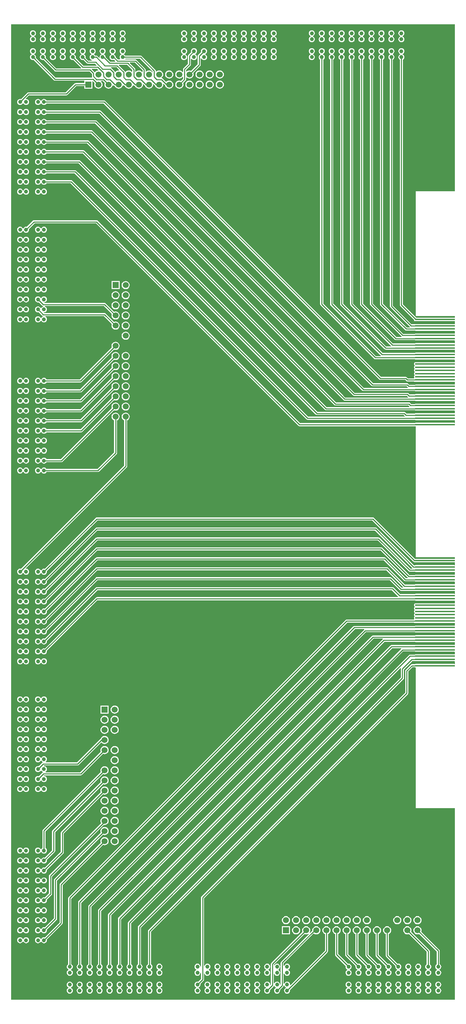
<source format=gtl>
%FSLAX23Y23*%
%MOIN*%
G70*
G01*
G75*
G04 Layer_Physical_Order=1*
G04 Layer_Color=255*
%ADD10R,0.394X0.016*%
%ADD11O,0.394X0.016*%
%ADD12C,0.010*%
%ADD13R,0.059X0.059*%
%ADD14C,0.059*%
%ADD15R,0.059X0.059*%
%ADD16C,0.039*%
%ADD17C,0.015*%
%ADD18C,0.200*%
G36*
X4397Y8000D02*
X4010D01*
Y6767D01*
X4397D01*
Y6750D01*
X4015D01*
X3883Y6882D01*
Y9298D01*
X3889Y9303D01*
X3894Y9309D01*
X3897Y9316D01*
X3898Y9324D01*
X3897Y9331D01*
X3894Y9339D01*
X3889Y9345D01*
X3883Y9350D01*
X3880Y9351D01*
Y9356D01*
X3883Y9357D01*
X3889Y9362D01*
X3894Y9368D01*
X3897Y9375D01*
X3898Y9383D01*
X3897Y9391D01*
X3894Y9398D01*
X3889Y9404D01*
X3883Y9409D01*
X3876Y9412D01*
X3868Y9413D01*
X3860Y9412D01*
X3853Y9409D01*
X3847Y9404D01*
X3842Y9398D01*
X3839Y9391D01*
X3838Y9383D01*
X3839Y9375D01*
X3842Y9368D01*
X3847Y9362D01*
X3853Y9357D01*
X3856Y9356D01*
Y9351D01*
X3853Y9350D01*
X3847Y9345D01*
X3842Y9339D01*
X3839Y9331D01*
X3838Y9324D01*
X3839Y9316D01*
X3842Y9309D01*
X3847Y9303D01*
X3853Y9298D01*
Y6875D01*
X3853Y6875D01*
X3853D01*
X3854Y6869D01*
X3857Y6864D01*
X3993Y6728D01*
Y6714D01*
X4397D01*
Y6690D01*
X4393Y6686D01*
X4389Y6687D01*
X4011D01*
X4004Y6686D01*
X4002Y6684D01*
X3968D01*
X3785Y6868D01*
Y9298D01*
X3791Y9303D01*
X3795Y9309D01*
X3798Y9316D01*
X3799Y9324D01*
X3798Y9331D01*
X3795Y9339D01*
X3791Y9345D01*
X3784Y9350D01*
X3782Y9351D01*
Y9356D01*
X3784Y9357D01*
X3791Y9362D01*
X3795Y9368D01*
X3798Y9375D01*
X3799Y9383D01*
X3798Y9391D01*
X3795Y9398D01*
X3791Y9404D01*
X3784Y9409D01*
X3777Y9412D01*
X3769Y9413D01*
X3762Y9412D01*
X3754Y9409D01*
X3748Y9404D01*
X3743Y9398D01*
X3740Y9391D01*
X3739Y9383D01*
X3740Y9375D01*
X3743Y9368D01*
X3748Y9362D01*
X3754Y9357D01*
X3757Y9356D01*
Y9351D01*
X3754Y9350D01*
X3748Y9345D01*
X3743Y9339D01*
X3740Y9331D01*
X3739Y9324D01*
X3740Y9316D01*
X3743Y9309D01*
X3748Y9303D01*
X3754Y9298D01*
Y6862D01*
X3754Y6862D01*
X3754D01*
X3755Y6856D01*
X3759Y6851D01*
X3951Y6658D01*
X3952Y6658D01*
X3951Y6653D01*
X3923D01*
X3686Y6889D01*
Y9298D01*
X3692Y9303D01*
X3697Y9309D01*
X3700Y9316D01*
X3701Y9324D01*
X3700Y9331D01*
X3697Y9339D01*
X3692Y9345D01*
X3686Y9350D01*
X3683Y9351D01*
Y9356D01*
X3686Y9357D01*
X3692Y9362D01*
X3697Y9368D01*
X3700Y9375D01*
X3701Y9383D01*
X3700Y9391D01*
X3697Y9398D01*
X3692Y9404D01*
X3686Y9409D01*
X3679Y9412D01*
X3671Y9413D01*
X3663Y9412D01*
X3656Y9409D01*
X3650Y9404D01*
X3645Y9398D01*
X3642Y9391D01*
X3641Y9383D01*
X3642Y9375D01*
X3645Y9368D01*
X3650Y9362D01*
X3656Y9357D01*
X3659Y9356D01*
Y9351D01*
X3656Y9350D01*
X3650Y9345D01*
X3645Y9339D01*
X3642Y9331D01*
X3641Y9324D01*
X3642Y9316D01*
X3645Y9309D01*
X3650Y9303D01*
X3656Y9298D01*
Y6883D01*
X3656Y6883D01*
X3656D01*
X3657Y6877D01*
X3660Y6872D01*
X3906Y6627D01*
X3906D01*
X3906Y6627D01*
X3906Y6627D01*
Y6627D01*
X3911Y6623D01*
X3916Y6622D01*
X4002D01*
X4004Y6621D01*
X4011Y6619D01*
X4389D01*
X4393Y6620D01*
X4397Y6617D01*
Y6595D01*
X4393Y6592D01*
X4389Y6593D01*
X4011D01*
X4004Y6591D01*
X4002Y6590D01*
X3887D01*
X3588Y6889D01*
Y9298D01*
X3594Y9303D01*
X3598Y9309D01*
X3601Y9316D01*
X3602Y9324D01*
X3601Y9331D01*
X3598Y9339D01*
X3594Y9345D01*
X3588Y9350D01*
X3585Y9351D01*
Y9356D01*
X3588Y9357D01*
X3594Y9362D01*
X3598Y9368D01*
X3601Y9375D01*
X3602Y9383D01*
X3601Y9391D01*
X3598Y9398D01*
X3594Y9404D01*
X3588Y9409D01*
X3580Y9412D01*
X3573Y9413D01*
X3565Y9412D01*
X3558Y9409D01*
X3551Y9404D01*
X3547Y9398D01*
X3544Y9391D01*
X3543Y9383D01*
X3544Y9375D01*
X3547Y9368D01*
X3551Y9362D01*
X3558Y9357D01*
X3560Y9356D01*
Y9351D01*
X3558Y9350D01*
X3551Y9345D01*
X3547Y9339D01*
X3544Y9331D01*
X3543Y9324D01*
X3544Y9316D01*
X3547Y9309D01*
X3551Y9303D01*
X3557Y9298D01*
Y6883D01*
X3557Y6883D01*
X3557D01*
X3558Y6877D01*
X3562Y6872D01*
X3870Y6564D01*
X3871Y6563D01*
X3870Y6558D01*
X3820D01*
X3489Y6889D01*
Y9298D01*
X3495Y9303D01*
X3500Y9309D01*
X3503Y9316D01*
X3504Y9324D01*
X3503Y9331D01*
X3500Y9339D01*
X3495Y9345D01*
X3489Y9350D01*
X3486Y9351D01*
Y9356D01*
X3489Y9357D01*
X3495Y9362D01*
X3500Y9368D01*
X3503Y9375D01*
X3504Y9383D01*
X3503Y9391D01*
X3500Y9398D01*
X3495Y9404D01*
X3489Y9409D01*
X3482Y9412D01*
X3474Y9413D01*
X3466Y9412D01*
X3459Y9409D01*
X3453Y9404D01*
X3448Y9398D01*
X3445Y9391D01*
X3444Y9383D01*
X3445Y9375D01*
X3448Y9368D01*
X3453Y9362D01*
X3459Y9357D01*
X3462Y9356D01*
Y9351D01*
X3459Y9350D01*
X3453Y9345D01*
X3448Y9339D01*
X3445Y9331D01*
X3444Y9324D01*
X3445Y9316D01*
X3448Y9309D01*
X3453Y9303D01*
X3459Y9298D01*
Y6883D01*
X3459Y6883D01*
X3459D01*
X3460Y6877D01*
X3463Y6872D01*
X3803Y6532D01*
X3808Y6529D01*
X3814Y6528D01*
X4002D01*
X4004Y6526D01*
X4011Y6525D01*
X4389D01*
X4393Y6526D01*
X4397Y6522D01*
Y6501D01*
X4393Y6497D01*
X4389Y6498D01*
X4011D01*
X4004Y6497D01*
X4002Y6495D01*
X3785D01*
X3391Y6889D01*
Y9298D01*
X3397Y9303D01*
X3402Y9309D01*
X3405Y9316D01*
X3406Y9324D01*
X3405Y9331D01*
X3402Y9339D01*
X3397Y9345D01*
X3391Y9350D01*
X3388Y9351D01*
Y9356D01*
X3391Y9357D01*
X3397Y9362D01*
X3402Y9368D01*
X3405Y9375D01*
X3406Y9383D01*
X3405Y9391D01*
X3402Y9398D01*
X3397Y9404D01*
X3391Y9409D01*
X3383Y9412D01*
X3376Y9413D01*
X3368Y9412D01*
X3361Y9409D01*
X3355Y9404D01*
X3350Y9398D01*
X3347Y9391D01*
X3346Y9383D01*
X3347Y9375D01*
X3350Y9368D01*
X3355Y9362D01*
X3361Y9357D01*
X3363Y9356D01*
Y9351D01*
X3361Y9350D01*
X3355Y9345D01*
X3350Y9339D01*
X3347Y9331D01*
X3346Y9324D01*
X3347Y9316D01*
X3350Y9309D01*
X3355Y9303D01*
X3360Y9298D01*
Y6883D01*
X3360Y6883D01*
X3360D01*
X3362Y6877D01*
X3365Y6872D01*
X3768Y6469D01*
X3769Y6469D01*
X3767Y6464D01*
X3718D01*
X3293Y6889D01*
Y9298D01*
X3298Y9303D01*
X3303Y9309D01*
X3306Y9316D01*
X3307Y9324D01*
X3306Y9331D01*
X3303Y9339D01*
X3298Y9345D01*
X3292Y9350D01*
X3290Y9351D01*
Y9356D01*
X3292Y9357D01*
X3298Y9362D01*
X3303Y9368D01*
X3306Y9375D01*
X3307Y9383D01*
X3306Y9391D01*
X3303Y9398D01*
X3298Y9404D01*
X3292Y9409D01*
X3285Y9412D01*
X3277Y9413D01*
X3270Y9412D01*
X3262Y9409D01*
X3256Y9404D01*
X3251Y9398D01*
X3248Y9391D01*
X3247Y9383D01*
X3248Y9375D01*
X3251Y9368D01*
X3256Y9362D01*
X3262Y9357D01*
X3265Y9356D01*
Y9351D01*
X3262Y9350D01*
X3256Y9345D01*
X3251Y9339D01*
X3248Y9331D01*
X3247Y9324D01*
X3248Y9316D01*
X3251Y9309D01*
X3256Y9303D01*
X3262Y9298D01*
Y6883D01*
X3262Y6883D01*
X3262D01*
X3263Y6877D01*
X3266Y6872D01*
X3701Y6438D01*
X3706Y6434D01*
X3712Y6433D01*
X3993D01*
Y6431D01*
X4397D01*
Y6406D01*
X4393Y6403D01*
X4389Y6404D01*
X4011D01*
X4004Y6402D01*
X4002Y6401D01*
X3683D01*
X3194Y6889D01*
Y9298D01*
X3200Y9303D01*
X3205Y9309D01*
X3208Y9316D01*
X3209Y9324D01*
X3208Y9331D01*
X3205Y9339D01*
X3200Y9345D01*
X3194Y9350D01*
X3191Y9351D01*
Y9356D01*
X3194Y9357D01*
X3200Y9362D01*
X3205Y9368D01*
X3208Y9375D01*
X3209Y9383D01*
X3208Y9391D01*
X3205Y9398D01*
X3200Y9404D01*
X3194Y9409D01*
X3187Y9412D01*
X3179Y9413D01*
X3171Y9412D01*
X3164Y9409D01*
X3158Y9404D01*
X3153Y9398D01*
X3150Y9391D01*
X3149Y9383D01*
X3150Y9375D01*
X3153Y9368D01*
X3158Y9362D01*
X3164Y9357D01*
X3167Y9356D01*
Y9351D01*
X3164Y9350D01*
X3158Y9345D01*
X3153Y9339D01*
X3150Y9331D01*
X3149Y9324D01*
X3150Y9316D01*
X3153Y9309D01*
X3158Y9303D01*
X3164Y9298D01*
Y6883D01*
X3164Y6883D01*
X3164D01*
X3165Y6877D01*
X3168Y6872D01*
X3665Y6375D01*
X3666Y6374D01*
X3665Y6369D01*
X3616D01*
X3096Y6889D01*
Y9298D01*
X3102Y9303D01*
X3106Y9309D01*
X3109Y9316D01*
X3110Y9324D01*
X3109Y9331D01*
X3106Y9339D01*
X3102Y9345D01*
X3095Y9350D01*
X3093Y9351D01*
Y9356D01*
X3095Y9357D01*
X3102Y9362D01*
X3106Y9368D01*
X3109Y9375D01*
X3110Y9383D01*
X3109Y9391D01*
X3106Y9398D01*
X3102Y9404D01*
X3095Y9409D01*
X3088Y9412D01*
X3080Y9413D01*
X3073Y9412D01*
X3065Y9409D01*
X3059Y9404D01*
X3054Y9398D01*
X3052Y9391D01*
X3050Y9383D01*
X3052Y9375D01*
X3054Y9368D01*
X3059Y9362D01*
X3065Y9357D01*
X3068Y9356D01*
Y9351D01*
X3065Y9350D01*
X3059Y9345D01*
X3054Y9339D01*
X3052Y9331D01*
X3050Y9324D01*
X3052Y9316D01*
X3054Y9309D01*
X3059Y9303D01*
X3065Y9298D01*
Y6883D01*
X3065Y6883D01*
X3065D01*
X3066Y6877D01*
X3070Y6872D01*
X3599Y6343D01*
X3604Y6340D01*
X3609Y6339D01*
X4002D01*
X4004Y6337D01*
X4011Y6336D01*
X4389D01*
X4393Y6337D01*
X4397Y6333D01*
Y6312D01*
X4393Y6308D01*
X4389Y6309D01*
X4011D01*
X4004Y6308D01*
X3998Y6304D01*
X3994Y6298D01*
X3993Y6291D01*
X3994Y6284D01*
X3998Y6278D01*
X3999Y6278D01*
Y6273D01*
X3998Y6272D01*
X3994Y6267D01*
X3993Y6260D01*
X3994Y6253D01*
X3998Y6247D01*
X3999Y6246D01*
Y6241D01*
X3998Y6241D01*
X3994Y6235D01*
X3993Y6228D01*
X3994Y6221D01*
X3998Y6215D01*
X3999Y6215D01*
Y6210D01*
X3998Y6209D01*
X3994Y6204D01*
X3993Y6197D01*
X3994Y6190D01*
X3998Y6184D01*
X3999Y6183D01*
Y6178D01*
X3998Y6178D01*
X3994Y6172D01*
X3993Y6165D01*
X3994Y6158D01*
X3996Y6156D01*
X3993Y6151D01*
X3993D01*
Y6149D01*
X3934D01*
X3923Y6160D01*
X3918Y6163D01*
X3912Y6164D01*
X3667D01*
X940Y8892D01*
X935Y8895D01*
X929Y8896D01*
X361D01*
X356Y8902D01*
X350Y8907D01*
X343Y8910D01*
X335Y8911D01*
X328Y8910D01*
X320Y8907D01*
X314Y8902D01*
X309Y8896D01*
X308Y8893D01*
X303D01*
X302Y8896D01*
X297Y8902D01*
X291Y8907D01*
X284Y8910D01*
X276Y8911D01*
X268Y8910D01*
X261Y8907D01*
X255Y8902D01*
X250Y8896D01*
X247Y8889D01*
X246Y8881D01*
X247Y8873D01*
X250Y8866D01*
X255Y8860D01*
X261Y8855D01*
X268Y8852D01*
X276Y8851D01*
X284Y8852D01*
X291Y8855D01*
X297Y8860D01*
X302Y8866D01*
X303Y8869D01*
X308D01*
X309Y8866D01*
X314Y8860D01*
X320Y8855D01*
X328Y8852D01*
X335Y8851D01*
X343Y8852D01*
X350Y8855D01*
X356Y8860D01*
X361Y8866D01*
X922D01*
X3650Y6138D01*
X3655Y6135D01*
X3661Y6134D01*
X3906D01*
X3917Y6123D01*
X3922Y6119D01*
X3927Y6118D01*
X3993D01*
Y6116D01*
X4397D01*
Y6091D01*
X4393Y6088D01*
X4389Y6089D01*
X4011D01*
X4004Y6087D01*
X4002Y6086D01*
X3948D01*
X3937Y6097D01*
X3932Y6100D01*
X3926Y6101D01*
X3591D01*
X899Y8793D01*
X894Y8797D01*
X888Y8798D01*
X361D01*
X356Y8804D01*
X350Y8808D01*
X343Y8811D01*
X335Y8812D01*
X328Y8811D01*
X320Y8808D01*
X314Y8804D01*
X309Y8797D01*
X308Y8795D01*
X303D01*
X302Y8797D01*
X297Y8804D01*
X291Y8808D01*
X284Y8811D01*
X276Y8812D01*
X268Y8811D01*
X261Y8808D01*
X255Y8804D01*
X250Y8797D01*
X247Y8790D01*
X246Y8782D01*
X247Y8775D01*
X250Y8767D01*
X255Y8761D01*
X261Y8756D01*
X268Y8753D01*
X276Y8752D01*
X284Y8753D01*
X291Y8756D01*
X297Y8761D01*
X302Y8767D01*
X303Y8770D01*
X308D01*
X309Y8767D01*
X314Y8761D01*
X320Y8756D01*
X328Y8753D01*
X335Y8752D01*
X343Y8753D01*
X350Y8756D01*
X356Y8761D01*
X361Y8767D01*
X882D01*
X3574Y6075D01*
X3579Y6072D01*
X3584Y6071D01*
X3920D01*
X3931Y6060D01*
X3932Y6059D01*
X3930Y6054D01*
X3498D01*
X858Y8695D01*
X853Y8698D01*
X847Y8699D01*
X361D01*
X356Y8705D01*
X350Y8710D01*
X343Y8713D01*
X335Y8714D01*
X328Y8713D01*
X320Y8710D01*
X314Y8705D01*
X309Y8699D01*
X308Y8696D01*
X303D01*
X302Y8699D01*
X297Y8705D01*
X291Y8710D01*
X284Y8713D01*
X276Y8714D01*
X268Y8713D01*
X261Y8710D01*
X255Y8705D01*
X250Y8699D01*
X247Y8692D01*
X246Y8684D01*
X247Y8676D01*
X250Y8669D01*
X255Y8663D01*
X261Y8658D01*
X268Y8655D01*
X276Y8654D01*
X284Y8655D01*
X291Y8658D01*
X297Y8663D01*
X302Y8669D01*
X303Y8672D01*
X308D01*
X309Y8669D01*
X314Y8663D01*
X320Y8658D01*
X328Y8655D01*
X335Y8654D01*
X343Y8655D01*
X350Y8658D01*
X356Y8663D01*
X361Y8669D01*
X841D01*
X3481Y6028D01*
X3486Y6025D01*
X3492Y6024D01*
X4002D01*
X4004Y6022D01*
X4011Y6021D01*
X4389D01*
X4393Y6022D01*
X4397Y6019D01*
Y5997D01*
X4393Y5993D01*
X4389Y5994D01*
X4011D01*
X4004Y5993D01*
X4002Y5991D01*
X3950D01*
X3939Y6003D01*
X3934Y6006D01*
X3928Y6007D01*
X3406D01*
X817Y8596D01*
X812Y8600D01*
X806Y8601D01*
X361D01*
X356Y8607D01*
X350Y8611D01*
X343Y8614D01*
X335Y8615D01*
X328Y8614D01*
X320Y8611D01*
X314Y8607D01*
X309Y8601D01*
X308Y8598D01*
X303D01*
X302Y8601D01*
X297Y8607D01*
X291Y8611D01*
X284Y8614D01*
X276Y8615D01*
X268Y8614D01*
X261Y8611D01*
X255Y8607D01*
X250Y8601D01*
X247Y8593D01*
X246Y8586D01*
X247Y8578D01*
X250Y8571D01*
X255Y8564D01*
X261Y8560D01*
X268Y8557D01*
X276Y8556D01*
X284Y8557D01*
X291Y8560D01*
X297Y8564D01*
X302Y8571D01*
X303Y8573D01*
X308D01*
X309Y8571D01*
X314Y8564D01*
X320Y8560D01*
X328Y8557D01*
X335Y8556D01*
X343Y8557D01*
X350Y8560D01*
X356Y8564D01*
X361Y8570D01*
X800D01*
X3389Y5981D01*
X3389D01*
X3389Y5981D01*
X3389Y5981D01*
Y5981D01*
X3394Y5978D01*
X3400Y5977D01*
X3922D01*
X3933Y5965D01*
X3934Y5965D01*
X3933Y5960D01*
X3315D01*
X776Y8498D01*
X772Y8501D01*
X766Y8502D01*
X361D01*
X356Y8508D01*
X350Y8513D01*
X343Y8516D01*
X335Y8517D01*
X328Y8516D01*
X320Y8513D01*
X314Y8508D01*
X309Y8502D01*
X308Y8499D01*
X303D01*
X302Y8502D01*
X297Y8508D01*
X291Y8513D01*
X284Y8516D01*
X276Y8517D01*
X268Y8516D01*
X261Y8513D01*
X255Y8508D01*
X250Y8502D01*
X247Y8495D01*
X246Y8487D01*
X247Y8479D01*
X250Y8472D01*
X255Y8466D01*
X261Y8461D01*
X268Y8458D01*
X276Y8457D01*
X284Y8458D01*
X291Y8461D01*
X297Y8466D01*
X302Y8472D01*
X303Y8475D01*
X308D01*
X309Y8472D01*
X314Y8466D01*
X320Y8461D01*
X328Y8458D01*
X335Y8457D01*
X343Y8458D01*
X350Y8461D01*
X356Y8466D01*
X361Y8472D01*
X759D01*
X3297Y5934D01*
X3297D01*
X3297Y5934D01*
X3297Y5934D01*
Y5934D01*
X3302Y5930D01*
X3308Y5929D01*
X4002D01*
X4004Y5928D01*
X4011Y5926D01*
X4389D01*
X4393Y5927D01*
X4397Y5924D01*
Y5902D01*
X4393Y5899D01*
X4389Y5900D01*
X4011D01*
X4004Y5898D01*
X4002Y5897D01*
X3964D01*
X3953Y5908D01*
X3948Y5911D01*
X3943Y5912D01*
X3223D01*
X736Y8400D01*
X731Y8403D01*
X725Y8404D01*
X361D01*
X356Y8410D01*
X350Y8415D01*
X343Y8418D01*
X335Y8419D01*
X328Y8418D01*
X320Y8415D01*
X314Y8410D01*
X309Y8404D01*
X308Y8401D01*
X303D01*
X302Y8404D01*
X297Y8410D01*
X291Y8415D01*
X284Y8418D01*
X276Y8419D01*
X268Y8418D01*
X261Y8415D01*
X255Y8410D01*
X250Y8404D01*
X247Y8396D01*
X246Y8389D01*
X247Y8381D01*
X250Y8374D01*
X255Y8368D01*
X261Y8363D01*
X268Y8360D01*
X276Y8359D01*
X284Y8360D01*
X291Y8363D01*
X297Y8368D01*
X302Y8374D01*
X303Y8376D01*
X308D01*
X309Y8374D01*
X314Y8368D01*
X320Y8363D01*
X328Y8360D01*
X335Y8359D01*
X343Y8360D01*
X350Y8363D01*
X356Y8368D01*
X361Y8373D01*
X719D01*
X3206Y5886D01*
X3206D01*
X3206Y5886D01*
X3206Y5886D01*
Y5886D01*
X3211Y5883D01*
X3217Y5882D01*
X3936D01*
X3947Y5871D01*
X3948Y5870D01*
X3947Y5865D01*
X3131D01*
X695Y8301D01*
X690Y8304D01*
X684Y8306D01*
X361D01*
X356Y8311D01*
X350Y8316D01*
X343Y8319D01*
X335Y8320D01*
X328Y8319D01*
X320Y8316D01*
X314Y8311D01*
X309Y8305D01*
X308Y8303D01*
X303D01*
X302Y8305D01*
X297Y8311D01*
X291Y8316D01*
X284Y8319D01*
X276Y8320D01*
X268Y8319D01*
X261Y8316D01*
X255Y8311D01*
X250Y8305D01*
X247Y8298D01*
X246Y8290D01*
X247Y8283D01*
X250Y8275D01*
X255Y8269D01*
X261Y8264D01*
X268Y8261D01*
X276Y8260D01*
X284Y8261D01*
X291Y8264D01*
X297Y8269D01*
X302Y8275D01*
X303Y8278D01*
X308D01*
X309Y8275D01*
X314Y8269D01*
X320Y8264D01*
X328Y8261D01*
X335Y8260D01*
X343Y8261D01*
X350Y8264D01*
X356Y8269D01*
X361Y8275D01*
X678D01*
X3113Y5839D01*
X3118Y5836D01*
X3118Y5836D01*
X3118Y5836D01*
D01*
X3118Y5836D01*
X3118Y5836D01*
X3124Y5835D01*
X4002D01*
X4004Y5833D01*
X4011Y5832D01*
X4389D01*
X4393Y5833D01*
X4397Y5830D01*
Y5808D01*
X4393Y5805D01*
X4389Y5805D01*
X4011D01*
X4004Y5804D01*
X4002Y5802D01*
X3918D01*
X3907Y5814D01*
X3902Y5817D01*
X3896Y5818D01*
X3039D01*
X654Y8203D01*
X649Y8206D01*
X643Y8207D01*
X361D01*
X356Y8213D01*
X350Y8218D01*
X343Y8221D01*
X335Y8222D01*
X328Y8221D01*
X320Y8218D01*
X314Y8213D01*
X309Y8207D01*
X308Y8204D01*
X303D01*
X302Y8207D01*
X297Y8213D01*
X291Y8218D01*
X284Y8221D01*
X276Y8222D01*
X268Y8221D01*
X261Y8218D01*
X255Y8213D01*
X250Y8207D01*
X247Y8200D01*
X246Y8192D01*
X247Y8184D01*
X250Y8177D01*
X255Y8171D01*
X261Y8166D01*
X268Y8163D01*
X276Y8162D01*
X284Y8163D01*
X291Y8166D01*
X297Y8171D01*
X302Y8177D01*
X303Y8180D01*
X308D01*
X309Y8177D01*
X314Y8171D01*
X320Y8166D01*
X328Y8163D01*
X335Y8162D01*
X343Y8163D01*
X350Y8166D01*
X356Y8171D01*
X361Y8177D01*
X637D01*
X3021Y5792D01*
X3021D01*
X3021Y5792D01*
X3021Y5792D01*
Y5792D01*
X3026Y5789D01*
X3032Y5788D01*
X3890D01*
X3901Y5776D01*
X3902Y5776D01*
X3901Y5771D01*
X2947D01*
X613Y8104D01*
X608Y8108D01*
X603Y8109D01*
X361D01*
X356Y8115D01*
X350Y8119D01*
X343Y8122D01*
X335Y8123D01*
X328Y8122D01*
X320Y8119D01*
X314Y8115D01*
X309Y8108D01*
X308Y8106D01*
X303D01*
X302Y8108D01*
X297Y8115D01*
X291Y8119D01*
X284Y8122D01*
X276Y8123D01*
X268Y8122D01*
X261Y8119D01*
X255Y8115D01*
X250Y8108D01*
X247Y8101D01*
X246Y8093D01*
X247Y8086D01*
X250Y8078D01*
X255Y8072D01*
X261Y8067D01*
X268Y8065D01*
X276Y8063D01*
X284Y8065D01*
X291Y8067D01*
X297Y8072D01*
X302Y8078D01*
X303Y8081D01*
X308D01*
X309Y8078D01*
X314Y8072D01*
X320Y8067D01*
X328Y8065D01*
X335Y8063D01*
X343Y8065D01*
X350Y8067D01*
X356Y8072D01*
X361Y8078D01*
X596D01*
X2930Y5745D01*
X2935Y5741D01*
X2935Y5741D01*
X2935Y5741D01*
D01*
X2935Y5741D01*
X2935Y5741D01*
X2940Y5740D01*
X4002D01*
X4004Y5739D01*
X4011Y5737D01*
X4389D01*
X4393Y5738D01*
X4397Y5735D01*
Y5713D01*
X4393Y5710D01*
X4389Y5711D01*
X4011D01*
X4004Y5709D01*
X4002Y5708D01*
X2866D01*
X866Y7708D01*
X861Y7711D01*
X855Y7712D01*
X236D01*
X230Y7711D01*
X225Y7708D01*
X165Y7648D01*
X158Y7649D01*
X150Y7648D01*
X143Y7645D01*
X137Y7640D01*
X132Y7634D01*
X131Y7631D01*
X126D01*
X125Y7634D01*
X120Y7640D01*
X114Y7645D01*
X107Y7648D01*
X99Y7649D01*
X91Y7648D01*
X84Y7645D01*
X78Y7640D01*
X73Y7634D01*
X70Y7627D01*
X69Y7619D01*
X70Y7611D01*
X73Y7604D01*
X78Y7598D01*
X84Y7593D01*
X91Y7590D01*
X99Y7589D01*
X107Y7590D01*
X114Y7593D01*
X120Y7598D01*
X125Y7604D01*
X126Y7607D01*
X131D01*
X132Y7604D01*
X137Y7598D01*
X143Y7593D01*
X150Y7590D01*
X158Y7589D01*
X166Y7590D01*
X173Y7593D01*
X179Y7598D01*
X184Y7604D01*
X187Y7611D01*
X188Y7619D01*
X187Y7626D01*
X243Y7682D01*
X849D01*
X2849Y5682D01*
X2854Y5678D01*
X2859Y5677D01*
X4002D01*
X4004Y5676D01*
X4010Y5675D01*
Y5674D01*
X4010D01*
Y4383D01*
X4397D01*
Y4367D01*
X4002D01*
X3598Y4771D01*
X3593Y4774D01*
X3587Y4775D01*
X856D01*
X852Y4774D01*
X851Y4774D01*
X846Y4771D01*
X343Y4268D01*
X335Y4269D01*
X328Y4268D01*
X320Y4265D01*
X314Y4260D01*
X309Y4254D01*
X308Y4251D01*
X303D01*
X302Y4254D01*
X297Y4260D01*
X291Y4265D01*
X284Y4268D01*
X276Y4269D01*
X268Y4268D01*
X261Y4265D01*
X255Y4260D01*
X250Y4254D01*
X247Y4247D01*
X246Y4239D01*
X247Y4231D01*
X250Y4224D01*
X255Y4218D01*
X261Y4213D01*
X268Y4210D01*
X276Y4209D01*
X284Y4210D01*
X291Y4213D01*
X297Y4218D01*
X302Y4224D01*
X303Y4227D01*
X308D01*
X309Y4224D01*
X314Y4218D01*
X320Y4213D01*
X328Y4210D01*
X335Y4209D01*
X343Y4210D01*
X350Y4213D01*
X356Y4218D01*
X361Y4224D01*
X364Y4231D01*
X365Y4239D01*
X364Y4246D01*
X863Y4745D01*
X3581D01*
X3987Y4338D01*
X3987D01*
X3987Y4338D01*
X3987Y4338D01*
Y4338D01*
X3992Y4335D01*
X3993Y4335D01*
Y4331D01*
X4397D01*
Y4307D01*
X4393Y4303D01*
X4389Y4304D01*
X4011D01*
X4004Y4303D01*
X4002Y4301D01*
X3994D01*
X3622Y4672D01*
X3617Y4676D01*
X3612Y4677D01*
X856D01*
X852Y4676D01*
X851Y4676D01*
X846Y4672D01*
X343Y4169D01*
X335Y4170D01*
X328Y4169D01*
X320Y4166D01*
X314Y4162D01*
X309Y4155D01*
X308Y4153D01*
X303D01*
X302Y4155D01*
X297Y4162D01*
X291Y4166D01*
X284Y4169D01*
X276Y4170D01*
X268Y4169D01*
X261Y4166D01*
X255Y4162D01*
X250Y4155D01*
X247Y4148D01*
X246Y4140D01*
X247Y4133D01*
X250Y4125D01*
X255Y4119D01*
X261Y4114D01*
X268Y4111D01*
X276Y4110D01*
X284Y4111D01*
X291Y4114D01*
X297Y4119D01*
X302Y4125D01*
X303Y4128D01*
X308D01*
X309Y4125D01*
X314Y4119D01*
X320Y4114D01*
X328Y4111D01*
X335Y4110D01*
X343Y4111D01*
X350Y4114D01*
X356Y4119D01*
X361Y4125D01*
X364Y4133D01*
X365Y4140D01*
X364Y4148D01*
X863Y4646D01*
X3605D01*
X3976Y4275D01*
X3977Y4275D01*
X3976Y4270D01*
X3956D01*
X3652Y4574D01*
X3647Y4577D01*
X3641Y4578D01*
X856D01*
X852Y4577D01*
X851Y4577D01*
X846Y4574D01*
X343Y4071D01*
X335Y4072D01*
X328Y4071D01*
X320Y4068D01*
X314Y4063D01*
X309Y4057D01*
X308Y4054D01*
X303D01*
X302Y4057D01*
X297Y4063D01*
X291Y4068D01*
X284Y4071D01*
X276Y4072D01*
X268Y4071D01*
X261Y4068D01*
X255Y4063D01*
X250Y4057D01*
X247Y4050D01*
X246Y4042D01*
X247Y4034D01*
X250Y4027D01*
X255Y4021D01*
X261Y4016D01*
X268Y4013D01*
X276Y4012D01*
X284Y4013D01*
X291Y4016D01*
X297Y4021D01*
X302Y4027D01*
X303Y4030D01*
X308D01*
X309Y4027D01*
X314Y4021D01*
X320Y4016D01*
X328Y4013D01*
X335Y4012D01*
X343Y4013D01*
X350Y4016D01*
X356Y4021D01*
X361Y4027D01*
X364Y4034D01*
X365Y4042D01*
X364Y4049D01*
X863Y4548D01*
X3635D01*
X3939Y4244D01*
X3944Y4240D01*
X3945Y4240D01*
X3949Y4239D01*
X4002D01*
X4004Y4238D01*
X4011Y4236D01*
X4389D01*
X4393Y4237D01*
X4397Y4234D01*
Y4212D01*
X4393Y4209D01*
X4389Y4210D01*
X4011D01*
X4004Y4208D01*
X4002Y4207D01*
X3948D01*
X3679Y4476D01*
X3674Y4479D01*
X3668Y4480D01*
X856D01*
X852Y4479D01*
X851Y4479D01*
X846Y4476D01*
X343Y3973D01*
X335Y3973D01*
X328Y3972D01*
X320Y3969D01*
X314Y3965D01*
X309Y3959D01*
X308Y3956D01*
X303D01*
X302Y3959D01*
X297Y3965D01*
X291Y3969D01*
X284Y3972D01*
X276Y3973D01*
X268Y3972D01*
X261Y3969D01*
X255Y3965D01*
X250Y3959D01*
X247Y3951D01*
X246Y3944D01*
X247Y3936D01*
X250Y3929D01*
X255Y3922D01*
X261Y3918D01*
X268Y3915D01*
X276Y3914D01*
X284Y3915D01*
X291Y3918D01*
X297Y3922D01*
X302Y3929D01*
X303Y3931D01*
X308D01*
X309Y3929D01*
X314Y3922D01*
X320Y3918D01*
X328Y3915D01*
X335Y3914D01*
X343Y3915D01*
X350Y3918D01*
X356Y3922D01*
X361Y3929D01*
X364Y3936D01*
X365Y3944D01*
X364Y3951D01*
X863Y4449D01*
X3662D01*
X3931Y4181D01*
X3931D01*
X3931Y4181D01*
X3931Y4181D01*
Y4181D01*
X3932Y4180D01*
X3930Y4175D01*
X3914D01*
X3713Y4377D01*
X3708Y4380D01*
X3702Y4382D01*
X856D01*
X852Y4381D01*
X851Y4380D01*
X846Y4377D01*
X343Y3874D01*
X335Y3875D01*
X328Y3874D01*
X320Y3871D01*
X314Y3866D01*
X309Y3860D01*
X308Y3857D01*
X303D01*
X302Y3860D01*
X297Y3866D01*
X291Y3871D01*
X284Y3874D01*
X276Y3875D01*
X268Y3874D01*
X261Y3871D01*
X255Y3866D01*
X250Y3860D01*
X247Y3853D01*
X246Y3845D01*
X247Y3837D01*
X250Y3830D01*
X255Y3824D01*
X261Y3819D01*
X268Y3816D01*
X276Y3815D01*
X284Y3816D01*
X291Y3819D01*
X297Y3824D01*
X302Y3830D01*
X303Y3833D01*
X308D01*
X309Y3830D01*
X314Y3824D01*
X320Y3819D01*
X328Y3816D01*
X335Y3815D01*
X343Y3816D01*
X350Y3819D01*
X356Y3824D01*
X361Y3830D01*
X364Y3837D01*
X365Y3845D01*
X364Y3852D01*
X863Y4351D01*
X3695D01*
X3897Y4149D01*
X3902Y4146D01*
X3908Y4145D01*
X4002D01*
X4004Y4143D01*
X4011Y4142D01*
X4389D01*
X4393Y4143D01*
X4397Y4139D01*
Y4118D01*
X4393Y4114D01*
X4389Y4115D01*
X4011D01*
X4004Y4114D01*
X4002Y4112D01*
X3904D01*
X3738Y4279D01*
X3733Y4282D01*
X3727Y4283D01*
X856D01*
X852Y4282D01*
X851Y4282D01*
X846Y4279D01*
X343Y3776D01*
X335Y3777D01*
X328Y3776D01*
X320Y3773D01*
X314Y3768D01*
X309Y3762D01*
X308Y3759D01*
X303D01*
X302Y3762D01*
X297Y3768D01*
X291Y3773D01*
X284Y3776D01*
X276Y3777D01*
X268Y3776D01*
X261Y3773D01*
X255Y3768D01*
X250Y3762D01*
X247Y3754D01*
X246Y3747D01*
X247Y3739D01*
X250Y3732D01*
X255Y3726D01*
X261Y3721D01*
X268Y3718D01*
X276Y3717D01*
X284Y3718D01*
X291Y3721D01*
X297Y3726D01*
X302Y3732D01*
X303Y3734D01*
X308D01*
X309Y3732D01*
X314Y3726D01*
X320Y3721D01*
X328Y3718D01*
X335Y3717D01*
X343Y3718D01*
X350Y3721D01*
X356Y3726D01*
X361Y3732D01*
X364Y3739D01*
X365Y3747D01*
X364Y3754D01*
X863Y4253D01*
X3721D01*
X3887Y4086D01*
X3887D01*
X3887Y4086D01*
X3887Y4086D01*
Y4086D01*
X3888Y4086D01*
X3887Y4081D01*
X3869D01*
X3769Y4180D01*
X3764Y4184D01*
X3759Y4185D01*
X856D01*
X852Y4184D01*
X851Y4184D01*
X846Y4180D01*
X343Y3677D01*
X335Y3678D01*
X328Y3677D01*
X320Y3674D01*
X314Y3669D01*
X309Y3663D01*
X308Y3661D01*
X303D01*
X302Y3663D01*
X297Y3669D01*
X291Y3674D01*
X284Y3677D01*
X276Y3678D01*
X268Y3677D01*
X261Y3674D01*
X255Y3669D01*
X250Y3663D01*
X247Y3656D01*
X246Y3648D01*
X247Y3641D01*
X250Y3633D01*
X255Y3627D01*
X261Y3622D01*
X268Y3619D01*
X276Y3618D01*
X284Y3619D01*
X291Y3622D01*
X297Y3627D01*
X302Y3633D01*
X303Y3636D01*
X308D01*
X309Y3633D01*
X314Y3627D01*
X320Y3622D01*
X328Y3619D01*
X335Y3618D01*
X343Y3619D01*
X350Y3622D01*
X356Y3627D01*
X361Y3633D01*
X364Y3641D01*
X365Y3648D01*
X364Y3656D01*
X863Y4154D01*
X3752D01*
X3852Y4055D01*
X3857Y4051D01*
X3862Y4050D01*
X3993D01*
Y4048D01*
X4397D01*
Y4023D01*
X4393Y4020D01*
X4389Y4021D01*
X4011D01*
X4004Y4019D01*
X4002Y4018D01*
X3856D01*
X3792Y4082D01*
X3787Y4085D01*
X3781Y4086D01*
X856D01*
X852Y4085D01*
X851Y4085D01*
X846Y4082D01*
X343Y3579D01*
X335Y3580D01*
X328Y3579D01*
X320Y3576D01*
X314Y3571D01*
X309Y3565D01*
X308Y3562D01*
X303D01*
X302Y3565D01*
X297Y3571D01*
X291Y3576D01*
X284Y3579D01*
X276Y3580D01*
X268Y3579D01*
X261Y3576D01*
X255Y3571D01*
X250Y3565D01*
X247Y3558D01*
X246Y3550D01*
X247Y3542D01*
X250Y3535D01*
X255Y3529D01*
X261Y3524D01*
X268Y3521D01*
X276Y3520D01*
X284Y3521D01*
X291Y3524D01*
X297Y3529D01*
X302Y3535D01*
X303Y3538D01*
X308D01*
X309Y3535D01*
X314Y3529D01*
X320Y3524D01*
X328Y3521D01*
X335Y3520D01*
X343Y3521D01*
X350Y3524D01*
X356Y3529D01*
X361Y3535D01*
X364Y3542D01*
X365Y3550D01*
X364Y3557D01*
X863Y4056D01*
X3775D01*
X3838Y3993D01*
X3836Y3988D01*
X856D01*
X852Y3987D01*
X851Y3987D01*
X846Y3983D01*
X343Y3480D01*
X335Y3481D01*
X328Y3480D01*
X320Y3477D01*
X314Y3473D01*
X309Y3466D01*
X308Y3464D01*
X303D01*
X302Y3466D01*
X297Y3473D01*
X291Y3477D01*
X284Y3480D01*
X276Y3481D01*
X268Y3480D01*
X261Y3477D01*
X255Y3473D01*
X250Y3466D01*
X247Y3459D01*
X246Y3451D01*
X247Y3444D01*
X250Y3436D01*
X255Y3430D01*
X261Y3425D01*
X268Y3423D01*
X276Y3421D01*
X284Y3423D01*
X291Y3425D01*
X297Y3430D01*
X302Y3436D01*
X303Y3439D01*
X308D01*
X309Y3436D01*
X314Y3430D01*
X320Y3425D01*
X328Y3423D01*
X335Y3421D01*
X343Y3423D01*
X350Y3425D01*
X356Y3430D01*
X361Y3436D01*
X364Y3444D01*
X365Y3451D01*
X364Y3459D01*
X863Y3957D01*
X3992D01*
X3992Y3957D01*
X3998Y3956D01*
X4002D01*
X4004Y3954D01*
X4011Y3953D01*
X4389D01*
X4393Y3954D01*
X4397Y3950D01*
Y3929D01*
X4393Y3925D01*
X4389Y3926D01*
X4011D01*
X4004Y3925D01*
X3998Y3921D01*
X3994Y3915D01*
X3993Y3908D01*
X3994Y3901D01*
X3998Y3895D01*
X3999Y3895D01*
Y3890D01*
X3998Y3889D01*
X3994Y3884D01*
X3993Y3877D01*
X3994Y3870D01*
X3998Y3864D01*
X3999Y3863D01*
Y3858D01*
X3998Y3858D01*
X3994Y3852D01*
X3993Y3845D01*
X3994Y3838D01*
X3998Y3832D01*
X3999Y3832D01*
Y3827D01*
X3998Y3826D01*
X3994Y3821D01*
X3993Y3814D01*
X3994Y3807D01*
X3998Y3801D01*
X3999Y3800D01*
Y3795D01*
X3998Y3795D01*
X3994Y3789D01*
X3993Y3782D01*
X3994Y3775D01*
X3996Y3773D01*
X3993Y3768D01*
X3993D01*
Y3766D01*
X3327D01*
X3321Y3765D01*
X3316Y3761D01*
X579Y1024D01*
X576Y1019D01*
X575Y1014D01*
Y361D01*
X569Y356D01*
X564Y350D01*
X561Y343D01*
X560Y335D01*
X561Y328D01*
X564Y320D01*
X569Y314D01*
X575Y309D01*
X578Y308D01*
Y303D01*
X575Y302D01*
X569Y297D01*
X564Y291D01*
X561Y284D01*
X560Y276D01*
X561Y268D01*
X564Y261D01*
X569Y255D01*
X575Y250D01*
X582Y247D01*
X590Y246D01*
X598Y247D01*
X605Y250D01*
X611Y255D01*
X616Y261D01*
X619Y268D01*
X620Y276D01*
X619Y284D01*
X616Y291D01*
X611Y297D01*
X605Y302D01*
X602Y303D01*
Y308D01*
X605Y309D01*
X611Y314D01*
X616Y320D01*
X619Y328D01*
X620Y335D01*
X619Y343D01*
X616Y350D01*
X611Y356D01*
X605Y361D01*
Y1007D01*
X3333Y3735D01*
X3993D01*
Y3733D01*
X4397D01*
Y3708D01*
X4393Y3705D01*
X4389Y3706D01*
X4011D01*
X4004Y3704D01*
X4002Y3703D01*
X3403D01*
X3397Y3702D01*
X3392Y3698D01*
X678Y984D01*
X674Y979D01*
X673Y973D01*
Y361D01*
X667Y356D01*
X662Y350D01*
X660Y343D01*
X658Y335D01*
X660Y328D01*
X662Y320D01*
X667Y314D01*
X673Y309D01*
X676Y308D01*
Y303D01*
X673Y302D01*
X667Y297D01*
X662Y291D01*
X660Y284D01*
X658Y276D01*
X660Y268D01*
X662Y261D01*
X667Y255D01*
X673Y250D01*
X681Y247D01*
X688Y246D01*
X696Y247D01*
X703Y250D01*
X710Y255D01*
X714Y261D01*
X717Y268D01*
X718Y276D01*
X717Y284D01*
X714Y291D01*
X710Y297D01*
X703Y302D01*
X701Y303D01*
Y308D01*
X703Y309D01*
X710Y314D01*
X714Y320D01*
X717Y328D01*
X718Y335D01*
X717Y343D01*
X714Y350D01*
X710Y356D01*
X704Y361D01*
Y966D01*
X3410Y3672D01*
X3500D01*
X3501Y3668D01*
X3500Y3667D01*
X776Y943D01*
X773Y938D01*
X772Y932D01*
Y361D01*
X766Y356D01*
X761Y350D01*
X758Y343D01*
X757Y335D01*
X758Y328D01*
X761Y320D01*
X766Y314D01*
X772Y309D01*
X775Y308D01*
Y303D01*
X772Y302D01*
X766Y297D01*
X761Y291D01*
X758Y284D01*
X757Y276D01*
X758Y268D01*
X761Y261D01*
X766Y255D01*
X772Y250D01*
X779Y247D01*
X787Y246D01*
X795Y247D01*
X802Y250D01*
X808Y255D01*
X813Y261D01*
X816Y268D01*
X817Y276D01*
X816Y284D01*
X813Y291D01*
X808Y297D01*
X802Y302D01*
X799Y303D01*
Y308D01*
X802Y309D01*
X808Y314D01*
X813Y320D01*
X816Y328D01*
X817Y335D01*
X816Y343D01*
X813Y350D01*
X808Y356D01*
X802Y361D01*
Y926D01*
X3517Y3641D01*
X4002D01*
X4004Y3639D01*
X4011Y3638D01*
X4389D01*
X4393Y3639D01*
X4397Y3636D01*
Y3614D01*
X4393Y3610D01*
X4389Y3611D01*
X4011D01*
X4004Y3610D01*
X4002Y3608D01*
X3587D01*
X3581Y3607D01*
X3576Y3604D01*
X874Y902D01*
X871Y897D01*
X870Y891D01*
Y361D01*
X864Y356D01*
X859Y350D01*
X856Y343D01*
X855Y335D01*
X856Y328D01*
X859Y320D01*
X864Y314D01*
X870Y309D01*
X873Y308D01*
Y303D01*
X870Y302D01*
X864Y297D01*
X859Y291D01*
X856Y284D01*
X855Y276D01*
X856Y268D01*
X859Y261D01*
X864Y255D01*
X870Y250D01*
X878Y247D01*
X885Y246D01*
X893Y247D01*
X900Y250D01*
X906Y255D01*
X911Y261D01*
X914Y268D01*
X915Y276D01*
X914Y284D01*
X911Y291D01*
X906Y297D01*
X900Y302D01*
X898Y303D01*
Y308D01*
X900Y309D01*
X906Y314D01*
X911Y320D01*
X914Y328D01*
X915Y335D01*
X914Y343D01*
X911Y350D01*
X906Y356D01*
X901Y361D01*
Y885D01*
X3593Y3578D01*
X3683D01*
X3685Y3573D01*
X3684Y3572D01*
X973Y861D01*
X970Y856D01*
X968Y850D01*
Y361D01*
X963Y356D01*
X958Y350D01*
X955Y343D01*
X954Y335D01*
X955Y328D01*
X958Y320D01*
X963Y314D01*
X969Y309D01*
X971Y308D01*
Y303D01*
X969Y302D01*
X963Y297D01*
X958Y291D01*
X955Y284D01*
X954Y276D01*
X955Y268D01*
X958Y261D01*
X963Y255D01*
X969Y250D01*
X976Y247D01*
X984Y246D01*
X991Y247D01*
X999Y250D01*
X1005Y255D01*
X1010Y261D01*
X1013Y268D01*
X1014Y276D01*
X1013Y284D01*
X1010Y291D01*
X1005Y297D01*
X999Y302D01*
X996Y303D01*
Y308D01*
X999Y309D01*
X1005Y314D01*
X1010Y320D01*
X1013Y328D01*
X1014Y335D01*
X1013Y343D01*
X1010Y350D01*
X1005Y356D01*
X999Y361D01*
Y844D01*
X3701Y3546D01*
X4002D01*
X4004Y3545D01*
X4011Y3543D01*
X4389D01*
X4393Y3544D01*
X4397Y3541D01*
Y3519D01*
X4393Y3516D01*
X4389Y3517D01*
X4011D01*
X4004Y3515D01*
X4002Y3514D01*
X3771D01*
X3765Y3513D01*
X3760Y3509D01*
X1071Y821D01*
X1068Y816D01*
X1067Y810D01*
Y361D01*
X1061Y356D01*
X1056Y350D01*
X1053Y343D01*
X1052Y335D01*
X1053Y328D01*
X1056Y320D01*
X1061Y314D01*
X1067Y309D01*
X1070Y308D01*
Y303D01*
X1067Y302D01*
X1061Y297D01*
X1056Y291D01*
X1053Y284D01*
X1052Y276D01*
X1053Y268D01*
X1056Y261D01*
X1061Y255D01*
X1067Y250D01*
X1074Y247D01*
X1082Y246D01*
X1090Y247D01*
X1097Y250D01*
X1103Y255D01*
X1108Y261D01*
X1111Y268D01*
X1112Y276D01*
X1111Y284D01*
X1108Y291D01*
X1103Y297D01*
X1097Y302D01*
X1094Y303D01*
Y308D01*
X1097Y309D01*
X1103Y314D01*
X1108Y320D01*
X1111Y328D01*
X1112Y335D01*
X1111Y343D01*
X1108Y350D01*
X1103Y356D01*
X1097Y361D01*
Y803D01*
X3777Y3483D01*
X3867D01*
X3869Y3479D01*
X3868Y3478D01*
X1170Y780D01*
X1166Y775D01*
X1165Y769D01*
Y361D01*
X1159Y356D01*
X1155Y350D01*
X1152Y343D01*
X1151Y335D01*
X1152Y328D01*
X1155Y320D01*
X1159Y314D01*
X1166Y309D01*
X1168Y308D01*
Y303D01*
X1166Y302D01*
X1159Y297D01*
X1155Y291D01*
X1152Y284D01*
X1151Y276D01*
X1152Y268D01*
X1155Y261D01*
X1159Y255D01*
X1166Y250D01*
X1173Y247D01*
X1181Y246D01*
X1188Y247D01*
X1196Y250D01*
X1202Y255D01*
X1206Y261D01*
X1209Y268D01*
X1210Y276D01*
X1209Y284D01*
X1206Y291D01*
X1202Y297D01*
X1196Y302D01*
X1193Y303D01*
Y308D01*
X1196Y309D01*
X1202Y314D01*
X1206Y320D01*
X1209Y328D01*
X1210Y335D01*
X1209Y343D01*
X1206Y350D01*
X1202Y356D01*
X1196Y361D01*
Y763D01*
X3885Y3452D01*
X4002D01*
X4004Y3450D01*
X4011Y3449D01*
X4389D01*
X4393Y3450D01*
X4397Y3447D01*
Y3425D01*
X4393Y3422D01*
X4389Y3422D01*
X4011D01*
X4004Y3421D01*
X4002Y3419D01*
X3955D01*
X3949Y3418D01*
X3944Y3415D01*
X1268Y739D01*
X1265Y734D01*
X1264Y728D01*
Y361D01*
X1258Y356D01*
X1253Y350D01*
X1250Y343D01*
X1249Y335D01*
X1250Y328D01*
X1253Y320D01*
X1258Y314D01*
X1264Y309D01*
X1267Y308D01*
Y303D01*
X1264Y302D01*
X1258Y297D01*
X1253Y291D01*
X1250Y284D01*
X1249Y276D01*
X1250Y268D01*
X1253Y261D01*
X1258Y255D01*
X1264Y250D01*
X1271Y247D01*
X1279Y246D01*
X1287Y247D01*
X1294Y250D01*
X1300Y255D01*
X1305Y261D01*
X1308Y268D01*
X1309Y276D01*
X1308Y284D01*
X1305Y291D01*
X1300Y297D01*
X1294Y302D01*
X1291Y303D01*
Y308D01*
X1294Y309D01*
X1300Y314D01*
X1305Y320D01*
X1308Y328D01*
X1309Y335D01*
X1308Y343D01*
X1305Y350D01*
X1300Y356D01*
X1294Y361D01*
Y722D01*
X3859Y3287D01*
X3864Y3284D01*
X3863Y3280D01*
Y3194D01*
X1367Y698D01*
X1363Y693D01*
X1362Y687D01*
Y361D01*
X1356Y356D01*
X1351Y350D01*
X1348Y343D01*
X1347Y335D01*
X1348Y328D01*
X1351Y320D01*
X1356Y314D01*
X1362Y309D01*
X1365Y308D01*
Y303D01*
X1362Y302D01*
X1356Y297D01*
X1351Y291D01*
X1348Y284D01*
X1347Y276D01*
X1348Y268D01*
X1351Y261D01*
X1356Y255D01*
X1362Y250D01*
X1370Y247D01*
X1377Y246D01*
X1385Y247D01*
X1392Y250D01*
X1399Y255D01*
X1403Y261D01*
X1406Y268D01*
X1407Y276D01*
X1406Y284D01*
X1403Y291D01*
X1399Y297D01*
X1392Y302D01*
X1390Y303D01*
Y308D01*
X1392Y309D01*
X1399Y314D01*
X1403Y320D01*
X1406Y328D01*
X1407Y335D01*
X1406Y343D01*
X1403Y350D01*
X1399Y356D01*
X1393Y361D01*
Y681D01*
X3889Y3177D01*
X3892Y3182D01*
X3892Y3182D01*
X3892Y3182D01*
X3893Y3188D01*
Y3273D01*
X3977Y3357D01*
X4002D01*
X4004Y3356D01*
X4011Y3354D01*
X4389D01*
X4393Y3355D01*
X4397Y3352D01*
Y3330D01*
X4393Y3327D01*
X4389Y3328D01*
X4011D01*
X4004Y3326D01*
X4002Y3325D01*
X3972D01*
X3966Y3324D01*
X3961Y3320D01*
X3910Y3270D01*
X3907Y3265D01*
X3906Y3259D01*
Y3044D01*
X1891Y1030D01*
X1888Y1025D01*
X1887Y1019D01*
Y337D01*
X1882Y337D01*
X1881Y343D01*
X1878Y350D01*
X1873Y356D01*
X1867Y361D01*
X1860Y364D01*
X1852Y365D01*
X1844Y364D01*
X1837Y361D01*
X1831Y356D01*
X1826Y350D01*
X1823Y343D01*
X1822Y335D01*
X1823Y328D01*
X1826Y320D01*
X1831Y314D01*
X1837Y309D01*
X1840Y308D01*
Y303D01*
X1837Y302D01*
X1831Y297D01*
X1826Y291D01*
X1823Y284D01*
X1822Y276D01*
X1823Y268D01*
X1826Y261D01*
X1831Y255D01*
X1837Y250D01*
X1844Y247D01*
X1852Y246D01*
X1860Y247D01*
X1867Y250D01*
X1873Y255D01*
X1878Y261D01*
X1881Y268D01*
X1882Y275D01*
X1887Y274D01*
Y214D01*
X1859Y187D01*
X1852Y188D01*
X1844Y187D01*
X1837Y184D01*
X1831Y179D01*
X1826Y173D01*
X1823Y166D01*
X1822Y158D01*
X1823Y150D01*
X1826Y143D01*
X1831Y137D01*
X1837Y132D01*
X1840Y131D01*
Y126D01*
X1837Y125D01*
X1831Y120D01*
X1826Y114D01*
X1823Y107D01*
X1822Y99D01*
X1823Y91D01*
X1826Y84D01*
X1831Y78D01*
X1837Y73D01*
X1844Y70D01*
X1852Y69D01*
X1860Y70D01*
X1867Y73D01*
X1873Y78D01*
X1878Y84D01*
X1881Y91D01*
X1882Y99D01*
X1881Y107D01*
X1878Y114D01*
X1873Y120D01*
X1867Y125D01*
X1864Y126D01*
Y131D01*
X1867Y132D01*
X1873Y137D01*
X1878Y143D01*
X1881Y150D01*
X1882Y158D01*
X1881Y165D01*
X1913Y197D01*
X1916Y202D01*
X1917Y208D01*
X1917Y208D01*
X1917Y208D01*
Y208D01*
Y266D01*
X1922Y267D01*
X1924Y261D01*
X1929Y255D01*
X1935Y250D01*
X1943Y247D01*
X1950Y246D01*
X1958Y247D01*
X1965Y250D01*
X1972Y255D01*
X1976Y261D01*
X1979Y268D01*
X1980Y276D01*
X1979Y284D01*
X1976Y291D01*
X1972Y297D01*
X1965Y302D01*
X1963Y303D01*
Y308D01*
X1965Y309D01*
X1972Y314D01*
X1976Y320D01*
X1979Y328D01*
X1980Y335D01*
X1979Y343D01*
X1976Y350D01*
X1972Y356D01*
X1965Y361D01*
X1958Y364D01*
X1950Y365D01*
X1943Y364D01*
X1935Y361D01*
X1929Y356D01*
X1924Y350D01*
X1922Y345D01*
X1917Y346D01*
Y1013D01*
X3932Y3027D01*
X3935Y3032D01*
X3936Y3038D01*
X3936Y3038D01*
X3936Y3038D01*
Y3038D01*
Y3253D01*
X3978Y3294D01*
X4002D01*
X4004Y3293D01*
X4010Y3292D01*
Y3291D01*
X4010D01*
Y1901D01*
X4397D01*
Y10D01*
X10D01*
Y9649D01*
X4397D01*
Y8000D01*
D02*
G37*
%LPC*%
G36*
X934Y2017D02*
X924Y2016D01*
X914Y2012D01*
X906Y2005D01*
X899Y1997D01*
X895Y1987D01*
X894Y1977D01*
X895Y1967D01*
X899Y1957D01*
X906Y1949D01*
X914Y1942D01*
X924Y1938D01*
X934Y1937D01*
X944Y1938D01*
X954Y1942D01*
X962Y1949D01*
X969Y1957D01*
X973Y1967D01*
X974Y1977D01*
X973Y1987D01*
X969Y1997D01*
X962Y2005D01*
X954Y2012D01*
X944Y2016D01*
X934Y2017D01*
D02*
G37*
G36*
Y2117D02*
X924Y2116D01*
X914Y2112D01*
X906Y2105D01*
X899Y2097D01*
X895Y2087D01*
X894Y2077D01*
X895Y2067D01*
X897Y2062D01*
X505Y1670D01*
X502Y1665D01*
X501Y1659D01*
Y1472D01*
X473Y1444D01*
X470Y1443D01*
X343Y1315D01*
X335Y1316D01*
X328Y1315D01*
X320Y1312D01*
X314Y1307D01*
X309Y1301D01*
X308Y1298D01*
X303D01*
X302Y1301D01*
X297Y1307D01*
X291Y1312D01*
X284Y1315D01*
X276Y1316D01*
X268Y1315D01*
X261Y1312D01*
X255Y1307D01*
X250Y1301D01*
X247Y1294D01*
X246Y1286D01*
X247Y1278D01*
X250Y1271D01*
X255Y1265D01*
X261Y1260D01*
X268Y1257D01*
X276Y1256D01*
X284Y1257D01*
X291Y1260D01*
X297Y1265D01*
X302Y1271D01*
X303Y1274D01*
X308D01*
X309Y1271D01*
X314Y1265D01*
X320Y1260D01*
X328Y1257D01*
X335Y1256D01*
X343Y1257D01*
X350Y1260D01*
X356Y1265D01*
X361Y1271D01*
X364Y1278D01*
X365Y1286D01*
X364Y1293D01*
X491Y1420D01*
X493Y1421D01*
X527Y1455D01*
X530Y1460D01*
X531Y1466D01*
X531Y1466D01*
X531Y1466D01*
Y1466D01*
Y1653D01*
X919Y2040D01*
X924Y2038D01*
X934Y2037D01*
X944Y2038D01*
X954Y2042D01*
X962Y2049D01*
X969Y2057D01*
X973Y2067D01*
X974Y2077D01*
X973Y2087D01*
X969Y2097D01*
X962Y2105D01*
X954Y2112D01*
X944Y2116D01*
X934Y2117D01*
D02*
G37*
G36*
X1034Y2017D02*
X1024Y2016D01*
X1014Y2012D01*
X1006Y2005D01*
X999Y1997D01*
X995Y1987D01*
X994Y1977D01*
X995Y1967D01*
X999Y1957D01*
X1006Y1949D01*
X1014Y1942D01*
X1024Y1938D01*
X1034Y1937D01*
X1044Y1938D01*
X1054Y1942D01*
X1062Y1949D01*
X1069Y1957D01*
X1073Y1967D01*
X1074Y1977D01*
X1073Y1987D01*
X1069Y1997D01*
X1062Y2005D01*
X1054Y2012D01*
X1044Y2016D01*
X1034Y2017D01*
D02*
G37*
G36*
Y1917D02*
X1024Y1916D01*
X1014Y1912D01*
X1006Y1905D01*
X999Y1897D01*
X995Y1887D01*
X994Y1877D01*
X995Y1867D01*
X999Y1857D01*
X1006Y1849D01*
X1014Y1842D01*
X1024Y1838D01*
X1034Y1837D01*
X1044Y1838D01*
X1054Y1842D01*
X1062Y1849D01*
X1069Y1857D01*
X1073Y1867D01*
X1074Y1877D01*
X1073Y1887D01*
X1069Y1897D01*
X1062Y1905D01*
X1054Y1912D01*
X1044Y1916D01*
X1034Y1917D01*
D02*
G37*
G36*
X934Y1817D02*
X924Y1816D01*
X914Y1812D01*
X906Y1805D01*
X899Y1797D01*
X895Y1787D01*
X894Y1777D01*
X895Y1767D01*
X899Y1757D01*
X901Y1755D01*
X388Y1243D01*
X385Y1238D01*
X384Y1232D01*
Y1061D01*
X343Y1020D01*
X335Y1021D01*
X328Y1020D01*
X320Y1017D01*
X314Y1012D01*
X309Y1006D01*
X308Y1003D01*
X303D01*
X302Y1006D01*
X297Y1012D01*
X291Y1017D01*
X284Y1020D01*
X276Y1021D01*
X268Y1020D01*
X261Y1017D01*
X255Y1012D01*
X250Y1006D01*
X247Y998D01*
X246Y991D01*
X247Y983D01*
X250Y976D01*
X255Y970D01*
X261Y965D01*
X268Y962D01*
X276Y961D01*
X284Y962D01*
X291Y965D01*
X297Y970D01*
X302Y976D01*
X303Y978D01*
X308D01*
X309Y976D01*
X314Y970D01*
X320Y965D01*
X328Y962D01*
X335Y961D01*
X343Y962D01*
X350Y965D01*
X356Y970D01*
X361Y976D01*
X364Y983D01*
X365Y991D01*
X364Y998D01*
X410Y1044D01*
X413Y1049D01*
X413Y1050D01*
X414Y1054D01*
Y1226D01*
X927Y1738D01*
X934Y1737D01*
X944Y1738D01*
X954Y1742D01*
X962Y1749D01*
X969Y1757D01*
X973Y1767D01*
X974Y1777D01*
X973Y1787D01*
X969Y1797D01*
X962Y1805D01*
X954Y1812D01*
X944Y1816D01*
X934Y1817D01*
D02*
G37*
G36*
X1034D02*
X1024Y1816D01*
X1014Y1812D01*
X1006Y1805D01*
X999Y1797D01*
X995Y1787D01*
X994Y1777D01*
X995Y1767D01*
X999Y1757D01*
X1006Y1749D01*
X1014Y1742D01*
X1024Y1738D01*
X1034Y1737D01*
X1044Y1738D01*
X1054Y1742D01*
X1062Y1749D01*
X1069Y1757D01*
X1073Y1767D01*
X1074Y1777D01*
X1073Y1787D01*
X1069Y1797D01*
X1062Y1805D01*
X1054Y1812D01*
X1044Y1816D01*
X1034Y1817D01*
D02*
G37*
G36*
X934Y1917D02*
X924Y1916D01*
X914Y1912D01*
X906Y1905D01*
X899Y1897D01*
X895Y1887D01*
X894Y1877D01*
X895Y1867D01*
X899Y1857D01*
X906Y1849D01*
X914Y1842D01*
X924Y1838D01*
X934Y1837D01*
X944Y1838D01*
X954Y1842D01*
X962Y1849D01*
X969Y1857D01*
X973Y1867D01*
X974Y1877D01*
X973Y1887D01*
X969Y1897D01*
X962Y1905D01*
X954Y1912D01*
X944Y1916D01*
X934Y1917D01*
D02*
G37*
G36*
X1034Y2217D02*
X1024Y2216D01*
X1014Y2212D01*
X1006Y2205D01*
X999Y2197D01*
X995Y2187D01*
X994Y2177D01*
X995Y2167D01*
X999Y2157D01*
X1006Y2149D01*
X1014Y2142D01*
X1024Y2138D01*
X1034Y2137D01*
X1044Y2138D01*
X1054Y2142D01*
X1062Y2149D01*
X1069Y2157D01*
X1073Y2167D01*
X1074Y2177D01*
X1073Y2187D01*
X1069Y2197D01*
X1062Y2205D01*
X1054Y2212D01*
X1044Y2216D01*
X1034Y2217D01*
D02*
G37*
G36*
X158Y2219D02*
X150Y2218D01*
X143Y2215D01*
X137Y2211D01*
X132Y2204D01*
X131Y2202D01*
X126D01*
X125Y2204D01*
X120Y2211D01*
X114Y2215D01*
X107Y2218D01*
X99Y2219D01*
X91Y2218D01*
X84Y2215D01*
X78Y2211D01*
X73Y2204D01*
X70Y2197D01*
X69Y2189D01*
X70Y2182D01*
X73Y2174D01*
X78Y2168D01*
X84Y2163D01*
X91Y2161D01*
X99Y2159D01*
X107Y2161D01*
X114Y2163D01*
X120Y2168D01*
X125Y2174D01*
X126Y2177D01*
X131D01*
X132Y2174D01*
X137Y2168D01*
X143Y2163D01*
X150Y2161D01*
X158Y2159D01*
X166Y2161D01*
X173Y2163D01*
X179Y2168D01*
X184Y2174D01*
X187Y2182D01*
X188Y2189D01*
X187Y2197D01*
X184Y2204D01*
X179Y2211D01*
X173Y2215D01*
X166Y2218D01*
X158Y2219D01*
D02*
G37*
G36*
X934Y2317D02*
X924Y2316D01*
X914Y2312D01*
X906Y2305D01*
X899Y2297D01*
X895Y2287D01*
X894Y2277D01*
X895Y2267D01*
X897Y2262D01*
X324Y1689D01*
X321Y1684D01*
X320Y1678D01*
Y1509D01*
X314Y1504D01*
X309Y1498D01*
X308Y1495D01*
X303D01*
X302Y1498D01*
X297Y1504D01*
X291Y1509D01*
X284Y1512D01*
X276Y1513D01*
X268Y1512D01*
X261Y1509D01*
X255Y1504D01*
X250Y1498D01*
X247Y1491D01*
X246Y1483D01*
X247Y1475D01*
X250Y1468D01*
X255Y1462D01*
X261Y1457D01*
X268Y1454D01*
X276Y1453D01*
X284Y1454D01*
X291Y1457D01*
X297Y1462D01*
X302Y1468D01*
X303Y1471D01*
X308D01*
X309Y1468D01*
X314Y1462D01*
X320Y1457D01*
X328Y1454D01*
X335Y1453D01*
X343Y1454D01*
X350Y1457D01*
X356Y1462D01*
X361Y1468D01*
X364Y1475D01*
X365Y1483D01*
X364Y1491D01*
X361Y1498D01*
X356Y1504D01*
X351Y1509D01*
Y1672D01*
X919Y2240D01*
X924Y2238D01*
X934Y2237D01*
X944Y2238D01*
X954Y2242D01*
X962Y2249D01*
X969Y2257D01*
X973Y2267D01*
X974Y2277D01*
X973Y2287D01*
X969Y2297D01*
X962Y2305D01*
X954Y2312D01*
X944Y2316D01*
X934Y2317D01*
D02*
G37*
G36*
Y2217D02*
X924Y2216D01*
X914Y2212D01*
X906Y2205D01*
X899Y2197D01*
X895Y2187D01*
X894Y2177D01*
X895Y2167D01*
X897Y2162D01*
X420Y1684D01*
X416Y1679D01*
X415Y1673D01*
Y1486D01*
X343Y1413D01*
X335Y1414D01*
X328Y1413D01*
X320Y1410D01*
X314Y1406D01*
X309Y1399D01*
X308Y1397D01*
X303D01*
X302Y1399D01*
X297Y1406D01*
X291Y1410D01*
X284Y1413D01*
X276Y1414D01*
X268Y1413D01*
X261Y1410D01*
X255Y1406D01*
X250Y1399D01*
X247Y1392D01*
X246Y1384D01*
X247Y1377D01*
X250Y1369D01*
X255Y1363D01*
X261Y1358D01*
X268Y1355D01*
X276Y1354D01*
X284Y1355D01*
X291Y1358D01*
X297Y1363D01*
X302Y1369D01*
X303Y1372D01*
X308D01*
X309Y1369D01*
X314Y1363D01*
X320Y1358D01*
X328Y1355D01*
X335Y1354D01*
X343Y1355D01*
X350Y1358D01*
X356Y1363D01*
X361Y1369D01*
X364Y1377D01*
X365Y1384D01*
X364Y1392D01*
X441Y1469D01*
X445Y1474D01*
X446Y1480D01*
X446Y1480D01*
X446Y1480D01*
Y1480D01*
Y1667D01*
X919Y2140D01*
X924Y2138D01*
X934Y2137D01*
X944Y2138D01*
X954Y2142D01*
X962Y2149D01*
X969Y2157D01*
X973Y2167D01*
X974Y2177D01*
X973Y2187D01*
X969Y2197D01*
X962Y2205D01*
X954Y2212D01*
X944Y2216D01*
X934Y2217D01*
D02*
G37*
G36*
X1034Y2117D02*
X1024Y2116D01*
X1014Y2112D01*
X1006Y2105D01*
X999Y2097D01*
X995Y2087D01*
X994Y2077D01*
X995Y2067D01*
X999Y2057D01*
X1006Y2049D01*
X1014Y2042D01*
X1024Y2038D01*
X1034Y2037D01*
X1044Y2038D01*
X1054Y2042D01*
X1062Y2049D01*
X1069Y2057D01*
X1073Y2067D01*
X1074Y2077D01*
X1073Y2087D01*
X1069Y2097D01*
X1062Y2105D01*
X1054Y2112D01*
X1044Y2116D01*
X1034Y2117D01*
D02*
G37*
G36*
X335Y2121D02*
X328Y2120D01*
X320Y2117D01*
X314Y2112D01*
X309Y2106D01*
X308Y2103D01*
X303D01*
X302Y2106D01*
X297Y2112D01*
X291Y2117D01*
X284Y2120D01*
X276Y2121D01*
X268Y2120D01*
X261Y2117D01*
X255Y2112D01*
X250Y2106D01*
X247Y2099D01*
X246Y2091D01*
X247Y2083D01*
X250Y2076D01*
X255Y2070D01*
X261Y2065D01*
X268Y2062D01*
X276Y2061D01*
X284Y2062D01*
X291Y2065D01*
X297Y2070D01*
X302Y2076D01*
X303Y2079D01*
X308D01*
X309Y2076D01*
X314Y2070D01*
X320Y2065D01*
X328Y2062D01*
X335Y2061D01*
X343Y2062D01*
X350Y2065D01*
X356Y2070D01*
X361Y2076D01*
X364Y2083D01*
X365Y2091D01*
X364Y2099D01*
X361Y2106D01*
X356Y2112D01*
X350Y2117D01*
X343Y2120D01*
X335Y2121D01*
D02*
G37*
G36*
X158D02*
X150Y2120D01*
X143Y2117D01*
X137Y2112D01*
X132Y2106D01*
X131Y2103D01*
X126D01*
X125Y2106D01*
X120Y2112D01*
X114Y2117D01*
X107Y2120D01*
X99Y2121D01*
X91Y2120D01*
X84Y2117D01*
X78Y2112D01*
X73Y2106D01*
X70Y2099D01*
X69Y2091D01*
X70Y2083D01*
X73Y2076D01*
X78Y2070D01*
X84Y2065D01*
X91Y2062D01*
X99Y2061D01*
X107Y2062D01*
X114Y2065D01*
X120Y2070D01*
X125Y2076D01*
X126Y2079D01*
X131D01*
X132Y2076D01*
X137Y2070D01*
X143Y2065D01*
X150Y2062D01*
X158Y2061D01*
X166Y2062D01*
X173Y2065D01*
X179Y2070D01*
X184Y2076D01*
X187Y2083D01*
X188Y2091D01*
X187Y2099D01*
X184Y2106D01*
X179Y2112D01*
X173Y2117D01*
X166Y2120D01*
X158Y2121D01*
D02*
G37*
G36*
X335Y1119D02*
X328Y1118D01*
X320Y1115D01*
X314Y1110D01*
X309Y1104D01*
X308Y1101D01*
X303D01*
X302Y1104D01*
X297Y1110D01*
X291Y1115D01*
X284Y1118D01*
X276Y1119D01*
X268Y1118D01*
X261Y1115D01*
X255Y1110D01*
X250Y1104D01*
X247Y1097D01*
X246Y1089D01*
X247Y1081D01*
X250Y1074D01*
X255Y1068D01*
X261Y1063D01*
X268Y1060D01*
X276Y1059D01*
X284Y1060D01*
X291Y1063D01*
X297Y1068D01*
X302Y1074D01*
X303Y1077D01*
X308D01*
X309Y1074D01*
X314Y1068D01*
X320Y1063D01*
X328Y1060D01*
X335Y1059D01*
X343Y1060D01*
X350Y1063D01*
X356Y1068D01*
X361Y1074D01*
X364Y1081D01*
X365Y1089D01*
X364Y1097D01*
X361Y1104D01*
X356Y1110D01*
X350Y1115D01*
X343Y1118D01*
X335Y1119D01*
D02*
G37*
G36*
X158D02*
X150Y1118D01*
X143Y1115D01*
X137Y1110D01*
X132Y1104D01*
X131Y1101D01*
X126D01*
X125Y1104D01*
X120Y1110D01*
X114Y1115D01*
X107Y1118D01*
X99Y1119D01*
X91Y1118D01*
X84Y1115D01*
X78Y1110D01*
X73Y1104D01*
X70Y1097D01*
X69Y1089D01*
X70Y1081D01*
X73Y1074D01*
X78Y1068D01*
X84Y1063D01*
X91Y1060D01*
X99Y1059D01*
X107Y1060D01*
X114Y1063D01*
X120Y1068D01*
X125Y1074D01*
X126Y1077D01*
X131D01*
X132Y1074D01*
X137Y1068D01*
X143Y1063D01*
X150Y1060D01*
X158Y1059D01*
X166Y1060D01*
X173Y1063D01*
X179Y1068D01*
X184Y1074D01*
X187Y1081D01*
X188Y1089D01*
X187Y1097D01*
X184Y1104D01*
X179Y1110D01*
X173Y1115D01*
X166Y1118D01*
X158Y1119D01*
D02*
G37*
G36*
X335Y1217D02*
X328Y1216D01*
X320Y1213D01*
X314Y1209D01*
X309Y1203D01*
X308Y1200D01*
X303D01*
X302Y1203D01*
X297Y1209D01*
X291Y1213D01*
X284Y1216D01*
X276Y1217D01*
X268Y1216D01*
X261Y1213D01*
X255Y1209D01*
X250Y1203D01*
X247Y1195D01*
X246Y1188D01*
X247Y1180D01*
X250Y1173D01*
X255Y1166D01*
X261Y1162D01*
X268Y1159D01*
X276Y1158D01*
X284Y1159D01*
X291Y1162D01*
X297Y1166D01*
X302Y1173D01*
X303Y1175D01*
X308D01*
X309Y1173D01*
X314Y1166D01*
X320Y1162D01*
X328Y1159D01*
X335Y1158D01*
X343Y1159D01*
X350Y1162D01*
X356Y1166D01*
X361Y1173D01*
X364Y1180D01*
X365Y1188D01*
X364Y1195D01*
X361Y1203D01*
X356Y1209D01*
X350Y1213D01*
X343Y1216D01*
X335Y1217D01*
D02*
G37*
G36*
X158Y1021D02*
X150Y1020D01*
X143Y1017D01*
X137Y1012D01*
X132Y1006D01*
X131Y1003D01*
X126D01*
X125Y1006D01*
X120Y1012D01*
X114Y1017D01*
X107Y1020D01*
X99Y1021D01*
X91Y1020D01*
X84Y1017D01*
X78Y1012D01*
X73Y1006D01*
X70Y998D01*
X69Y991D01*
X70Y983D01*
X73Y976D01*
X78Y970D01*
X84Y965D01*
X91Y962D01*
X99Y961D01*
X107Y962D01*
X114Y965D01*
X120Y970D01*
X125Y976D01*
X126Y978D01*
X131D01*
X132Y976D01*
X137Y970D01*
X143Y965D01*
X150Y962D01*
X158Y961D01*
X166Y962D01*
X173Y965D01*
X179Y970D01*
X184Y976D01*
X187Y983D01*
X188Y991D01*
X187Y998D01*
X184Y1006D01*
X179Y1012D01*
X173Y1017D01*
X166Y1020D01*
X158Y1021D01*
D02*
G37*
G36*
Y824D02*
X150Y823D01*
X143Y820D01*
X137Y815D01*
X132Y809D01*
X131Y806D01*
X126D01*
X125Y809D01*
X120Y815D01*
X114Y820D01*
X107Y823D01*
X99Y824D01*
X91Y823D01*
X84Y820D01*
X78Y815D01*
X73Y809D01*
X70Y802D01*
X69Y794D01*
X70Y786D01*
X73Y779D01*
X78Y773D01*
X84Y768D01*
X91Y765D01*
X99Y764D01*
X107Y765D01*
X114Y768D01*
X120Y773D01*
X125Y779D01*
X126Y782D01*
X131D01*
X132Y779D01*
X137Y773D01*
X143Y768D01*
X150Y765D01*
X158Y764D01*
X166Y765D01*
X173Y768D01*
X179Y773D01*
X184Y779D01*
X187Y786D01*
X188Y794D01*
X187Y802D01*
X184Y809D01*
X179Y815D01*
X173Y820D01*
X166Y823D01*
X158Y824D01*
D02*
G37*
G36*
X335Y922D02*
X328Y921D01*
X320Y918D01*
X314Y913D01*
X309Y907D01*
X308Y905D01*
X303D01*
X302Y907D01*
X297Y913D01*
X291Y918D01*
X284Y921D01*
X276Y922D01*
X268Y921D01*
X261Y918D01*
X255Y913D01*
X250Y907D01*
X247Y900D01*
X246Y892D01*
X247Y885D01*
X250Y877D01*
X255Y871D01*
X261Y866D01*
X268Y863D01*
X276Y862D01*
X284Y863D01*
X291Y866D01*
X297Y871D01*
X302Y877D01*
X303Y880D01*
X308D01*
X309Y877D01*
X314Y871D01*
X320Y866D01*
X328Y863D01*
X335Y862D01*
X343Y863D01*
X350Y866D01*
X356Y871D01*
X361Y877D01*
X364Y885D01*
X365Y892D01*
X364Y900D01*
X361Y907D01*
X356Y913D01*
X350Y918D01*
X343Y921D01*
X335Y922D01*
D02*
G37*
G36*
X158D02*
X150Y921D01*
X143Y918D01*
X137Y913D01*
X132Y907D01*
X131Y905D01*
X126D01*
X125Y907D01*
X120Y913D01*
X114Y918D01*
X107Y921D01*
X99Y922D01*
X91Y921D01*
X84Y918D01*
X78Y913D01*
X73Y907D01*
X70Y900D01*
X69Y892D01*
X70Y885D01*
X73Y877D01*
X78Y871D01*
X84Y866D01*
X91Y863D01*
X99Y862D01*
X107Y863D01*
X114Y866D01*
X120Y871D01*
X125Y877D01*
X126Y880D01*
X131D01*
X132Y877D01*
X137Y871D01*
X143Y866D01*
X150Y863D01*
X158Y862D01*
X166Y863D01*
X173Y866D01*
X179Y871D01*
X184Y877D01*
X187Y885D01*
X188Y892D01*
X187Y900D01*
X184Y907D01*
X179Y913D01*
X173Y918D01*
X166Y921D01*
X158Y922D01*
D02*
G37*
G36*
Y1217D02*
X150Y1216D01*
X143Y1213D01*
X137Y1209D01*
X132Y1203D01*
X131Y1200D01*
X126D01*
X125Y1203D01*
X120Y1209D01*
X114Y1213D01*
X107Y1216D01*
X99Y1217D01*
X91Y1216D01*
X84Y1213D01*
X78Y1209D01*
X73Y1203D01*
X70Y1195D01*
X69Y1188D01*
X70Y1180D01*
X73Y1173D01*
X78Y1166D01*
X84Y1162D01*
X91Y1159D01*
X99Y1158D01*
X107Y1159D01*
X114Y1162D01*
X120Y1166D01*
X125Y1173D01*
X126Y1175D01*
X131D01*
X132Y1173D01*
X137Y1166D01*
X143Y1162D01*
X150Y1159D01*
X158Y1158D01*
X166Y1159D01*
X173Y1162D01*
X179Y1166D01*
X184Y1173D01*
X187Y1180D01*
X188Y1188D01*
X187Y1195D01*
X184Y1203D01*
X179Y1209D01*
X173Y1213D01*
X166Y1216D01*
X158Y1217D01*
D02*
G37*
G36*
X1034Y1617D02*
X1024Y1616D01*
X1014Y1612D01*
X1006Y1605D01*
X999Y1597D01*
X995Y1587D01*
X994Y1577D01*
X995Y1567D01*
X999Y1557D01*
X1006Y1549D01*
X1014Y1542D01*
X1024Y1538D01*
X1034Y1537D01*
X1044Y1538D01*
X1054Y1542D01*
X1062Y1549D01*
X1069Y1557D01*
X1073Y1567D01*
X1074Y1577D01*
X1073Y1587D01*
X1069Y1597D01*
X1062Y1605D01*
X1054Y1612D01*
X1044Y1616D01*
X1034Y1617D01*
D02*
G37*
G36*
X934Y1717D02*
X924Y1716D01*
X914Y1712D01*
X906Y1705D01*
X899Y1697D01*
X895Y1687D01*
X894Y1677D01*
X895Y1667D01*
X897Y1662D01*
X437Y1202D01*
X434Y1197D01*
X433Y1191D01*
Y814D01*
X343Y724D01*
X335Y725D01*
X328Y724D01*
X320Y721D01*
X314Y717D01*
X309Y710D01*
X308Y708D01*
X303D01*
X302Y710D01*
X297Y717D01*
X291Y721D01*
X284Y724D01*
X276Y725D01*
X268Y724D01*
X261Y721D01*
X255Y717D01*
X250Y710D01*
X247Y703D01*
X246Y695D01*
X247Y688D01*
X250Y680D01*
X255Y674D01*
X261Y669D01*
X268Y667D01*
X276Y665D01*
X284Y667D01*
X291Y669D01*
X297Y674D01*
X302Y680D01*
X303Y683D01*
X308D01*
X309Y680D01*
X314Y674D01*
X320Y669D01*
X328Y667D01*
X335Y665D01*
X343Y667D01*
X350Y669D01*
X356Y674D01*
X361Y680D01*
X364Y688D01*
X365Y695D01*
X364Y703D01*
X459Y797D01*
X462Y802D01*
X463Y808D01*
X463Y808D01*
X463Y808D01*
Y808D01*
Y1185D01*
X919Y1640D01*
X924Y1638D01*
X934Y1637D01*
X944Y1638D01*
X954Y1642D01*
X962Y1649D01*
X969Y1657D01*
X973Y1667D01*
X974Y1677D01*
X973Y1687D01*
X969Y1697D01*
X962Y1705D01*
X954Y1712D01*
X944Y1716D01*
X934Y1717D01*
D02*
G37*
G36*
X1034D02*
X1024Y1716D01*
X1014Y1712D01*
X1006Y1705D01*
X999Y1697D01*
X995Y1687D01*
X994Y1677D01*
X995Y1667D01*
X999Y1657D01*
X1006Y1649D01*
X1014Y1642D01*
X1024Y1638D01*
X1034Y1637D01*
X1044Y1638D01*
X1054Y1642D01*
X1062Y1649D01*
X1069Y1657D01*
X1073Y1667D01*
X1074Y1677D01*
X1073Y1687D01*
X1069Y1697D01*
X1062Y1705D01*
X1054Y1712D01*
X1044Y1716D01*
X1034Y1717D01*
D02*
G37*
G36*
X934Y1617D02*
X924Y1616D01*
X914Y1612D01*
X906Y1605D01*
X899Y1597D01*
X895Y1587D01*
X894Y1577D01*
X895Y1567D01*
X897Y1562D01*
X493Y1158D01*
X490Y1153D01*
X489Y1147D01*
Y772D01*
X343Y626D01*
X335Y627D01*
X328Y626D01*
X320Y623D01*
X314Y618D01*
X309Y612D01*
X308Y609D01*
X303D01*
X302Y612D01*
X297Y618D01*
X291Y623D01*
X284Y626D01*
X276Y627D01*
X268Y626D01*
X261Y623D01*
X255Y618D01*
X250Y612D01*
X247Y605D01*
X246Y597D01*
X247Y589D01*
X250Y582D01*
X255Y576D01*
X261Y571D01*
X268Y568D01*
X276Y567D01*
X284Y568D01*
X291Y571D01*
X297Y576D01*
X302Y582D01*
X303Y585D01*
X308D01*
X309Y582D01*
X314Y576D01*
X320Y571D01*
X328Y568D01*
X335Y567D01*
X343Y568D01*
X350Y571D01*
X356Y576D01*
X361Y582D01*
X364Y589D01*
X365Y597D01*
X364Y604D01*
X515Y755D01*
X518Y760D01*
X519Y766D01*
X519Y766D01*
X519Y766D01*
Y766D01*
Y1141D01*
X919Y1540D01*
X924Y1538D01*
X934Y1537D01*
X944Y1538D01*
X954Y1542D01*
X962Y1549D01*
X969Y1557D01*
X973Y1567D01*
X974Y1577D01*
X973Y1587D01*
X969Y1597D01*
X962Y1605D01*
X954Y1612D01*
X944Y1616D01*
X934Y1617D01*
D02*
G37*
G36*
X158Y1316D02*
X150Y1315D01*
X143Y1312D01*
X137Y1307D01*
X132Y1301D01*
X131Y1298D01*
X126D01*
X125Y1301D01*
X120Y1307D01*
X114Y1312D01*
X107Y1315D01*
X99Y1316D01*
X91Y1315D01*
X84Y1312D01*
X78Y1307D01*
X73Y1301D01*
X70Y1294D01*
X69Y1286D01*
X70Y1278D01*
X73Y1271D01*
X78Y1265D01*
X84Y1260D01*
X91Y1257D01*
X99Y1256D01*
X107Y1257D01*
X114Y1260D01*
X120Y1265D01*
X125Y1271D01*
X126Y1274D01*
X131D01*
X132Y1271D01*
X137Y1265D01*
X143Y1260D01*
X150Y1257D01*
X158Y1256D01*
X166Y1257D01*
X173Y1260D01*
X179Y1265D01*
X184Y1271D01*
X187Y1278D01*
X188Y1286D01*
X187Y1294D01*
X184Y1301D01*
X179Y1307D01*
X173Y1312D01*
X166Y1315D01*
X158Y1316D01*
D02*
G37*
G36*
Y1414D02*
X150Y1413D01*
X143Y1410D01*
X137Y1406D01*
X132Y1399D01*
X131Y1397D01*
X126D01*
X125Y1399D01*
X120Y1406D01*
X114Y1410D01*
X107Y1413D01*
X99Y1414D01*
X91Y1413D01*
X84Y1410D01*
X78Y1406D01*
X73Y1399D01*
X70Y1392D01*
X69Y1384D01*
X70Y1377D01*
X73Y1369D01*
X78Y1363D01*
X84Y1358D01*
X91Y1355D01*
X99Y1354D01*
X107Y1355D01*
X114Y1358D01*
X120Y1363D01*
X125Y1369D01*
X126Y1372D01*
X131D01*
X132Y1369D01*
X137Y1363D01*
X143Y1358D01*
X150Y1355D01*
X158Y1354D01*
X166Y1355D01*
X173Y1358D01*
X179Y1363D01*
X184Y1369D01*
X187Y1377D01*
X188Y1384D01*
X187Y1392D01*
X184Y1399D01*
X179Y1406D01*
X173Y1410D01*
X166Y1413D01*
X158Y1414D01*
D02*
G37*
G36*
Y1513D02*
X150Y1512D01*
X143Y1509D01*
X137Y1504D01*
X132Y1498D01*
X131Y1495D01*
X126D01*
X125Y1498D01*
X120Y1504D01*
X114Y1509D01*
X107Y1512D01*
X99Y1513D01*
X91Y1512D01*
X84Y1509D01*
X78Y1504D01*
X73Y1498D01*
X70Y1491D01*
X69Y1483D01*
X70Y1475D01*
X73Y1468D01*
X78Y1462D01*
X84Y1457D01*
X91Y1454D01*
X99Y1453D01*
X107Y1454D01*
X114Y1457D01*
X120Y1462D01*
X125Y1468D01*
X126Y1471D01*
X131D01*
X132Y1468D01*
X137Y1462D01*
X143Y1457D01*
X150Y1454D01*
X158Y1453D01*
X166Y1454D01*
X173Y1457D01*
X179Y1462D01*
X184Y1468D01*
X187Y1475D01*
X188Y1483D01*
X187Y1491D01*
X184Y1498D01*
X179Y1504D01*
X173Y1509D01*
X166Y1512D01*
X158Y1513D01*
D02*
G37*
G36*
X1034Y2317D02*
X1024Y2316D01*
X1014Y2312D01*
X1006Y2305D01*
X999Y2297D01*
X995Y2287D01*
X994Y2277D01*
X995Y2267D01*
X999Y2257D01*
X1006Y2249D01*
X1014Y2242D01*
X1024Y2238D01*
X1034Y2237D01*
X1044Y2238D01*
X1054Y2242D01*
X1062Y2249D01*
X1069Y2257D01*
X1073Y2267D01*
X1074Y2277D01*
X1073Y2287D01*
X1069Y2297D01*
X1062Y2305D01*
X1054Y2312D01*
X1044Y2316D01*
X1034Y2317D01*
D02*
G37*
G36*
X335Y2908D02*
X328Y2907D01*
X320Y2904D01*
X314Y2900D01*
X309Y2893D01*
X308Y2891D01*
X303D01*
X302Y2893D01*
X297Y2900D01*
X291Y2904D01*
X284Y2907D01*
X276Y2908D01*
X268Y2907D01*
X261Y2904D01*
X255Y2900D01*
X250Y2893D01*
X247Y2886D01*
X246Y2878D01*
X247Y2871D01*
X250Y2863D01*
X255Y2857D01*
X261Y2852D01*
X268Y2849D01*
X276Y2848D01*
X284Y2849D01*
X291Y2852D01*
X297Y2857D01*
X302Y2863D01*
X303Y2866D01*
X308D01*
X309Y2863D01*
X314Y2857D01*
X320Y2852D01*
X328Y2849D01*
X335Y2848D01*
X343Y2849D01*
X350Y2852D01*
X356Y2857D01*
X361Y2863D01*
X364Y2871D01*
X365Y2878D01*
X364Y2886D01*
X361Y2893D01*
X356Y2900D01*
X350Y2904D01*
X343Y2907D01*
X335Y2908D01*
D02*
G37*
G36*
X158D02*
X150Y2907D01*
X143Y2904D01*
X137Y2900D01*
X132Y2893D01*
X131Y2891D01*
X126D01*
X125Y2893D01*
X120Y2900D01*
X114Y2904D01*
X107Y2907D01*
X99Y2908D01*
X91Y2907D01*
X84Y2904D01*
X78Y2900D01*
X73Y2893D01*
X70Y2886D01*
X69Y2878D01*
X70Y2871D01*
X73Y2863D01*
X78Y2857D01*
X84Y2852D01*
X91Y2849D01*
X99Y2848D01*
X107Y2849D01*
X114Y2852D01*
X120Y2857D01*
X125Y2863D01*
X126Y2866D01*
X131D01*
X132Y2863D01*
X137Y2857D01*
X143Y2852D01*
X150Y2849D01*
X158Y2848D01*
X166Y2849D01*
X173Y2852D01*
X179Y2857D01*
X184Y2863D01*
X187Y2871D01*
X188Y2878D01*
X187Y2886D01*
X184Y2893D01*
X179Y2900D01*
X173Y2904D01*
X166Y2907D01*
X158Y2908D01*
D02*
G37*
G36*
X335Y3007D02*
X328Y3006D01*
X320Y3003D01*
X314Y2998D01*
X309Y2992D01*
X308Y2989D01*
X303D01*
X302Y2992D01*
X297Y2998D01*
X291Y3003D01*
X284Y3006D01*
X276Y3007D01*
X268Y3006D01*
X261Y3003D01*
X255Y2998D01*
X250Y2992D01*
X247Y2985D01*
X246Y2977D01*
X247Y2969D01*
X250Y2962D01*
X255Y2956D01*
X261Y2951D01*
X268Y2948D01*
X276Y2947D01*
X284Y2948D01*
X291Y2951D01*
X297Y2956D01*
X302Y2962D01*
X303Y2965D01*
X308D01*
X309Y2962D01*
X314Y2956D01*
X320Y2951D01*
X328Y2948D01*
X335Y2947D01*
X343Y2948D01*
X350Y2951D01*
X356Y2956D01*
X361Y2962D01*
X364Y2969D01*
X365Y2977D01*
X364Y2985D01*
X361Y2992D01*
X356Y2998D01*
X350Y3003D01*
X343Y3006D01*
X335Y3007D01*
D02*
G37*
G36*
X974Y2917D02*
X894D01*
Y2837D01*
X974D01*
Y2917D01*
D02*
G37*
G36*
X335Y2810D02*
X328Y2809D01*
X320Y2806D01*
X314Y2801D01*
X309Y2795D01*
X308Y2792D01*
X303D01*
X302Y2795D01*
X297Y2801D01*
X291Y2806D01*
X284Y2809D01*
X276Y2810D01*
X268Y2809D01*
X261Y2806D01*
X255Y2801D01*
X250Y2795D01*
X247Y2788D01*
X246Y2780D01*
X247Y2772D01*
X250Y2765D01*
X255Y2759D01*
X261Y2754D01*
X268Y2751D01*
X276Y2750D01*
X284Y2751D01*
X291Y2754D01*
X297Y2759D01*
X302Y2765D01*
X303Y2768D01*
X308D01*
X309Y2765D01*
X314Y2759D01*
X320Y2754D01*
X328Y2751D01*
X335Y2750D01*
X343Y2751D01*
X350Y2754D01*
X356Y2759D01*
X361Y2765D01*
X364Y2772D01*
X365Y2780D01*
X364Y2788D01*
X361Y2795D01*
X356Y2801D01*
X350Y2806D01*
X343Y2809D01*
X335Y2810D01*
D02*
G37*
G36*
X158D02*
X150Y2809D01*
X143Y2806D01*
X137Y2801D01*
X132Y2795D01*
X131Y2792D01*
X126D01*
X125Y2795D01*
X120Y2801D01*
X114Y2806D01*
X107Y2809D01*
X99Y2810D01*
X91Y2809D01*
X84Y2806D01*
X78Y2801D01*
X73Y2795D01*
X70Y2788D01*
X69Y2780D01*
X70Y2772D01*
X73Y2765D01*
X78Y2759D01*
X84Y2754D01*
X91Y2751D01*
X99Y2750D01*
X107Y2751D01*
X114Y2754D01*
X120Y2759D01*
X125Y2765D01*
X126Y2768D01*
X131D01*
X132Y2765D01*
X137Y2759D01*
X143Y2754D01*
X150Y2751D01*
X158Y2750D01*
X166Y2751D01*
X173Y2754D01*
X179Y2759D01*
X184Y2765D01*
X187Y2772D01*
X188Y2780D01*
X187Y2788D01*
X184Y2795D01*
X179Y2801D01*
X173Y2806D01*
X166Y2809D01*
X158Y2810D01*
D02*
G37*
G36*
X1034Y2917D02*
X1024Y2916D01*
X1014Y2912D01*
X1006Y2905D01*
X999Y2897D01*
X995Y2887D01*
X994Y2877D01*
X995Y2867D01*
X999Y2857D01*
X1006Y2849D01*
X1014Y2842D01*
X1024Y2838D01*
X1034Y2837D01*
X1044Y2838D01*
X1054Y2842D01*
X1062Y2849D01*
X1069Y2857D01*
X1073Y2867D01*
X1074Y2877D01*
X1073Y2887D01*
X1069Y2897D01*
X1062Y2905D01*
X1054Y2912D01*
X1044Y2916D01*
X1034Y2917D01*
D02*
G37*
G36*
X158Y3007D02*
X150Y3006D01*
X143Y3003D01*
X137Y2998D01*
X132Y2992D01*
X131Y2989D01*
X126D01*
X125Y2992D01*
X120Y2998D01*
X114Y3003D01*
X107Y3006D01*
X99Y3007D01*
X91Y3006D01*
X84Y3003D01*
X78Y2998D01*
X73Y2992D01*
X70Y2985D01*
X69Y2977D01*
X70Y2969D01*
X73Y2962D01*
X78Y2956D01*
X84Y2951D01*
X91Y2948D01*
X99Y2947D01*
X107Y2948D01*
X114Y2951D01*
X120Y2956D01*
X125Y2962D01*
X126Y2965D01*
X131D01*
X132Y2962D01*
X137Y2956D01*
X143Y2951D01*
X150Y2948D01*
X158Y2947D01*
X166Y2948D01*
X173Y2951D01*
X179Y2956D01*
X184Y2962D01*
X187Y2969D01*
X188Y2977D01*
X187Y2985D01*
X184Y2992D01*
X179Y2998D01*
X173Y3003D01*
X166Y3006D01*
X158Y3007D01*
D02*
G37*
G36*
Y3678D02*
X150Y3677D01*
X143Y3674D01*
X137Y3669D01*
X132Y3663D01*
X131Y3661D01*
X126D01*
X125Y3663D01*
X120Y3669D01*
X114Y3674D01*
X107Y3677D01*
X99Y3678D01*
X91Y3677D01*
X84Y3674D01*
X78Y3669D01*
X73Y3663D01*
X70Y3656D01*
X69Y3648D01*
X70Y3641D01*
X73Y3633D01*
X78Y3627D01*
X84Y3622D01*
X91Y3619D01*
X99Y3618D01*
X107Y3619D01*
X114Y3622D01*
X120Y3627D01*
X125Y3633D01*
X126Y3636D01*
X131D01*
X132Y3633D01*
X137Y3627D01*
X143Y3622D01*
X150Y3619D01*
X158Y3618D01*
X166Y3619D01*
X173Y3622D01*
X179Y3627D01*
X184Y3633D01*
X187Y3641D01*
X188Y3648D01*
X187Y3656D01*
X184Y3663D01*
X179Y3669D01*
X173Y3674D01*
X166Y3677D01*
X158Y3678D01*
D02*
G37*
G36*
Y3777D02*
X150Y3776D01*
X143Y3773D01*
X137Y3768D01*
X132Y3762D01*
X131Y3759D01*
X126D01*
X125Y3762D01*
X120Y3768D01*
X114Y3773D01*
X107Y3776D01*
X99Y3777D01*
X91Y3776D01*
X84Y3773D01*
X78Y3768D01*
X73Y3762D01*
X70Y3754D01*
X69Y3747D01*
X70Y3739D01*
X73Y3732D01*
X78Y3726D01*
X84Y3721D01*
X91Y3718D01*
X99Y3717D01*
X107Y3718D01*
X114Y3721D01*
X120Y3726D01*
X125Y3732D01*
X126Y3734D01*
X131D01*
X132Y3732D01*
X137Y3726D01*
X143Y3721D01*
X150Y3718D01*
X158Y3717D01*
X166Y3718D01*
X173Y3721D01*
X179Y3726D01*
X184Y3732D01*
X187Y3739D01*
X188Y3747D01*
X187Y3754D01*
X184Y3762D01*
X179Y3768D01*
X173Y3773D01*
X166Y3776D01*
X158Y3777D01*
D02*
G37*
G36*
Y3875D02*
X150Y3874D01*
X143Y3871D01*
X137Y3866D01*
X132Y3860D01*
X131Y3857D01*
X126D01*
X125Y3860D01*
X120Y3866D01*
X114Y3871D01*
X107Y3874D01*
X99Y3875D01*
X91Y3874D01*
X84Y3871D01*
X78Y3866D01*
X73Y3860D01*
X70Y3853D01*
X69Y3845D01*
X70Y3837D01*
X73Y3830D01*
X78Y3824D01*
X84Y3819D01*
X91Y3816D01*
X99Y3815D01*
X107Y3816D01*
X114Y3819D01*
X120Y3824D01*
X125Y3830D01*
X126Y3833D01*
X131D01*
X132Y3830D01*
X137Y3824D01*
X143Y3819D01*
X150Y3816D01*
X158Y3815D01*
X166Y3816D01*
X173Y3819D01*
X179Y3824D01*
X184Y3830D01*
X187Y3837D01*
X188Y3845D01*
X187Y3853D01*
X184Y3860D01*
X179Y3866D01*
X173Y3871D01*
X166Y3874D01*
X158Y3875D01*
D02*
G37*
G36*
Y3580D02*
X150Y3579D01*
X143Y3576D01*
X137Y3571D01*
X132Y3565D01*
X131Y3562D01*
X126D01*
X125Y3565D01*
X120Y3571D01*
X114Y3576D01*
X107Y3579D01*
X99Y3580D01*
X91Y3579D01*
X84Y3576D01*
X78Y3571D01*
X73Y3565D01*
X70Y3558D01*
X69Y3550D01*
X70Y3542D01*
X73Y3535D01*
X78Y3529D01*
X84Y3524D01*
X91Y3521D01*
X99Y3520D01*
X107Y3521D01*
X114Y3524D01*
X120Y3529D01*
X125Y3535D01*
X126Y3538D01*
X131D01*
X132Y3535D01*
X137Y3529D01*
X143Y3524D01*
X150Y3521D01*
X158Y3520D01*
X166Y3521D01*
X173Y3524D01*
X179Y3529D01*
X184Y3535D01*
X187Y3542D01*
X188Y3550D01*
X187Y3558D01*
X184Y3565D01*
X179Y3571D01*
X173Y3576D01*
X166Y3579D01*
X158Y3580D01*
D02*
G37*
G36*
X335Y3383D02*
X328Y3382D01*
X320Y3379D01*
X314Y3374D01*
X309Y3368D01*
X308Y3365D01*
X303D01*
X302Y3368D01*
X297Y3374D01*
X291Y3379D01*
X284Y3382D01*
X276Y3383D01*
X268Y3382D01*
X261Y3379D01*
X255Y3374D01*
X250Y3368D01*
X247Y3361D01*
X246Y3353D01*
X247Y3345D01*
X250Y3338D01*
X255Y3332D01*
X261Y3327D01*
X268Y3324D01*
X276Y3323D01*
X284Y3324D01*
X291Y3327D01*
X297Y3332D01*
X302Y3338D01*
X303Y3341D01*
X308D01*
X309Y3338D01*
X314Y3332D01*
X320Y3327D01*
X328Y3324D01*
X335Y3323D01*
X343Y3324D01*
X350Y3327D01*
X356Y3332D01*
X361Y3338D01*
X364Y3345D01*
X365Y3353D01*
X364Y3361D01*
X361Y3368D01*
X356Y3374D01*
X350Y3379D01*
X343Y3382D01*
X335Y3383D01*
D02*
G37*
G36*
X158D02*
X150Y3382D01*
X143Y3379D01*
X137Y3374D01*
X132Y3368D01*
X131Y3365D01*
X126D01*
X125Y3368D01*
X120Y3374D01*
X114Y3379D01*
X107Y3382D01*
X99Y3383D01*
X91Y3382D01*
X84Y3379D01*
X78Y3374D01*
X73Y3368D01*
X70Y3361D01*
X69Y3353D01*
X70Y3345D01*
X73Y3338D01*
X78Y3332D01*
X84Y3327D01*
X91Y3324D01*
X99Y3323D01*
X107Y3324D01*
X114Y3327D01*
X120Y3332D01*
X125Y3338D01*
X126Y3341D01*
X131D01*
X132Y3338D01*
X137Y3332D01*
X143Y3327D01*
X150Y3324D01*
X158Y3323D01*
X166Y3324D01*
X173Y3327D01*
X179Y3332D01*
X184Y3338D01*
X187Y3345D01*
X188Y3353D01*
X187Y3361D01*
X184Y3368D01*
X179Y3374D01*
X173Y3379D01*
X166Y3382D01*
X158Y3383D01*
D02*
G37*
G36*
Y3481D02*
X150Y3480D01*
X143Y3477D01*
X137Y3473D01*
X132Y3466D01*
X131Y3464D01*
X126D01*
X125Y3466D01*
X120Y3473D01*
X114Y3477D01*
X107Y3480D01*
X99Y3481D01*
X91Y3480D01*
X84Y3477D01*
X78Y3473D01*
X73Y3466D01*
X70Y3459D01*
X69Y3451D01*
X70Y3444D01*
X73Y3436D01*
X78Y3430D01*
X84Y3425D01*
X91Y3423D01*
X99Y3421D01*
X107Y3423D01*
X114Y3425D01*
X120Y3430D01*
X125Y3436D01*
X126Y3439D01*
X131D01*
X132Y3436D01*
X137Y3430D01*
X143Y3425D01*
X150Y3423D01*
X158Y3421D01*
X166Y3423D01*
X173Y3425D01*
X179Y3430D01*
X184Y3436D01*
X187Y3444D01*
X188Y3451D01*
X187Y3459D01*
X184Y3466D01*
X179Y3473D01*
X173Y3477D01*
X166Y3480D01*
X158Y3481D01*
D02*
G37*
G36*
X335Y2515D02*
X328Y2514D01*
X320Y2511D01*
X314Y2506D01*
X309Y2500D01*
X308Y2497D01*
X303D01*
X302Y2500D01*
X297Y2506D01*
X291Y2511D01*
X284Y2514D01*
X276Y2515D01*
X268Y2514D01*
X261Y2511D01*
X255Y2506D01*
X250Y2500D01*
X247Y2492D01*
X246Y2485D01*
X247Y2477D01*
X250Y2470D01*
X255Y2464D01*
X261Y2459D01*
X268Y2456D01*
X276Y2455D01*
X284Y2456D01*
X291Y2459D01*
X297Y2464D01*
X302Y2470D01*
X303Y2472D01*
X308D01*
X309Y2470D01*
X314Y2464D01*
X320Y2459D01*
X328Y2456D01*
X335Y2455D01*
X343Y2456D01*
X350Y2459D01*
X356Y2464D01*
X361Y2470D01*
X364Y2477D01*
X365Y2485D01*
X364Y2492D01*
X361Y2500D01*
X356Y2506D01*
X350Y2511D01*
X343Y2514D01*
X335Y2515D01*
D02*
G37*
G36*
X158D02*
X150Y2514D01*
X143Y2511D01*
X137Y2506D01*
X132Y2500D01*
X131Y2497D01*
X126D01*
X125Y2500D01*
X120Y2506D01*
X114Y2511D01*
X107Y2514D01*
X99Y2515D01*
X91Y2514D01*
X84Y2511D01*
X78Y2506D01*
X73Y2500D01*
X70Y2492D01*
X69Y2485D01*
X70Y2477D01*
X73Y2470D01*
X78Y2464D01*
X84Y2459D01*
X91Y2456D01*
X99Y2455D01*
X107Y2456D01*
X114Y2459D01*
X120Y2464D01*
X125Y2470D01*
X126Y2472D01*
X131D01*
X132Y2470D01*
X137Y2464D01*
X143Y2459D01*
X150Y2456D01*
X158Y2455D01*
X166Y2456D01*
X173Y2459D01*
X179Y2464D01*
X184Y2470D01*
X187Y2477D01*
X188Y2485D01*
X187Y2492D01*
X184Y2500D01*
X179Y2506D01*
X173Y2511D01*
X166Y2514D01*
X158Y2515D01*
D02*
G37*
G36*
X934Y2617D02*
X924Y2616D01*
X914Y2612D01*
X906Y2605D01*
X899Y2597D01*
X897Y2591D01*
X892Y2588D01*
X660Y2355D01*
X351D01*
X350Y2360D01*
X350Y2360D01*
X356Y2365D01*
X361Y2371D01*
X364Y2379D01*
X365Y2386D01*
X364Y2394D01*
X361Y2401D01*
X356Y2407D01*
X350Y2412D01*
X343Y2415D01*
X335Y2416D01*
X328Y2415D01*
X320Y2412D01*
X314Y2407D01*
X309Y2401D01*
X308Y2399D01*
X303D01*
X302Y2401D01*
X297Y2407D01*
X291Y2412D01*
X284Y2415D01*
X276Y2416D01*
X268Y2415D01*
X261Y2412D01*
X255Y2407D01*
X250Y2401D01*
X247Y2394D01*
X246Y2386D01*
X247Y2379D01*
X250Y2371D01*
X255Y2365D01*
X261Y2360D01*
X268Y2357D01*
X276Y2356D01*
X284Y2357D01*
X291Y2360D01*
X297Y2365D01*
X302Y2371D01*
X303Y2374D01*
X308D01*
X309Y2371D01*
X314Y2365D01*
X320Y2360D01*
X323Y2359D01*
X323Y2354D01*
X323Y2354D01*
X318Y2351D01*
X284Y2317D01*
X276Y2318D01*
X268Y2317D01*
X261Y2314D01*
X255Y2309D01*
X250Y2303D01*
X247Y2296D01*
X246Y2288D01*
X247Y2280D01*
X250Y2273D01*
X255Y2267D01*
X261Y2262D01*
X268Y2259D01*
X276Y2258D01*
X284Y2259D01*
X291Y2262D01*
X297Y2267D01*
X302Y2273D01*
X303Y2276D01*
X308D01*
X309Y2273D01*
X314Y2267D01*
X320Y2262D01*
X322Y2261D01*
X323Y2257D01*
X323Y2256D01*
X318Y2253D01*
X284Y2218D01*
X276Y2219D01*
X268Y2218D01*
X261Y2215D01*
X255Y2211D01*
X250Y2204D01*
X247Y2197D01*
X246Y2189D01*
X247Y2182D01*
X250Y2174D01*
X255Y2168D01*
X261Y2163D01*
X268Y2161D01*
X276Y2159D01*
X284Y2161D01*
X291Y2163D01*
X297Y2168D01*
X302Y2174D01*
X303Y2177D01*
X308D01*
X309Y2174D01*
X314Y2168D01*
X320Y2163D01*
X328Y2161D01*
X335Y2159D01*
X343Y2161D01*
X350Y2163D01*
X356Y2168D01*
X361Y2174D01*
X364Y2182D01*
X365Y2189D01*
X364Y2197D01*
X361Y2204D01*
X356Y2211D01*
X350Y2215D01*
X343Y2218D01*
X335Y2219D01*
X334Y2219D01*
X333Y2222D01*
X335Y2227D01*
X699D01*
X705Y2228D01*
X710Y2231D01*
X919Y2440D01*
X924Y2438D01*
X934Y2437D01*
X944Y2438D01*
X954Y2442D01*
X962Y2449D01*
X969Y2457D01*
X973Y2467D01*
X974Y2477D01*
X973Y2487D01*
X969Y2497D01*
X962Y2505D01*
X954Y2512D01*
X944Y2516D01*
X934Y2517D01*
X924Y2516D01*
X914Y2512D01*
X906Y2505D01*
X899Y2497D01*
X895Y2487D01*
X894Y2477D01*
X895Y2467D01*
X897Y2462D01*
X693Y2257D01*
X352D01*
X351Y2260D01*
X350Y2262D01*
X356Y2267D01*
X361Y2273D01*
X364Y2280D01*
X365Y2288D01*
X364Y2296D01*
X361Y2303D01*
X356Y2309D01*
X350Y2314D01*
X343Y2317D01*
X335Y2318D01*
X334Y2318D01*
X333Y2320D01*
X336Y2325D01*
X666D01*
X672Y2326D01*
X677Y2329D01*
X899Y2551D01*
X904Y2551D01*
X906Y2549D01*
X914Y2542D01*
X924Y2538D01*
X934Y2537D01*
X944Y2538D01*
X954Y2542D01*
X962Y2549D01*
X969Y2557D01*
X973Y2567D01*
X974Y2577D01*
X973Y2587D01*
X969Y2597D01*
X962Y2605D01*
X954Y2612D01*
X944Y2616D01*
X934Y2617D01*
D02*
G37*
G36*
X1034Y2517D02*
X1024Y2516D01*
X1014Y2512D01*
X1006Y2505D01*
X999Y2497D01*
X995Y2487D01*
X994Y2477D01*
X995Y2467D01*
X999Y2457D01*
X1006Y2449D01*
X1014Y2442D01*
X1024Y2438D01*
X1034Y2437D01*
X1044Y2438D01*
X1054Y2442D01*
X1062Y2449D01*
X1069Y2457D01*
X1073Y2467D01*
X1074Y2477D01*
X1073Y2487D01*
X1069Y2497D01*
X1062Y2505D01*
X1054Y2512D01*
X1044Y2516D01*
X1034Y2517D01*
D02*
G37*
G36*
X158Y2318D02*
X150Y2317D01*
X143Y2314D01*
X137Y2309D01*
X132Y2303D01*
X131Y2300D01*
X126D01*
X125Y2303D01*
X120Y2309D01*
X114Y2314D01*
X107Y2317D01*
X99Y2318D01*
X91Y2317D01*
X84Y2314D01*
X78Y2309D01*
X73Y2303D01*
X70Y2296D01*
X69Y2288D01*
X70Y2280D01*
X73Y2273D01*
X78Y2267D01*
X84Y2262D01*
X91Y2259D01*
X99Y2258D01*
X107Y2259D01*
X114Y2262D01*
X120Y2267D01*
X125Y2273D01*
X126Y2276D01*
X131D01*
X132Y2273D01*
X137Y2267D01*
X143Y2262D01*
X150Y2259D01*
X158Y2258D01*
X166Y2259D01*
X173Y2262D01*
X179Y2267D01*
X184Y2273D01*
X187Y2280D01*
X188Y2288D01*
X187Y2296D01*
X184Y2303D01*
X179Y2309D01*
X173Y2314D01*
X166Y2317D01*
X158Y2318D01*
D02*
G37*
G36*
X1034Y2417D02*
X1024Y2416D01*
X1014Y2412D01*
X1006Y2405D01*
X999Y2397D01*
X995Y2387D01*
X994Y2377D01*
X995Y2367D01*
X999Y2357D01*
X1006Y2349D01*
X1014Y2342D01*
X1024Y2338D01*
X1034Y2337D01*
X1044Y2338D01*
X1054Y2342D01*
X1062Y2349D01*
X1069Y2357D01*
X1073Y2367D01*
X1074Y2377D01*
X1073Y2387D01*
X1069Y2397D01*
X1062Y2405D01*
X1054Y2412D01*
X1044Y2416D01*
X1034Y2417D01*
D02*
G37*
G36*
X158Y2416D02*
X150Y2415D01*
X143Y2412D01*
X137Y2407D01*
X132Y2401D01*
X131Y2399D01*
X126D01*
X125Y2401D01*
X120Y2407D01*
X114Y2412D01*
X107Y2415D01*
X99Y2416D01*
X91Y2415D01*
X84Y2412D01*
X78Y2407D01*
X73Y2401D01*
X70Y2394D01*
X69Y2386D01*
X70Y2379D01*
X73Y2371D01*
X78Y2365D01*
X84Y2360D01*
X91Y2357D01*
X99Y2356D01*
X107Y2357D01*
X114Y2360D01*
X120Y2365D01*
X125Y2371D01*
X126Y2374D01*
X131D01*
X132Y2371D01*
X137Y2365D01*
X143Y2360D01*
X150Y2357D01*
X158Y2356D01*
X166Y2357D01*
X173Y2360D01*
X179Y2365D01*
X184Y2371D01*
X187Y2379D01*
X188Y2386D01*
X187Y2394D01*
X184Y2401D01*
X179Y2407D01*
X173Y2412D01*
X166Y2415D01*
X158Y2416D01*
D02*
G37*
G36*
X335Y2613D02*
X328Y2612D01*
X320Y2609D01*
X314Y2604D01*
X309Y2598D01*
X308Y2595D01*
X303D01*
X302Y2598D01*
X297Y2604D01*
X291Y2609D01*
X284Y2612D01*
X276Y2613D01*
X268Y2612D01*
X261Y2609D01*
X255Y2604D01*
X250Y2598D01*
X247Y2591D01*
X246Y2583D01*
X247Y2575D01*
X250Y2568D01*
X255Y2562D01*
X261Y2557D01*
X268Y2554D01*
X276Y2553D01*
X284Y2554D01*
X291Y2557D01*
X297Y2562D01*
X302Y2568D01*
X303Y2571D01*
X308D01*
X309Y2568D01*
X314Y2562D01*
X320Y2557D01*
X328Y2554D01*
X335Y2553D01*
X343Y2554D01*
X350Y2557D01*
X356Y2562D01*
X361Y2568D01*
X364Y2575D01*
X365Y2583D01*
X364Y2591D01*
X361Y2598D01*
X356Y2604D01*
X350Y2609D01*
X343Y2612D01*
X335Y2613D01*
D02*
G37*
G36*
X158Y2711D02*
X150Y2710D01*
X143Y2707D01*
X137Y2703D01*
X132Y2697D01*
X131Y2694D01*
X126D01*
X125Y2697D01*
X120Y2703D01*
X114Y2707D01*
X107Y2710D01*
X99Y2711D01*
X91Y2710D01*
X84Y2707D01*
X78Y2703D01*
X73Y2697D01*
X70Y2689D01*
X69Y2682D01*
X70Y2674D01*
X73Y2667D01*
X78Y2660D01*
X84Y2656D01*
X91Y2653D01*
X99Y2652D01*
X107Y2653D01*
X114Y2656D01*
X120Y2660D01*
X125Y2667D01*
X126Y2669D01*
X131D01*
X132Y2667D01*
X137Y2660D01*
X143Y2656D01*
X150Y2653D01*
X158Y2652D01*
X166Y2653D01*
X173Y2656D01*
X179Y2660D01*
X184Y2667D01*
X187Y2674D01*
X188Y2682D01*
X187Y2689D01*
X184Y2697D01*
X179Y2703D01*
X173Y2707D01*
X166Y2710D01*
X158Y2711D01*
D02*
G37*
G36*
X934Y2817D02*
X924Y2816D01*
X914Y2812D01*
X906Y2805D01*
X899Y2797D01*
X895Y2787D01*
X894Y2777D01*
X895Y2767D01*
X899Y2757D01*
X906Y2749D01*
X914Y2742D01*
X924Y2738D01*
X934Y2737D01*
X944Y2738D01*
X954Y2742D01*
X962Y2749D01*
X969Y2757D01*
X973Y2767D01*
X974Y2777D01*
X973Y2787D01*
X969Y2797D01*
X962Y2805D01*
X954Y2812D01*
X944Y2816D01*
X934Y2817D01*
D02*
G37*
G36*
X1034D02*
X1024Y2816D01*
X1014Y2812D01*
X1006Y2805D01*
X999Y2797D01*
X995Y2787D01*
X994Y2777D01*
X995Y2767D01*
X999Y2757D01*
X1006Y2749D01*
X1014Y2742D01*
X1024Y2738D01*
X1034Y2737D01*
X1044Y2738D01*
X1054Y2742D01*
X1062Y2749D01*
X1069Y2757D01*
X1073Y2767D01*
X1074Y2777D01*
X1073Y2787D01*
X1069Y2797D01*
X1062Y2805D01*
X1054Y2812D01*
X1044Y2816D01*
X1034Y2817D01*
D02*
G37*
G36*
X335Y2711D02*
X328Y2710D01*
X320Y2707D01*
X314Y2703D01*
X309Y2697D01*
X308Y2694D01*
X303D01*
X302Y2697D01*
X297Y2703D01*
X291Y2707D01*
X284Y2710D01*
X276Y2711D01*
X268Y2710D01*
X261Y2707D01*
X255Y2703D01*
X250Y2697D01*
X247Y2689D01*
X246Y2682D01*
X247Y2674D01*
X250Y2667D01*
X255Y2660D01*
X261Y2656D01*
X268Y2653D01*
X276Y2652D01*
X284Y2653D01*
X291Y2656D01*
X297Y2660D01*
X302Y2667D01*
X303Y2669D01*
X308D01*
X309Y2667D01*
X314Y2660D01*
X320Y2656D01*
X328Y2653D01*
X335Y2652D01*
X343Y2653D01*
X350Y2656D01*
X356Y2660D01*
X361Y2667D01*
X364Y2674D01*
X365Y2682D01*
X364Y2689D01*
X361Y2697D01*
X356Y2703D01*
X350Y2707D01*
X343Y2710D01*
X335Y2711D01*
D02*
G37*
G36*
X158Y2613D02*
X150Y2612D01*
X143Y2609D01*
X137Y2604D01*
X132Y2598D01*
X131Y2595D01*
X126D01*
X125Y2598D01*
X120Y2604D01*
X114Y2609D01*
X107Y2612D01*
X99Y2613D01*
X91Y2612D01*
X84Y2609D01*
X78Y2604D01*
X73Y2598D01*
X70Y2591D01*
X69Y2583D01*
X70Y2575D01*
X73Y2568D01*
X78Y2562D01*
X84Y2557D01*
X91Y2554D01*
X99Y2553D01*
X107Y2554D01*
X114Y2557D01*
X120Y2562D01*
X125Y2568D01*
X126Y2571D01*
X131D01*
X132Y2568D01*
X137Y2562D01*
X143Y2557D01*
X150Y2554D01*
X158Y2553D01*
X166Y2554D01*
X173Y2557D01*
X179Y2562D01*
X184Y2568D01*
X187Y2575D01*
X188Y2583D01*
X187Y2591D01*
X184Y2598D01*
X179Y2604D01*
X173Y2609D01*
X166Y2612D01*
X158Y2613D01*
D02*
G37*
G36*
X934Y2717D02*
X924Y2716D01*
X914Y2712D01*
X906Y2705D01*
X899Y2697D01*
X895Y2687D01*
X894Y2677D01*
X895Y2667D01*
X899Y2657D01*
X906Y2649D01*
X914Y2642D01*
X924Y2638D01*
X934Y2637D01*
X944Y2638D01*
X954Y2642D01*
X962Y2649D01*
X969Y2657D01*
X973Y2667D01*
X974Y2677D01*
X973Y2687D01*
X969Y2697D01*
X962Y2705D01*
X954Y2712D01*
X944Y2716D01*
X934Y2717D01*
D02*
G37*
G36*
X1034D02*
X1024Y2716D01*
X1014Y2712D01*
X1006Y2705D01*
X999Y2697D01*
X995Y2687D01*
X994Y2677D01*
X995Y2667D01*
X999Y2657D01*
X1006Y2649D01*
X1014Y2642D01*
X1024Y2638D01*
X1034Y2637D01*
X1044Y2638D01*
X1054Y2642D01*
X1062Y2649D01*
X1069Y2657D01*
X1073Y2667D01*
X1074Y2677D01*
X1073Y2687D01*
X1069Y2697D01*
X1062Y2705D01*
X1054Y2712D01*
X1044Y2716D01*
X1034Y2717D01*
D02*
G37*
G36*
X3641Y188D02*
X3634Y187D01*
X3626Y184D01*
X3620Y179D01*
X3615Y173D01*
X3612Y166D01*
X3611Y158D01*
X3612Y150D01*
X3615Y143D01*
X3620Y137D01*
X3626Y132D01*
X3629Y131D01*
Y126D01*
X3626Y125D01*
X3620Y120D01*
X3615Y114D01*
X3612Y107D01*
X3611Y99D01*
X3612Y91D01*
X3615Y84D01*
X3620Y78D01*
X3626Y73D01*
X3634Y70D01*
X3641Y69D01*
X3649Y70D01*
X3656Y73D01*
X3662Y78D01*
X3667Y84D01*
X3670Y91D01*
X3671Y99D01*
X3670Y107D01*
X3667Y114D01*
X3662Y120D01*
X3656Y125D01*
X3654Y126D01*
Y131D01*
X3656Y132D01*
X3662Y137D01*
X3667Y143D01*
X3670Y150D01*
X3671Y158D01*
X3670Y166D01*
X3667Y173D01*
X3662Y179D01*
X3656Y184D01*
X3649Y187D01*
X3641Y188D01*
D02*
G37*
G36*
X3740D02*
X3732Y187D01*
X3725Y184D01*
X3719Y179D01*
X3714Y173D01*
X3711Y166D01*
X3710Y158D01*
X3711Y150D01*
X3714Y143D01*
X3719Y137D01*
X3725Y132D01*
X3727Y131D01*
Y126D01*
X3725Y125D01*
X3719Y120D01*
X3714Y114D01*
X3711Y107D01*
X3710Y99D01*
X3711Y91D01*
X3714Y84D01*
X3719Y78D01*
X3725Y73D01*
X3732Y70D01*
X3740Y69D01*
X3747Y70D01*
X3755Y73D01*
X3761Y78D01*
X3766Y84D01*
X3769Y91D01*
X3770Y99D01*
X3769Y107D01*
X3766Y114D01*
X3761Y120D01*
X3755Y125D01*
X3752Y126D01*
Y131D01*
X3755Y132D01*
X3761Y137D01*
X3766Y143D01*
X3769Y150D01*
X3770Y158D01*
X3769Y166D01*
X3766Y173D01*
X3761Y179D01*
X3755Y184D01*
X3747Y187D01*
X3740Y188D01*
D02*
G37*
G36*
X3838D02*
X3830Y187D01*
X3823Y184D01*
X3817Y179D01*
X3812Y173D01*
X3809Y166D01*
X3808Y158D01*
X3809Y150D01*
X3812Y143D01*
X3817Y137D01*
X3823Y132D01*
X3826Y131D01*
Y126D01*
X3823Y125D01*
X3817Y120D01*
X3812Y114D01*
X3809Y107D01*
X3808Y99D01*
X3809Y91D01*
X3812Y84D01*
X3817Y78D01*
X3823Y73D01*
X3830Y70D01*
X3838Y69D01*
X3846Y70D01*
X3853Y73D01*
X3859Y78D01*
X3864Y84D01*
X3867Y91D01*
X3868Y99D01*
X3867Y107D01*
X3864Y114D01*
X3859Y120D01*
X3853Y125D01*
X3850Y126D01*
Y131D01*
X3853Y132D01*
X3859Y137D01*
X3864Y143D01*
X3867Y150D01*
X3868Y158D01*
X3867Y166D01*
X3864Y173D01*
X3859Y179D01*
X3853Y184D01*
X3846Y187D01*
X3838Y188D01*
D02*
G37*
G36*
X3543D02*
X3535Y187D01*
X3528Y184D01*
X3522Y179D01*
X3517Y173D01*
X3514Y166D01*
X3513Y158D01*
X3514Y150D01*
X3517Y143D01*
X3522Y137D01*
X3528Y132D01*
X3531Y131D01*
Y126D01*
X3528Y125D01*
X3522Y120D01*
X3517Y114D01*
X3514Y107D01*
X3513Y99D01*
X3514Y91D01*
X3517Y84D01*
X3522Y78D01*
X3528Y73D01*
X3535Y70D01*
X3543Y69D01*
X3551Y70D01*
X3558Y73D01*
X3564Y78D01*
X3569Y84D01*
X3572Y91D01*
X3573Y99D01*
X3572Y107D01*
X3569Y114D01*
X3564Y120D01*
X3558Y125D01*
X3555Y126D01*
Y131D01*
X3558Y132D01*
X3564Y137D01*
X3569Y143D01*
X3572Y150D01*
X3573Y158D01*
X3572Y166D01*
X3569Y173D01*
X3564Y179D01*
X3558Y184D01*
X3551Y187D01*
X3543Y188D01*
D02*
G37*
G36*
X2443D02*
X2435Y187D01*
X2428Y184D01*
X2421Y179D01*
X2417Y173D01*
X2414Y166D01*
X2413Y158D01*
X2414Y150D01*
X2417Y143D01*
X2421Y137D01*
X2428Y132D01*
X2430Y131D01*
Y126D01*
X2428Y125D01*
X2421Y120D01*
X2417Y114D01*
X2414Y107D01*
X2413Y99D01*
X2414Y91D01*
X2417Y84D01*
X2421Y78D01*
X2428Y73D01*
X2435Y70D01*
X2443Y69D01*
X2450Y70D01*
X2458Y73D01*
X2464Y78D01*
X2468Y84D01*
X2471Y91D01*
X2472Y99D01*
X2471Y107D01*
X2468Y114D01*
X2464Y120D01*
X2458Y125D01*
X2455Y126D01*
Y131D01*
X2458Y132D01*
X2464Y137D01*
X2468Y143D01*
X2471Y150D01*
X2472Y158D01*
X2471Y166D01*
X2468Y173D01*
X2464Y179D01*
X2458Y184D01*
X2450Y187D01*
X2443Y188D01*
D02*
G37*
G36*
X3346D02*
X3338Y187D01*
X3331Y184D01*
X3325Y179D01*
X3320Y173D01*
X3317Y166D01*
X3316Y158D01*
X3317Y150D01*
X3320Y143D01*
X3325Y137D01*
X3331Y132D01*
X3334Y131D01*
Y126D01*
X3331Y125D01*
X3325Y120D01*
X3320Y114D01*
X3317Y107D01*
X3316Y99D01*
X3317Y91D01*
X3320Y84D01*
X3325Y78D01*
X3331Y73D01*
X3338Y70D01*
X3346Y69D01*
X3354Y70D01*
X3361Y73D01*
X3367Y78D01*
X3372Y84D01*
X3375Y91D01*
X3376Y99D01*
X3375Y107D01*
X3372Y114D01*
X3367Y120D01*
X3361Y125D01*
X3358Y126D01*
Y131D01*
X3361Y132D01*
X3367Y137D01*
X3372Y143D01*
X3375Y150D01*
X3376Y158D01*
X3375Y166D01*
X3372Y173D01*
X3367Y179D01*
X3361Y184D01*
X3354Y187D01*
X3346Y188D01*
D02*
G37*
G36*
X3444D02*
X3437Y187D01*
X3429Y184D01*
X3423Y179D01*
X3418Y173D01*
X3416Y166D01*
X3414Y158D01*
X3416Y150D01*
X3418Y143D01*
X3423Y137D01*
X3429Y132D01*
X3432Y131D01*
Y126D01*
X3429Y125D01*
X3423Y120D01*
X3418Y114D01*
X3416Y107D01*
X3414Y99D01*
X3416Y91D01*
X3418Y84D01*
X3423Y78D01*
X3429Y73D01*
X3437Y70D01*
X3444Y69D01*
X3452Y70D01*
X3459Y73D01*
X3466Y78D01*
X3470Y84D01*
X3473Y91D01*
X3474Y99D01*
X3473Y107D01*
X3470Y114D01*
X3466Y120D01*
X3459Y125D01*
X3457Y126D01*
Y131D01*
X3459Y132D01*
X3466Y137D01*
X3470Y143D01*
X3473Y150D01*
X3474Y158D01*
X3473Y166D01*
X3470Y173D01*
X3466Y179D01*
X3459Y184D01*
X3452Y187D01*
X3444Y188D01*
D02*
G37*
G36*
X3937D02*
X3929Y187D01*
X3922Y184D01*
X3915Y179D01*
X3911Y173D01*
X3908Y166D01*
X3907Y158D01*
X3908Y150D01*
X3911Y143D01*
X3915Y137D01*
X3922Y132D01*
X3924Y131D01*
Y126D01*
X3922Y125D01*
X3915Y120D01*
X3911Y114D01*
X3908Y107D01*
X3907Y99D01*
X3908Y91D01*
X3911Y84D01*
X3915Y78D01*
X3922Y73D01*
X3929Y70D01*
X3937Y69D01*
X3944Y70D01*
X3952Y73D01*
X3958Y78D01*
X3962Y84D01*
X3965Y91D01*
X3966Y99D01*
X3965Y107D01*
X3962Y114D01*
X3958Y120D01*
X3952Y125D01*
X3949Y126D01*
Y131D01*
X3952Y132D01*
X3958Y137D01*
X3962Y143D01*
X3965Y150D01*
X3966Y158D01*
X3965Y166D01*
X3962Y173D01*
X3958Y179D01*
X3952Y184D01*
X3944Y187D01*
X3937Y188D01*
D02*
G37*
G36*
X2049Y365D02*
X2041Y364D01*
X2034Y361D01*
X2028Y356D01*
X2023Y350D01*
X2020Y343D01*
X2019Y335D01*
X2020Y328D01*
X2023Y320D01*
X2028Y314D01*
X2034Y309D01*
X2037Y308D01*
Y303D01*
X2034Y302D01*
X2028Y297D01*
X2023Y291D01*
X2020Y284D01*
X2019Y276D01*
X2020Y268D01*
X2023Y261D01*
X2028Y255D01*
X2034Y250D01*
X2041Y247D01*
X2049Y246D01*
X2057Y247D01*
X2064Y250D01*
X2070Y255D01*
X2075Y261D01*
X2078Y268D01*
X2079Y276D01*
X2078Y284D01*
X2075Y291D01*
X2070Y297D01*
X2064Y302D01*
X2061Y303D01*
Y308D01*
X2064Y309D01*
X2070Y314D01*
X2075Y320D01*
X2078Y328D01*
X2079Y335D01*
X2078Y343D01*
X2075Y350D01*
X2070Y356D01*
X2064Y361D01*
X2057Y364D01*
X2049Y365D01*
D02*
G37*
G36*
X2147D02*
X2140Y364D01*
X2132Y361D01*
X2126Y356D01*
X2121Y350D01*
X2118Y343D01*
X2117Y335D01*
X2118Y328D01*
X2121Y320D01*
X2126Y314D01*
X2132Y309D01*
X2135Y308D01*
Y303D01*
X2132Y302D01*
X2126Y297D01*
X2121Y291D01*
X2118Y284D01*
X2117Y276D01*
X2118Y268D01*
X2121Y261D01*
X2126Y255D01*
X2132Y250D01*
X2140Y247D01*
X2147Y246D01*
X2155Y247D01*
X2162Y250D01*
X2168Y255D01*
X2173Y261D01*
X2176Y268D01*
X2177Y276D01*
X2176Y284D01*
X2173Y291D01*
X2168Y297D01*
X2162Y302D01*
X2160Y303D01*
Y308D01*
X2162Y309D01*
X2168Y314D01*
X2173Y320D01*
X2176Y328D01*
X2177Y335D01*
X2176Y343D01*
X2173Y350D01*
X2168Y356D01*
X2162Y361D01*
X2155Y364D01*
X2147Y365D01*
D02*
G37*
G36*
X2246D02*
X2238Y364D01*
X2231Y361D01*
X2225Y356D01*
X2220Y350D01*
X2217Y343D01*
X2216Y335D01*
X2217Y328D01*
X2220Y320D01*
X2225Y314D01*
X2231Y309D01*
X2233Y308D01*
Y303D01*
X2231Y302D01*
X2225Y297D01*
X2220Y291D01*
X2217Y284D01*
X2216Y276D01*
X2217Y268D01*
X2220Y261D01*
X2225Y255D01*
X2231Y250D01*
X2238Y247D01*
X2246Y246D01*
X2253Y247D01*
X2261Y250D01*
X2267Y255D01*
X2272Y261D01*
X2275Y268D01*
X2276Y276D01*
X2275Y284D01*
X2272Y291D01*
X2267Y297D01*
X2261Y302D01*
X2258Y303D01*
Y308D01*
X2261Y309D01*
X2267Y314D01*
X2272Y320D01*
X2275Y328D01*
X2276Y335D01*
X2275Y343D01*
X2272Y350D01*
X2267Y356D01*
X2261Y361D01*
X2253Y364D01*
X2246Y365D01*
D02*
G37*
G36*
X1476D02*
X1468Y364D01*
X1461Y361D01*
X1455Y356D01*
X1450Y350D01*
X1447Y343D01*
X1446Y335D01*
X1447Y328D01*
X1450Y320D01*
X1455Y314D01*
X1461Y309D01*
X1464Y308D01*
Y303D01*
X1461Y302D01*
X1455Y297D01*
X1450Y291D01*
X1447Y284D01*
X1446Y276D01*
X1447Y268D01*
X1450Y261D01*
X1455Y255D01*
X1461Y250D01*
X1468Y247D01*
X1476Y246D01*
X1484Y247D01*
X1491Y250D01*
X1497Y255D01*
X1502Y261D01*
X1505Y268D01*
X1506Y276D01*
X1505Y284D01*
X1502Y291D01*
X1497Y297D01*
X1491Y302D01*
X1488Y303D01*
Y308D01*
X1491Y309D01*
X1497Y314D01*
X1502Y320D01*
X1505Y328D01*
X1506Y335D01*
X1505Y343D01*
X1502Y350D01*
X1497Y356D01*
X1491Y361D01*
X1484Y364D01*
X1476Y365D01*
D02*
G37*
G36*
X4035Y188D02*
X4027Y187D01*
X4020Y184D01*
X4014Y179D01*
X4009Y173D01*
X4006Y166D01*
X4005Y158D01*
X4006Y150D01*
X4009Y143D01*
X4014Y137D01*
X4020Y132D01*
X4023Y131D01*
Y126D01*
X4020Y125D01*
X4014Y120D01*
X4009Y114D01*
X4006Y107D01*
X4005Y99D01*
X4006Y91D01*
X4009Y84D01*
X4014Y78D01*
X4020Y73D01*
X4027Y70D01*
X4035Y69D01*
X4043Y70D01*
X4050Y73D01*
X4056Y78D01*
X4061Y84D01*
X4064Y91D01*
X4065Y99D01*
X4064Y107D01*
X4061Y114D01*
X4056Y120D01*
X4050Y125D01*
X4047Y126D01*
Y131D01*
X4050Y132D01*
X4056Y137D01*
X4061Y143D01*
X4064Y150D01*
X4065Y158D01*
X4064Y166D01*
X4061Y173D01*
X4056Y179D01*
X4050Y184D01*
X4043Y187D01*
X4035Y188D01*
D02*
G37*
G36*
X4133D02*
X4126Y187D01*
X4118Y184D01*
X4112Y179D01*
X4107Y173D01*
X4104Y166D01*
X4103Y158D01*
X4104Y150D01*
X4107Y143D01*
X4112Y137D01*
X4118Y132D01*
X4121Y131D01*
Y126D01*
X4118Y125D01*
X4112Y120D01*
X4107Y114D01*
X4104Y107D01*
X4103Y99D01*
X4104Y91D01*
X4107Y84D01*
X4112Y78D01*
X4118Y73D01*
X4126Y70D01*
X4133Y69D01*
X4141Y70D01*
X4148Y73D01*
X4155Y78D01*
X4159Y84D01*
X4162Y91D01*
X4163Y99D01*
X4162Y107D01*
X4159Y114D01*
X4155Y120D01*
X4148Y125D01*
X4146Y126D01*
Y131D01*
X4148Y132D01*
X4155Y137D01*
X4159Y143D01*
X4162Y150D01*
X4163Y158D01*
X4162Y166D01*
X4159Y173D01*
X4155Y179D01*
X4148Y184D01*
X4141Y187D01*
X4133Y188D01*
D02*
G37*
G36*
X4232D02*
X4224Y187D01*
X4217Y184D01*
X4211Y179D01*
X4206Y173D01*
X4203Y166D01*
X4202Y158D01*
X4203Y150D01*
X4206Y143D01*
X4211Y137D01*
X4217Y132D01*
X4220Y131D01*
Y126D01*
X4217Y125D01*
X4211Y120D01*
X4206Y114D01*
X4203Y107D01*
X4202Y99D01*
X4203Y91D01*
X4206Y84D01*
X4211Y78D01*
X4217Y73D01*
X4224Y70D01*
X4232Y69D01*
X4240Y70D01*
X4247Y73D01*
X4253Y78D01*
X4258Y84D01*
X4261Y91D01*
X4262Y99D01*
X4261Y107D01*
X4258Y114D01*
X4253Y120D01*
X4247Y125D01*
X4244Y126D01*
Y131D01*
X4247Y132D01*
X4253Y137D01*
X4258Y143D01*
X4261Y150D01*
X4262Y158D01*
X4261Y166D01*
X4258Y173D01*
X4253Y179D01*
X4247Y184D01*
X4240Y187D01*
X4232Y188D01*
D02*
G37*
G36*
X984D02*
X976Y187D01*
X969Y184D01*
X963Y179D01*
X958Y173D01*
X955Y166D01*
X954Y158D01*
X955Y150D01*
X958Y143D01*
X963Y137D01*
X969Y132D01*
X971Y131D01*
Y126D01*
X969Y125D01*
X963Y120D01*
X958Y114D01*
X955Y107D01*
X954Y99D01*
X955Y91D01*
X958Y84D01*
X963Y78D01*
X969Y73D01*
X976Y70D01*
X984Y69D01*
X991Y70D01*
X999Y73D01*
X1005Y78D01*
X1010Y84D01*
X1013Y91D01*
X1014Y99D01*
X1013Y107D01*
X1010Y114D01*
X1005Y120D01*
X999Y125D01*
X996Y126D01*
Y131D01*
X999Y132D01*
X1005Y137D01*
X1010Y143D01*
X1013Y150D01*
X1014Y158D01*
X1013Y166D01*
X1010Y173D01*
X1005Y179D01*
X999Y184D01*
X991Y187D01*
X984Y188D01*
D02*
G37*
G36*
X1082D02*
X1074Y187D01*
X1067Y184D01*
X1061Y179D01*
X1056Y173D01*
X1053Y166D01*
X1052Y158D01*
X1053Y150D01*
X1056Y143D01*
X1061Y137D01*
X1067Y132D01*
X1070Y131D01*
Y126D01*
X1067Y125D01*
X1061Y120D01*
X1056Y114D01*
X1053Y107D01*
X1052Y99D01*
X1053Y91D01*
X1056Y84D01*
X1061Y78D01*
X1067Y73D01*
X1074Y70D01*
X1082Y69D01*
X1090Y70D01*
X1097Y73D01*
X1103Y78D01*
X1108Y84D01*
X1111Y91D01*
X1112Y99D01*
X1111Y107D01*
X1108Y114D01*
X1103Y120D01*
X1097Y125D01*
X1094Y126D01*
Y131D01*
X1097Y132D01*
X1103Y137D01*
X1108Y143D01*
X1111Y150D01*
X1112Y158D01*
X1111Y166D01*
X1108Y173D01*
X1103Y179D01*
X1097Y184D01*
X1090Y187D01*
X1082Y188D01*
D02*
G37*
G36*
X1181D02*
X1173Y187D01*
X1166Y184D01*
X1159Y179D01*
X1155Y173D01*
X1152Y166D01*
X1151Y158D01*
X1152Y150D01*
X1155Y143D01*
X1159Y137D01*
X1166Y132D01*
X1168Y131D01*
Y126D01*
X1166Y125D01*
X1159Y120D01*
X1155Y114D01*
X1152Y107D01*
X1151Y99D01*
X1152Y91D01*
X1155Y84D01*
X1159Y78D01*
X1166Y73D01*
X1173Y70D01*
X1181Y69D01*
X1188Y70D01*
X1196Y73D01*
X1202Y78D01*
X1206Y84D01*
X1209Y91D01*
X1210Y99D01*
X1209Y107D01*
X1206Y114D01*
X1202Y120D01*
X1196Y125D01*
X1193Y126D01*
Y131D01*
X1196Y132D01*
X1202Y137D01*
X1206Y143D01*
X1209Y150D01*
X1210Y158D01*
X1209Y166D01*
X1206Y173D01*
X1202Y179D01*
X1196Y184D01*
X1188Y187D01*
X1181Y188D01*
D02*
G37*
G36*
X885D02*
X878Y187D01*
X870Y184D01*
X864Y179D01*
X859Y173D01*
X856Y166D01*
X855Y158D01*
X856Y150D01*
X859Y143D01*
X864Y137D01*
X870Y132D01*
X873Y131D01*
Y126D01*
X870Y125D01*
X864Y120D01*
X859Y114D01*
X856Y107D01*
X855Y99D01*
X856Y91D01*
X859Y84D01*
X864Y78D01*
X870Y73D01*
X878Y70D01*
X885Y69D01*
X893Y70D01*
X900Y73D01*
X906Y78D01*
X911Y84D01*
X914Y91D01*
X915Y99D01*
X914Y107D01*
X911Y114D01*
X906Y120D01*
X900Y125D01*
X898Y126D01*
Y131D01*
X900Y132D01*
X906Y137D01*
X911Y143D01*
X914Y150D01*
X915Y158D01*
X914Y166D01*
X911Y173D01*
X906Y179D01*
X900Y184D01*
X893Y187D01*
X885Y188D01*
D02*
G37*
G36*
X590D02*
X582Y187D01*
X575Y184D01*
X569Y179D01*
X564Y173D01*
X561Y166D01*
X560Y158D01*
X561Y150D01*
X564Y143D01*
X569Y137D01*
X575Y132D01*
X578Y131D01*
Y126D01*
X575Y125D01*
X569Y120D01*
X564Y114D01*
X561Y107D01*
X560Y99D01*
X561Y91D01*
X564Y84D01*
X569Y78D01*
X575Y73D01*
X582Y70D01*
X590Y69D01*
X598Y70D01*
X605Y73D01*
X611Y78D01*
X616Y84D01*
X619Y91D01*
X620Y99D01*
X619Y107D01*
X616Y114D01*
X611Y120D01*
X605Y125D01*
X602Y126D01*
Y131D01*
X605Y132D01*
X611Y137D01*
X616Y143D01*
X619Y150D01*
X620Y158D01*
X619Y166D01*
X616Y173D01*
X611Y179D01*
X605Y184D01*
X598Y187D01*
X590Y188D01*
D02*
G37*
G36*
X688D02*
X681Y187D01*
X673Y184D01*
X667Y179D01*
X662Y173D01*
X660Y166D01*
X658Y158D01*
X660Y150D01*
X662Y143D01*
X667Y137D01*
X673Y132D01*
X676Y131D01*
Y126D01*
X673Y125D01*
X667Y120D01*
X662Y114D01*
X660Y107D01*
X658Y99D01*
X660Y91D01*
X662Y84D01*
X667Y78D01*
X673Y73D01*
X681Y70D01*
X688Y69D01*
X696Y70D01*
X703Y73D01*
X710Y78D01*
X714Y84D01*
X717Y91D01*
X718Y99D01*
X717Y107D01*
X714Y114D01*
X710Y120D01*
X703Y125D01*
X701Y126D01*
Y131D01*
X703Y132D01*
X710Y137D01*
X714Y143D01*
X717Y150D01*
X718Y158D01*
X717Y166D01*
X714Y173D01*
X710Y179D01*
X703Y184D01*
X696Y187D01*
X688Y188D01*
D02*
G37*
G36*
X787D02*
X779Y187D01*
X772Y184D01*
X766Y179D01*
X761Y173D01*
X758Y166D01*
X757Y158D01*
X758Y150D01*
X761Y143D01*
X766Y137D01*
X772Y132D01*
X775Y131D01*
Y126D01*
X772Y125D01*
X766Y120D01*
X761Y114D01*
X758Y107D01*
X757Y99D01*
X758Y91D01*
X761Y84D01*
X766Y78D01*
X772Y73D01*
X779Y70D01*
X787Y69D01*
X795Y70D01*
X802Y73D01*
X808Y78D01*
X813Y84D01*
X816Y91D01*
X817Y99D01*
X816Y107D01*
X813Y114D01*
X808Y120D01*
X802Y125D01*
X799Y126D01*
Y131D01*
X802Y132D01*
X808Y137D01*
X813Y143D01*
X816Y150D01*
X817Y158D01*
X816Y166D01*
X813Y173D01*
X808Y179D01*
X802Y184D01*
X795Y187D01*
X787Y188D01*
D02*
G37*
G36*
X1279D02*
X1271Y187D01*
X1264Y184D01*
X1258Y179D01*
X1253Y173D01*
X1250Y166D01*
X1249Y158D01*
X1250Y150D01*
X1253Y143D01*
X1258Y137D01*
X1264Y132D01*
X1267Y131D01*
Y126D01*
X1264Y125D01*
X1258Y120D01*
X1253Y114D01*
X1250Y107D01*
X1249Y99D01*
X1250Y91D01*
X1253Y84D01*
X1258Y78D01*
X1264Y73D01*
X1271Y70D01*
X1279Y69D01*
X1287Y70D01*
X1294Y73D01*
X1300Y78D01*
X1305Y84D01*
X1308Y91D01*
X1309Y99D01*
X1308Y107D01*
X1305Y114D01*
X1300Y120D01*
X1294Y125D01*
X1291Y126D01*
Y131D01*
X1294Y132D01*
X1300Y137D01*
X1305Y143D01*
X1308Y150D01*
X1309Y158D01*
X1308Y166D01*
X1305Y173D01*
X1300Y179D01*
X1294Y184D01*
X1287Y187D01*
X1279Y188D01*
D02*
G37*
G36*
X2147D02*
X2140Y187D01*
X2132Y184D01*
X2126Y179D01*
X2121Y173D01*
X2118Y166D01*
X2117Y158D01*
X2118Y150D01*
X2121Y143D01*
X2126Y137D01*
X2132Y132D01*
X2135Y131D01*
Y126D01*
X2132Y125D01*
X2126Y120D01*
X2121Y114D01*
X2118Y107D01*
X2117Y99D01*
X2118Y91D01*
X2121Y84D01*
X2126Y78D01*
X2132Y73D01*
X2140Y70D01*
X2147Y69D01*
X2155Y70D01*
X2162Y73D01*
X2168Y78D01*
X2173Y84D01*
X2176Y91D01*
X2177Y99D01*
X2176Y107D01*
X2173Y114D01*
X2168Y120D01*
X2162Y125D01*
X2160Y126D01*
Y131D01*
X2162Y132D01*
X2168Y137D01*
X2173Y143D01*
X2176Y150D01*
X2177Y158D01*
X2176Y166D01*
X2173Y173D01*
X2168Y179D01*
X2162Y184D01*
X2155Y187D01*
X2147Y188D01*
D02*
G37*
G36*
X2246D02*
X2238Y187D01*
X2231Y184D01*
X2225Y179D01*
X2220Y173D01*
X2217Y166D01*
X2216Y158D01*
X2217Y150D01*
X2220Y143D01*
X2225Y137D01*
X2231Y132D01*
X2233Y131D01*
Y126D01*
X2231Y125D01*
X2225Y120D01*
X2220Y114D01*
X2217Y107D01*
X2216Y99D01*
X2217Y91D01*
X2220Y84D01*
X2225Y78D01*
X2231Y73D01*
X2238Y70D01*
X2246Y69D01*
X2253Y70D01*
X2261Y73D01*
X2267Y78D01*
X2272Y84D01*
X2275Y91D01*
X2276Y99D01*
X2275Y107D01*
X2272Y114D01*
X2267Y120D01*
X2261Y125D01*
X2258Y126D01*
Y131D01*
X2261Y132D01*
X2267Y137D01*
X2272Y143D01*
X2275Y150D01*
X2276Y158D01*
X2275Y166D01*
X2272Y173D01*
X2267Y179D01*
X2261Y184D01*
X2253Y187D01*
X2246Y188D01*
D02*
G37*
G36*
X2344D02*
X2336Y187D01*
X2329Y184D01*
X2323Y179D01*
X2318Y173D01*
X2315Y166D01*
X2314Y158D01*
X2315Y150D01*
X2318Y143D01*
X2323Y137D01*
X2329Y132D01*
X2332Y131D01*
Y126D01*
X2329Y125D01*
X2323Y120D01*
X2318Y114D01*
X2315Y107D01*
X2314Y99D01*
X2315Y91D01*
X2318Y84D01*
X2323Y78D01*
X2329Y73D01*
X2336Y70D01*
X2344Y69D01*
X2352Y70D01*
X2359Y73D01*
X2365Y78D01*
X2370Y84D01*
X2373Y91D01*
X2374Y99D01*
X2373Y107D01*
X2370Y114D01*
X2365Y120D01*
X2359Y125D01*
X2356Y126D01*
Y131D01*
X2359Y132D01*
X2365Y137D01*
X2370Y143D01*
X2373Y150D01*
X2374Y158D01*
X2373Y166D01*
X2370Y173D01*
X2365Y179D01*
X2359Y184D01*
X2352Y187D01*
X2344Y188D01*
D02*
G37*
G36*
X2049D02*
X2041Y187D01*
X2034Y184D01*
X2028Y179D01*
X2023Y173D01*
X2020Y166D01*
X2019Y158D01*
X2020Y150D01*
X2023Y143D01*
X2028Y137D01*
X2034Y132D01*
X2037Y131D01*
Y126D01*
X2034Y125D01*
X2028Y120D01*
X2023Y114D01*
X2020Y107D01*
X2019Y99D01*
X2020Y91D01*
X2023Y84D01*
X2028Y78D01*
X2034Y73D01*
X2041Y70D01*
X2049Y69D01*
X2057Y70D01*
X2064Y73D01*
X2070Y78D01*
X2075Y84D01*
X2078Y91D01*
X2079Y99D01*
X2078Y107D01*
X2075Y114D01*
X2070Y120D01*
X2064Y125D01*
X2061Y126D01*
Y131D01*
X2064Y132D01*
X2070Y137D01*
X2075Y143D01*
X2078Y150D01*
X2079Y158D01*
X2078Y166D01*
X2075Y173D01*
X2070Y179D01*
X2064Y184D01*
X2057Y187D01*
X2049Y188D01*
D02*
G37*
G36*
X1377D02*
X1370Y187D01*
X1362Y184D01*
X1356Y179D01*
X1351Y173D01*
X1348Y166D01*
X1347Y158D01*
X1348Y150D01*
X1351Y143D01*
X1356Y137D01*
X1362Y132D01*
X1365Y131D01*
Y126D01*
X1362Y125D01*
X1356Y120D01*
X1351Y114D01*
X1348Y107D01*
X1347Y99D01*
X1348Y91D01*
X1351Y84D01*
X1356Y78D01*
X1362Y73D01*
X1370Y70D01*
X1377Y69D01*
X1385Y70D01*
X1392Y73D01*
X1399Y78D01*
X1403Y84D01*
X1406Y91D01*
X1407Y99D01*
X1406Y107D01*
X1403Y114D01*
X1399Y120D01*
X1392Y125D01*
X1390Y126D01*
Y131D01*
X1392Y132D01*
X1399Y137D01*
X1403Y143D01*
X1406Y150D01*
X1407Y158D01*
X1406Y166D01*
X1403Y173D01*
X1399Y179D01*
X1392Y184D01*
X1385Y187D01*
X1377Y188D01*
D02*
G37*
G36*
X1476D02*
X1468Y187D01*
X1461Y184D01*
X1455Y179D01*
X1450Y173D01*
X1447Y166D01*
X1446Y158D01*
X1447Y150D01*
X1450Y143D01*
X1455Y137D01*
X1461Y132D01*
X1464Y131D01*
Y126D01*
X1461Y125D01*
X1455Y120D01*
X1450Y114D01*
X1447Y107D01*
X1446Y99D01*
X1447Y91D01*
X1450Y84D01*
X1455Y78D01*
X1461Y73D01*
X1468Y70D01*
X1476Y69D01*
X1484Y70D01*
X1491Y73D01*
X1497Y78D01*
X1502Y84D01*
X1505Y91D01*
X1506Y99D01*
X1505Y107D01*
X1502Y114D01*
X1497Y120D01*
X1491Y125D01*
X1488Y126D01*
Y131D01*
X1491Y132D01*
X1497Y137D01*
X1502Y143D01*
X1505Y150D01*
X1506Y158D01*
X1505Y166D01*
X1502Y173D01*
X1497Y179D01*
X1491Y184D01*
X1484Y187D01*
X1476Y188D01*
D02*
G37*
G36*
X1950D02*
X1943Y187D01*
X1935Y184D01*
X1929Y179D01*
X1924Y173D01*
X1922Y166D01*
X1920Y158D01*
X1922Y150D01*
X1924Y143D01*
X1929Y137D01*
X1935Y132D01*
X1938Y131D01*
Y126D01*
X1935Y125D01*
X1929Y120D01*
X1924Y114D01*
X1922Y107D01*
X1920Y99D01*
X1922Y91D01*
X1924Y84D01*
X1929Y78D01*
X1935Y73D01*
X1943Y70D01*
X1950Y69D01*
X1958Y70D01*
X1965Y73D01*
X1972Y78D01*
X1976Y84D01*
X1979Y91D01*
X1980Y99D01*
X1979Y107D01*
X1976Y114D01*
X1972Y120D01*
X1965Y125D01*
X1963Y126D01*
Y131D01*
X1965Y132D01*
X1972Y137D01*
X1976Y143D01*
X1979Y150D01*
X1980Y158D01*
X1979Y166D01*
X1976Y173D01*
X1972Y179D01*
X1965Y184D01*
X1958Y187D01*
X1950Y188D01*
D02*
G37*
G36*
X2344Y365D02*
X2336Y364D01*
X2329Y361D01*
X2323Y356D01*
X2318Y350D01*
X2315Y343D01*
X2314Y335D01*
X2315Y328D01*
X2318Y320D01*
X2323Y314D01*
X2329Y309D01*
X2332Y308D01*
Y303D01*
X2329Y302D01*
X2323Y297D01*
X2318Y291D01*
X2315Y284D01*
X2314Y276D01*
X2315Y268D01*
X2318Y261D01*
X2323Y255D01*
X2329Y250D01*
X2336Y247D01*
X2344Y246D01*
X2352Y247D01*
X2359Y250D01*
X2365Y255D01*
X2370Y261D01*
X2373Y268D01*
X2374Y276D01*
X2373Y284D01*
X2370Y291D01*
X2365Y297D01*
X2359Y302D01*
X2356Y303D01*
Y308D01*
X2359Y309D01*
X2365Y314D01*
X2370Y320D01*
X2373Y328D01*
X2374Y335D01*
X2373Y343D01*
X2370Y350D01*
X2365Y356D01*
X2359Y361D01*
X2352Y364D01*
X2344Y365D01*
D02*
G37*
G36*
X2927Y835D02*
X2917Y834D01*
X2907Y830D01*
X2899Y823D01*
X2892Y815D01*
X2888Y805D01*
X2887Y795D01*
X2888Y785D01*
X2892Y775D01*
X2899Y767D01*
X2907Y760D01*
X2917Y756D01*
X2927Y755D01*
X2937Y756D01*
X2947Y760D01*
X2955Y767D01*
X2962Y775D01*
X2966Y785D01*
X2967Y795D01*
X2966Y805D01*
X2962Y815D01*
X2955Y823D01*
X2947Y830D01*
X2937Y834D01*
X2927Y835D01*
D02*
G37*
G36*
X3027D02*
X3017Y834D01*
X3007Y830D01*
X2999Y823D01*
X2992Y815D01*
X2988Y805D01*
X2987Y795D01*
X2988Y785D01*
X2992Y775D01*
X2999Y767D01*
X3007Y760D01*
X3017Y756D01*
X3027Y755D01*
X3037Y756D01*
X3047Y760D01*
X3055Y767D01*
X3062Y775D01*
X3066Y785D01*
X3067Y795D01*
X3066Y805D01*
X3062Y815D01*
X3055Y823D01*
X3047Y830D01*
X3037Y834D01*
X3027Y835D01*
D02*
G37*
G36*
X3127D02*
X3117Y834D01*
X3107Y830D01*
X3099Y823D01*
X3092Y815D01*
X3088Y805D01*
X3087Y795D01*
X3088Y785D01*
X3092Y775D01*
X3099Y767D01*
X3107Y760D01*
X3117Y756D01*
X3127Y755D01*
X3137Y756D01*
X3147Y760D01*
X3155Y767D01*
X3162Y775D01*
X3166Y785D01*
X3167Y795D01*
X3166Y805D01*
X3162Y815D01*
X3155Y823D01*
X3147Y830D01*
X3137Y834D01*
X3127Y835D01*
D02*
G37*
G36*
X2827D02*
X2817Y834D01*
X2807Y830D01*
X2799Y823D01*
X2792Y815D01*
X2788Y805D01*
X2787Y795D01*
X2788Y785D01*
X2792Y775D01*
X2799Y767D01*
X2807Y760D01*
X2817Y756D01*
X2827Y755D01*
X2837Y756D01*
X2847Y760D01*
X2855Y767D01*
X2862Y775D01*
X2866Y785D01*
X2867Y795D01*
X2866Y805D01*
X2862Y815D01*
X2855Y823D01*
X2847Y830D01*
X2837Y834D01*
X2827Y835D01*
D02*
G37*
G36*
X2767Y735D02*
X2687D01*
Y655D01*
X2767D01*
Y735D01*
D02*
G37*
G36*
X158Y725D02*
X150Y724D01*
X143Y721D01*
X137Y717D01*
X132Y710D01*
X131Y708D01*
X126D01*
X125Y710D01*
X120Y717D01*
X114Y721D01*
X107Y724D01*
X99Y725D01*
X91Y724D01*
X84Y721D01*
X78Y717D01*
X73Y710D01*
X70Y703D01*
X69Y695D01*
X70Y688D01*
X73Y680D01*
X78Y674D01*
X84Y669D01*
X91Y667D01*
X99Y665D01*
X107Y667D01*
X114Y669D01*
X120Y674D01*
X125Y680D01*
X126Y683D01*
X131D01*
X132Y680D01*
X137Y674D01*
X143Y669D01*
X150Y667D01*
X158Y665D01*
X166Y667D01*
X173Y669D01*
X179Y674D01*
X184Y680D01*
X187Y688D01*
X188Y695D01*
X187Y703D01*
X184Y710D01*
X179Y717D01*
X173Y721D01*
X166Y724D01*
X158Y725D01*
D02*
G37*
G36*
X2727Y835D02*
X2717Y834D01*
X2707Y830D01*
X2699Y823D01*
X2692Y815D01*
X2688Y805D01*
X2687Y795D01*
X2688Y785D01*
X2692Y775D01*
X2699Y767D01*
X2707Y760D01*
X2717Y756D01*
X2727Y755D01*
X2737Y756D01*
X2747Y760D01*
X2755Y767D01*
X2762Y775D01*
X2766Y785D01*
X2767Y795D01*
X2766Y805D01*
X2762Y815D01*
X2755Y823D01*
X2747Y830D01*
X2737Y834D01*
X2727Y835D01*
D02*
G37*
G36*
X3227D02*
X3217Y834D01*
X3207Y830D01*
X3199Y823D01*
X3192Y815D01*
X3188Y805D01*
X3187Y795D01*
X3188Y785D01*
X3192Y775D01*
X3199Y767D01*
X3207Y760D01*
X3217Y756D01*
X3227Y755D01*
X3237Y756D01*
X3247Y760D01*
X3255Y767D01*
X3262Y775D01*
X3266Y785D01*
X3267Y795D01*
X3266Y805D01*
X3262Y815D01*
X3255Y823D01*
X3247Y830D01*
X3237Y834D01*
X3227Y835D01*
D02*
G37*
G36*
X3927D02*
X3917Y834D01*
X3907Y830D01*
X3899Y823D01*
X3892Y815D01*
X3888Y805D01*
X3887Y795D01*
X3888Y785D01*
X3892Y775D01*
X3899Y767D01*
X3907Y760D01*
X3917Y756D01*
X3927Y755D01*
X3937Y756D01*
X3947Y760D01*
X3955Y767D01*
X3962Y775D01*
X3966Y785D01*
X3967Y795D01*
X3966Y805D01*
X3962Y815D01*
X3955Y823D01*
X3947Y830D01*
X3937Y834D01*
X3927Y835D01*
D02*
G37*
G36*
X4027D02*
X4017Y834D01*
X4007Y830D01*
X3999Y823D01*
X3992Y815D01*
X3988Y805D01*
X3987Y795D01*
X3988Y785D01*
X3992Y775D01*
X3999Y767D01*
X4007Y760D01*
X4017Y756D01*
X4027Y755D01*
X4037Y756D01*
X4047Y760D01*
X4055Y767D01*
X4062Y775D01*
X4066Y785D01*
X4067Y795D01*
X4066Y805D01*
X4062Y815D01*
X4055Y823D01*
X4047Y830D01*
X4037Y834D01*
X4027Y835D01*
D02*
G37*
G36*
X335Y824D02*
X328Y823D01*
X320Y820D01*
X314Y815D01*
X309Y809D01*
X308Y806D01*
X303D01*
X302Y809D01*
X297Y815D01*
X291Y820D01*
X284Y823D01*
X276Y824D01*
X268Y823D01*
X261Y820D01*
X255Y815D01*
X250Y809D01*
X247Y802D01*
X246Y794D01*
X247Y786D01*
X250Y779D01*
X255Y773D01*
X261Y768D01*
X268Y765D01*
X276Y764D01*
X284Y765D01*
X291Y768D01*
X297Y773D01*
X302Y779D01*
X303Y782D01*
X308D01*
X309Y779D01*
X314Y773D01*
X320Y768D01*
X328Y765D01*
X335Y764D01*
X343Y765D01*
X350Y768D01*
X356Y773D01*
X361Y779D01*
X364Y786D01*
X365Y794D01*
X364Y802D01*
X361Y809D01*
X356Y815D01*
X350Y820D01*
X343Y823D01*
X335Y824D01*
D02*
G37*
G36*
X3827Y835D02*
X3817Y834D01*
X3807Y830D01*
X3799Y823D01*
X3792Y815D01*
X3788Y805D01*
X3787Y795D01*
X3788Y785D01*
X3792Y775D01*
X3799Y767D01*
X3807Y760D01*
X3817Y756D01*
X3827Y755D01*
X3837Y756D01*
X3847Y760D01*
X3855Y767D01*
X3862Y775D01*
X3866Y785D01*
X3867Y795D01*
X3866Y805D01*
X3862Y815D01*
X3855Y823D01*
X3847Y830D01*
X3837Y834D01*
X3827Y835D01*
D02*
G37*
G36*
X3327D02*
X3317Y834D01*
X3307Y830D01*
X3299Y823D01*
X3292Y815D01*
X3288Y805D01*
X3287Y795D01*
X3288Y785D01*
X3292Y775D01*
X3299Y767D01*
X3307Y760D01*
X3317Y756D01*
X3327Y755D01*
X3337Y756D01*
X3347Y760D01*
X3355Y767D01*
X3362Y775D01*
X3366Y785D01*
X3367Y795D01*
X3366Y805D01*
X3362Y815D01*
X3355Y823D01*
X3347Y830D01*
X3337Y834D01*
X3327Y835D01*
D02*
G37*
G36*
X3427D02*
X3417Y834D01*
X3407Y830D01*
X3399Y823D01*
X3392Y815D01*
X3388Y805D01*
X3387Y795D01*
X3388Y785D01*
X3392Y775D01*
X3399Y767D01*
X3407Y760D01*
X3417Y756D01*
X3427Y755D01*
X3437Y756D01*
X3447Y760D01*
X3455Y767D01*
X3462Y775D01*
X3466Y785D01*
X3467Y795D01*
X3466Y805D01*
X3462Y815D01*
X3455Y823D01*
X3447Y830D01*
X3437Y834D01*
X3427Y835D01*
D02*
G37*
G36*
X3527D02*
X3517Y834D01*
X3507Y830D01*
X3499Y823D01*
X3492Y815D01*
X3488Y805D01*
X3487Y795D01*
X3488Y785D01*
X3492Y775D01*
X3499Y767D01*
X3507Y760D01*
X3517Y756D01*
X3527Y755D01*
X3537Y756D01*
X3547Y760D01*
X3555Y767D01*
X3562Y775D01*
X3566Y785D01*
X3567Y795D01*
X3566Y805D01*
X3562Y815D01*
X3555Y823D01*
X3547Y830D01*
X3537Y834D01*
X3527Y835D01*
D02*
G37*
G36*
X3427Y735D02*
X3417Y734D01*
X3407Y730D01*
X3399Y723D01*
X3392Y715D01*
X3388Y705D01*
X3387Y695D01*
X3388Y685D01*
X3392Y675D01*
X3399Y667D01*
X3407Y660D01*
X3412Y659D01*
Y451D01*
X3412Y451D01*
X3412D01*
X3413Y445D01*
X3416Y440D01*
X3514Y343D01*
X3513Y335D01*
X3514Y328D01*
X3517Y320D01*
X3522Y314D01*
X3528Y309D01*
X3531Y308D01*
Y303D01*
X3528Y302D01*
X3522Y297D01*
X3517Y291D01*
X3514Y284D01*
X3513Y276D01*
X3514Y268D01*
X3517Y261D01*
X3522Y255D01*
X3528Y250D01*
X3535Y247D01*
X3543Y246D01*
X3551Y247D01*
X3558Y250D01*
X3564Y255D01*
X3569Y261D01*
X3572Y268D01*
X3573Y276D01*
X3572Y284D01*
X3569Y291D01*
X3564Y297D01*
X3558Y302D01*
X3555Y303D01*
Y308D01*
X3558Y309D01*
X3564Y314D01*
X3569Y320D01*
X3572Y328D01*
X3573Y335D01*
X3572Y343D01*
X3569Y350D01*
X3564Y356D01*
X3558Y361D01*
X3551Y364D01*
X3543Y365D01*
X3536Y364D01*
X3442Y457D01*
Y659D01*
X3447Y660D01*
X3455Y667D01*
X3462Y675D01*
X3466Y685D01*
X3467Y695D01*
X3466Y705D01*
X3462Y715D01*
X3455Y723D01*
X3447Y730D01*
X3437Y734D01*
X3427Y735D01*
D02*
G37*
G36*
X3527D02*
X3517Y734D01*
X3507Y730D01*
X3499Y723D01*
X3492Y715D01*
X3488Y705D01*
X3487Y695D01*
X3488Y685D01*
X3492Y675D01*
X3499Y667D01*
X3507Y660D01*
X3512Y659D01*
Y450D01*
X3512Y450D01*
X3512D01*
X3513Y444D01*
X3516Y439D01*
X3612Y343D01*
X3611Y335D01*
X3612Y328D01*
X3615Y320D01*
X3620Y314D01*
X3626Y309D01*
X3629Y308D01*
Y303D01*
X3626Y302D01*
X3620Y297D01*
X3615Y291D01*
X3612Y284D01*
X3611Y276D01*
X3612Y268D01*
X3615Y261D01*
X3620Y255D01*
X3626Y250D01*
X3634Y247D01*
X3641Y246D01*
X3649Y247D01*
X3656Y250D01*
X3662Y255D01*
X3667Y261D01*
X3670Y268D01*
X3671Y276D01*
X3670Y284D01*
X3667Y291D01*
X3662Y297D01*
X3656Y302D01*
X3654Y303D01*
Y308D01*
X3656Y309D01*
X3662Y314D01*
X3667Y320D01*
X3670Y328D01*
X3671Y335D01*
X3670Y343D01*
X3667Y350D01*
X3662Y356D01*
X3656Y361D01*
X3649Y364D01*
X3641Y365D01*
X3634Y364D01*
X3542Y456D01*
Y659D01*
X3547Y660D01*
X3555Y667D01*
X3562Y675D01*
X3566Y685D01*
X3567Y695D01*
X3566Y705D01*
X3562Y715D01*
X3555Y723D01*
X3547Y730D01*
X3537Y734D01*
X3527Y735D01*
D02*
G37*
G36*
X3627D02*
X3617Y734D01*
X3607Y730D01*
X3599Y723D01*
X3592Y715D01*
X3588Y705D01*
X3587Y695D01*
X3588Y685D01*
X3592Y675D01*
X3599Y667D01*
X3607Y660D01*
X3612Y659D01*
Y448D01*
X3612Y448D01*
X3612D01*
X3613Y442D01*
X3616Y437D01*
X3711Y343D01*
X3710Y335D01*
X3711Y328D01*
X3714Y320D01*
X3719Y314D01*
X3725Y309D01*
X3727Y308D01*
Y303D01*
X3725Y302D01*
X3719Y297D01*
X3714Y291D01*
X3711Y284D01*
X3710Y276D01*
X3711Y268D01*
X3714Y261D01*
X3719Y255D01*
X3725Y250D01*
X3732Y247D01*
X3740Y246D01*
X3747Y247D01*
X3755Y250D01*
X3761Y255D01*
X3766Y261D01*
X3769Y268D01*
X3770Y276D01*
X3769Y284D01*
X3766Y291D01*
X3761Y297D01*
X3755Y302D01*
X3752Y303D01*
Y308D01*
X3755Y309D01*
X3761Y314D01*
X3766Y320D01*
X3769Y328D01*
X3770Y335D01*
X3769Y343D01*
X3766Y350D01*
X3761Y356D01*
X3755Y361D01*
X3747Y364D01*
X3740Y365D01*
X3732Y364D01*
X3642Y454D01*
Y659D01*
X3647Y660D01*
X3655Y667D01*
X3662Y675D01*
X3666Y685D01*
X3667Y695D01*
X3666Y705D01*
X3662Y715D01*
X3655Y723D01*
X3647Y730D01*
X3637Y734D01*
X3627Y735D01*
D02*
G37*
G36*
X3327D02*
X3317Y734D01*
X3307Y730D01*
X3299Y723D01*
X3292Y715D01*
X3288Y705D01*
X3287Y695D01*
X3288Y685D01*
X3292Y675D01*
X3299Y667D01*
X3307Y660D01*
X3312Y659D01*
Y453D01*
X3312Y453D01*
X3312D01*
X3313Y447D01*
X3316Y442D01*
X3415Y343D01*
X3414Y335D01*
X3416Y328D01*
X3418Y320D01*
X3423Y314D01*
X3429Y309D01*
X3432Y308D01*
Y303D01*
X3429Y302D01*
X3423Y297D01*
X3418Y291D01*
X3416Y284D01*
X3414Y276D01*
X3416Y268D01*
X3418Y261D01*
X3423Y255D01*
X3429Y250D01*
X3437Y247D01*
X3444Y246D01*
X3452Y247D01*
X3459Y250D01*
X3466Y255D01*
X3470Y261D01*
X3473Y268D01*
X3474Y276D01*
X3473Y284D01*
X3470Y291D01*
X3466Y297D01*
X3459Y302D01*
X3457Y303D01*
Y308D01*
X3459Y309D01*
X3466Y314D01*
X3470Y320D01*
X3473Y328D01*
X3474Y335D01*
X3473Y343D01*
X3470Y350D01*
X3466Y356D01*
X3459Y361D01*
X3452Y364D01*
X3444Y365D01*
X3437Y364D01*
X3342Y459D01*
Y659D01*
X3347Y660D01*
X3355Y667D01*
X3362Y675D01*
X3366Y685D01*
X3367Y695D01*
X3366Y705D01*
X3362Y715D01*
X3355Y723D01*
X3347Y730D01*
X3337Y734D01*
X3327Y735D01*
D02*
G37*
G36*
X2443Y365D02*
X2435Y364D01*
X2428Y361D01*
X2421Y356D01*
X2417Y350D01*
X2414Y343D01*
X2413Y335D01*
X2414Y328D01*
X2417Y320D01*
X2421Y314D01*
X2428Y309D01*
X2430Y308D01*
Y303D01*
X2428Y302D01*
X2421Y297D01*
X2417Y291D01*
X2414Y284D01*
X2413Y276D01*
X2414Y268D01*
X2417Y261D01*
X2421Y255D01*
X2428Y250D01*
X2435Y247D01*
X2443Y246D01*
X2450Y247D01*
X2458Y250D01*
X2464Y255D01*
X2468Y261D01*
X2471Y268D01*
X2472Y276D01*
X2471Y284D01*
X2468Y291D01*
X2464Y297D01*
X2458Y302D01*
X2455Y303D01*
Y308D01*
X2458Y309D01*
X2464Y314D01*
X2468Y320D01*
X2471Y328D01*
X2472Y335D01*
X2471Y343D01*
X2468Y350D01*
X2464Y356D01*
X2458Y361D01*
X2450Y364D01*
X2443Y365D01*
D02*
G37*
G36*
X2541D02*
X2533Y364D01*
X2526Y361D01*
X2520Y356D01*
X2515Y350D01*
X2512Y343D01*
X2511Y335D01*
X2512Y328D01*
X2515Y320D01*
X2520Y314D01*
X2526Y309D01*
X2529Y308D01*
Y303D01*
X2526Y302D01*
X2520Y297D01*
X2515Y291D01*
X2512Y284D01*
X2511Y276D01*
X2512Y268D01*
X2515Y261D01*
X2520Y255D01*
X2526Y250D01*
X2533Y247D01*
X2541Y246D01*
X2549Y247D01*
X2556Y250D01*
X2562Y255D01*
X2567Y261D01*
X2570Y268D01*
X2571Y276D01*
X2570Y284D01*
X2567Y291D01*
X2562Y297D01*
X2556Y302D01*
X2553Y303D01*
Y308D01*
X2556Y309D01*
X2562Y314D01*
X2567Y320D01*
X2570Y328D01*
X2571Y335D01*
X2570Y343D01*
X2567Y350D01*
X2562Y356D01*
X2556Y361D01*
X2549Y364D01*
X2541Y365D01*
D02*
G37*
G36*
X3227Y735D02*
X3217Y734D01*
X3207Y730D01*
X3199Y723D01*
X3192Y715D01*
X3188Y705D01*
X3187Y695D01*
X3188Y685D01*
X3192Y675D01*
X3199Y667D01*
X3207Y660D01*
X3212Y659D01*
Y454D01*
X3212Y454D01*
X3212D01*
X3213Y448D01*
X3216Y443D01*
X3317Y343D01*
X3316Y335D01*
X3317Y328D01*
X3320Y320D01*
X3325Y314D01*
X3331Y309D01*
X3334Y308D01*
Y303D01*
X3331Y302D01*
X3325Y297D01*
X3320Y291D01*
X3317Y284D01*
X3316Y276D01*
X3317Y268D01*
X3320Y261D01*
X3325Y255D01*
X3331Y250D01*
X3338Y247D01*
X3346Y246D01*
X3354Y247D01*
X3361Y250D01*
X3367Y255D01*
X3372Y261D01*
X3375Y268D01*
X3376Y276D01*
X3375Y284D01*
X3372Y291D01*
X3367Y297D01*
X3361Y302D01*
X3358Y303D01*
Y308D01*
X3361Y309D01*
X3367Y314D01*
X3372Y320D01*
X3375Y328D01*
X3376Y335D01*
X3375Y343D01*
X3372Y350D01*
X3367Y356D01*
X3361Y361D01*
X3354Y364D01*
X3346Y365D01*
X3339Y364D01*
X3242Y461D01*
Y659D01*
X3247Y660D01*
X3255Y667D01*
X3262Y675D01*
X3266Y685D01*
X3267Y695D01*
X3266Y705D01*
X3262Y715D01*
X3255Y723D01*
X3247Y730D01*
X3237Y734D01*
X3227Y735D01*
D02*
G37*
G36*
X3727D02*
X3717Y734D01*
X3707Y730D01*
X3699Y723D01*
X3692Y715D01*
X3688Y705D01*
X3687Y695D01*
X3688Y685D01*
X3692Y675D01*
X3699Y667D01*
X3707Y660D01*
X3712Y659D01*
Y446D01*
X3712Y446D01*
X3712D01*
X3713Y441D01*
X3716Y436D01*
X3809Y343D01*
X3808Y335D01*
X3809Y328D01*
X3812Y320D01*
X3817Y314D01*
X3823Y309D01*
X3826Y308D01*
Y303D01*
X3823Y302D01*
X3817Y297D01*
X3812Y291D01*
X3809Y284D01*
X3808Y276D01*
X3809Y268D01*
X3812Y261D01*
X3817Y255D01*
X3823Y250D01*
X3830Y247D01*
X3838Y246D01*
X3846Y247D01*
X3853Y250D01*
X3859Y255D01*
X3864Y261D01*
X3867Y268D01*
X3868Y276D01*
X3867Y284D01*
X3864Y291D01*
X3859Y297D01*
X3853Y302D01*
X3850Y303D01*
Y308D01*
X3853Y309D01*
X3859Y314D01*
X3864Y320D01*
X3867Y328D01*
X3868Y335D01*
X3867Y343D01*
X3864Y350D01*
X3859Y356D01*
X3853Y361D01*
X3846Y364D01*
X3838Y365D01*
X3831Y364D01*
X3742Y453D01*
Y659D01*
X3747Y660D01*
X3755Y667D01*
X3762Y675D01*
X3766Y685D01*
X3767Y695D01*
X3766Y705D01*
X3762Y715D01*
X3755Y723D01*
X3747Y730D01*
X3737Y734D01*
X3727Y735D01*
D02*
G37*
G36*
X158Y627D02*
X150Y626D01*
X143Y623D01*
X137Y618D01*
X132Y612D01*
X131Y609D01*
X126D01*
X125Y612D01*
X120Y618D01*
X114Y623D01*
X107Y626D01*
X99Y627D01*
X91Y626D01*
X84Y623D01*
X78Y618D01*
X73Y612D01*
X70Y605D01*
X69Y597D01*
X70Y589D01*
X73Y582D01*
X78Y576D01*
X84Y571D01*
X91Y568D01*
X99Y567D01*
X107Y568D01*
X114Y571D01*
X120Y576D01*
X125Y582D01*
X126Y585D01*
X131D01*
X132Y582D01*
X137Y576D01*
X143Y571D01*
X150Y568D01*
X158Y567D01*
X166Y568D01*
X173Y571D01*
X179Y576D01*
X184Y582D01*
X187Y589D01*
X188Y597D01*
X187Y605D01*
X184Y612D01*
X179Y618D01*
X173Y623D01*
X166Y626D01*
X158Y627D01*
D02*
G37*
G36*
X2827Y735D02*
X2817Y734D01*
X2807Y730D01*
X2799Y723D01*
X2792Y715D01*
X2788Y705D01*
X2787Y695D01*
X2788Y685D01*
X2792Y675D01*
X2799Y667D01*
X2807Y660D01*
X2817Y656D01*
X2827Y655D01*
X2837Y656D01*
X2847Y660D01*
X2855Y667D01*
X2862Y675D01*
X2866Y685D01*
X2867Y695D01*
X2866Y705D01*
X2862Y715D01*
X2855Y723D01*
X2847Y730D01*
X2837Y734D01*
X2827Y735D01*
D02*
G37*
G36*
X3127D02*
X3117Y734D01*
X3107Y730D01*
X3099Y723D01*
X3092Y715D01*
X3088Y705D01*
X3087Y695D01*
X3088Y685D01*
X3092Y675D01*
X3099Y667D01*
X3107Y660D01*
X3112Y659D01*
Y495D01*
X2772Y155D01*
X2768Y157D01*
X2768Y158D01*
X2767Y166D01*
X2764Y173D01*
X2759Y179D01*
X2753Y184D01*
X2746Y187D01*
X2738Y188D01*
X2730Y187D01*
X2723Y184D01*
X2717Y179D01*
X2712Y173D01*
X2710Y169D01*
X2705Y170D01*
Y264D01*
X2710Y265D01*
X2712Y261D01*
X2717Y255D01*
X2723Y250D01*
X2730Y247D01*
X2738Y246D01*
X2746Y247D01*
X2753Y250D01*
X2759Y255D01*
X2764Y261D01*
X2767Y268D01*
X2768Y276D01*
X2767Y284D01*
X2764Y291D01*
X2759Y297D01*
X2753Y302D01*
X2750Y303D01*
Y308D01*
X2753Y309D01*
X2759Y314D01*
X2764Y320D01*
X2767Y328D01*
X2768Y335D01*
X2767Y343D01*
X2764Y350D01*
X2759Y356D01*
X2753Y361D01*
X2746Y364D01*
X2738Y365D01*
X2730Y364D01*
X2723Y361D01*
X2717Y356D01*
X2712Y350D01*
X2710Y346D01*
X2705Y347D01*
Y368D01*
X3002Y664D01*
X3007Y660D01*
X3017Y656D01*
X3027Y655D01*
X3037Y656D01*
X3047Y660D01*
X3055Y667D01*
X3062Y675D01*
X3066Y685D01*
X3067Y695D01*
X3066Y705D01*
X3062Y715D01*
X3055Y723D01*
X3047Y730D01*
X3037Y734D01*
X3027Y735D01*
X3017Y734D01*
X3007Y730D01*
X2999Y723D01*
X2992Y715D01*
X2988Y705D01*
X2987Y695D01*
X2987Y693D01*
X2962Y668D01*
X2959Y671D01*
X2962Y675D01*
X2966Y685D01*
X2967Y695D01*
X2966Y705D01*
X2962Y715D01*
X2955Y723D01*
X2947Y730D01*
X2937Y734D01*
X2927Y735D01*
X2917Y734D01*
X2907Y730D01*
X2899Y723D01*
X2892Y715D01*
X2888Y705D01*
X2887Y695D01*
X2888Y685D01*
X2890Y681D01*
X2582Y373D01*
X2579Y368D01*
X2578Y362D01*
Y159D01*
X2573Y156D01*
X2571Y157D01*
X2571Y158D01*
X2570Y166D01*
X2567Y173D01*
X2562Y179D01*
X2556Y184D01*
X2549Y187D01*
X2541Y188D01*
X2533Y187D01*
X2526Y184D01*
X2520Y179D01*
X2515Y173D01*
X2512Y166D01*
X2511Y158D01*
X2512Y150D01*
X2515Y143D01*
X2520Y137D01*
X2526Y132D01*
X2529Y131D01*
Y126D01*
X2526Y125D01*
X2520Y120D01*
X2515Y114D01*
X2512Y107D01*
X2511Y99D01*
X2512Y91D01*
X2515Y84D01*
X2520Y78D01*
X2526Y73D01*
X2533Y70D01*
X2541Y69D01*
X2549Y70D01*
X2556Y73D01*
X2562Y78D01*
X2567Y84D01*
X2570Y91D01*
X2571Y99D01*
X2570Y106D01*
X2604Y140D01*
X2607Y145D01*
X2607Y146D01*
X2609Y146D01*
X2613Y145D01*
X2613Y143D01*
X2618Y137D01*
X2624Y132D01*
X2627Y131D01*
Y126D01*
X2624Y125D01*
X2618Y120D01*
X2613Y114D01*
X2610Y107D01*
X2609Y99D01*
X2610Y91D01*
X2613Y84D01*
X2618Y78D01*
X2624Y73D01*
X2632Y70D01*
X2639Y69D01*
X2647Y70D01*
X2654Y73D01*
X2661Y78D01*
X2665Y84D01*
X2668Y91D01*
X2669Y99D01*
X2668Y106D01*
X2701Y139D01*
X2704Y144D01*
X2705Y148D01*
X2710Y148D01*
X2712Y143D01*
X2717Y137D01*
X2723Y132D01*
X2726Y131D01*
Y126D01*
X2723Y125D01*
X2717Y120D01*
X2712Y114D01*
X2709Y107D01*
X2708Y99D01*
X2709Y91D01*
X2712Y84D01*
X2717Y78D01*
X2723Y73D01*
X2730Y70D01*
X2738Y69D01*
X2746Y70D01*
X2753Y73D01*
X2759Y78D01*
X2764Y84D01*
X2767Y91D01*
X2768Y99D01*
X2767Y106D01*
X3138Y477D01*
X3141Y482D01*
X3141Y483D01*
X3142Y488D01*
Y659D01*
X3147Y660D01*
X3155Y667D01*
X3162Y675D01*
X3166Y685D01*
X3167Y695D01*
X3166Y705D01*
X3162Y715D01*
X3155Y723D01*
X3147Y730D01*
X3137Y734D01*
X3127Y735D01*
D02*
G37*
G36*
X4027D02*
X4017Y734D01*
X4007Y730D01*
X3999Y723D01*
X3992Y715D01*
X3988Y705D01*
X3987Y695D01*
X3988Y685D01*
X3992Y675D01*
X3999Y667D01*
X4007Y660D01*
X4017Y656D01*
X4027Y655D01*
X4037Y656D01*
X4043Y659D01*
X4217Y485D01*
Y361D01*
X4211Y356D01*
X4206Y350D01*
X4203Y343D01*
X4202Y335D01*
X4203Y328D01*
X4206Y320D01*
X4211Y314D01*
X4217Y309D01*
X4220Y308D01*
Y303D01*
X4217Y302D01*
X4211Y297D01*
X4206Y291D01*
X4203Y284D01*
X4202Y276D01*
X4203Y268D01*
X4206Y261D01*
X4211Y255D01*
X4217Y250D01*
X4224Y247D01*
X4232Y246D01*
X4240Y247D01*
X4247Y250D01*
X4253Y255D01*
X4258Y261D01*
X4261Y268D01*
X4262Y276D01*
X4261Y284D01*
X4258Y291D01*
X4253Y297D01*
X4247Y302D01*
X4244Y303D01*
Y308D01*
X4247Y309D01*
X4253Y314D01*
X4258Y320D01*
X4261Y328D01*
X4262Y335D01*
X4261Y343D01*
X4258Y350D01*
X4253Y356D01*
X4247Y361D01*
Y491D01*
X4246Y497D01*
X4243Y502D01*
X4064Y681D01*
X4066Y685D01*
X4067Y695D01*
X4066Y705D01*
X4062Y715D01*
X4055Y723D01*
X4047Y730D01*
X4037Y734D01*
X4027Y735D01*
D02*
G37*
G36*
X3937Y365D02*
X3929Y364D01*
X3922Y361D01*
X3915Y356D01*
X3911Y350D01*
X3908Y343D01*
X3907Y335D01*
X3908Y328D01*
X3911Y320D01*
X3915Y314D01*
X3922Y309D01*
X3924Y308D01*
Y303D01*
X3922Y302D01*
X3915Y297D01*
X3911Y291D01*
X3908Y284D01*
X3907Y276D01*
X3908Y268D01*
X3911Y261D01*
X3915Y255D01*
X3922Y250D01*
X3929Y247D01*
X3937Y246D01*
X3944Y247D01*
X3952Y250D01*
X3958Y255D01*
X3962Y261D01*
X3965Y268D01*
X3966Y276D01*
X3965Y284D01*
X3962Y291D01*
X3958Y297D01*
X3952Y302D01*
X3949Y303D01*
Y308D01*
X3952Y309D01*
X3958Y314D01*
X3962Y320D01*
X3965Y328D01*
X3966Y335D01*
X3965Y343D01*
X3962Y350D01*
X3958Y356D01*
X3952Y361D01*
X3944Y364D01*
X3937Y365D01*
D02*
G37*
G36*
X4035D02*
X4027Y364D01*
X4020Y361D01*
X4014Y356D01*
X4009Y350D01*
X4006Y343D01*
X4005Y335D01*
X4006Y328D01*
X4009Y320D01*
X4014Y314D01*
X4020Y309D01*
X4023Y308D01*
Y303D01*
X4020Y302D01*
X4014Y297D01*
X4009Y291D01*
X4006Y284D01*
X4005Y276D01*
X4006Y268D01*
X4009Y261D01*
X4014Y255D01*
X4020Y250D01*
X4027Y247D01*
X4035Y246D01*
X4043Y247D01*
X4050Y250D01*
X4056Y255D01*
X4061Y261D01*
X4064Y268D01*
X4065Y276D01*
X4064Y284D01*
X4061Y291D01*
X4056Y297D01*
X4050Y302D01*
X4047Y303D01*
Y308D01*
X4050Y309D01*
X4056Y314D01*
X4061Y320D01*
X4064Y328D01*
X4065Y335D01*
X4064Y343D01*
X4061Y350D01*
X4056Y356D01*
X4050Y361D01*
X4043Y364D01*
X4035Y365D01*
D02*
G37*
G36*
X3927Y735D02*
X3917Y734D01*
X3907Y730D01*
X3899Y723D01*
X3892Y715D01*
X3888Y705D01*
X3887Y695D01*
X3888Y685D01*
X3892Y675D01*
X3899Y667D01*
X3907Y660D01*
X3917Y656D01*
X3927Y655D01*
X3937Y656D01*
X3943Y659D01*
X4118Y483D01*
Y361D01*
X4112Y356D01*
X4107Y350D01*
X4104Y343D01*
X4103Y335D01*
X4104Y328D01*
X4107Y320D01*
X4112Y314D01*
X4118Y309D01*
X4121Y308D01*
Y303D01*
X4118Y302D01*
X4112Y297D01*
X4107Y291D01*
X4104Y284D01*
X4103Y276D01*
X4104Y268D01*
X4107Y261D01*
X4112Y255D01*
X4118Y250D01*
X4126Y247D01*
X4133Y246D01*
X4141Y247D01*
X4148Y250D01*
X4155Y255D01*
X4159Y261D01*
X4162Y268D01*
X4163Y276D01*
X4162Y284D01*
X4159Y291D01*
X4155Y297D01*
X4148Y302D01*
X4146Y303D01*
Y308D01*
X4148Y309D01*
X4155Y314D01*
X4159Y320D01*
X4162Y328D01*
X4163Y335D01*
X4162Y343D01*
X4159Y350D01*
X4155Y356D01*
X4149Y361D01*
Y490D01*
X4148Y495D01*
X4144Y500D01*
X3964Y681D01*
X3966Y685D01*
X3967Y695D01*
X3966Y705D01*
X3962Y715D01*
X3955Y723D01*
X3947Y730D01*
X3937Y734D01*
X3927Y735D01*
D02*
G37*
G36*
X158Y3973D02*
X150Y3972D01*
X143Y3969D01*
X137Y3965D01*
X132Y3959D01*
X131Y3956D01*
X126D01*
X125Y3959D01*
X120Y3965D01*
X114Y3969D01*
X107Y3972D01*
X99Y3973D01*
X91Y3972D01*
X84Y3969D01*
X78Y3965D01*
X73Y3959D01*
X70Y3951D01*
X69Y3944D01*
X70Y3936D01*
X73Y3929D01*
X78Y3922D01*
X84Y3918D01*
X91Y3915D01*
X99Y3914D01*
X107Y3915D01*
X114Y3918D01*
X120Y3922D01*
X125Y3929D01*
X126Y3931D01*
X131D01*
X132Y3929D01*
X137Y3922D01*
X143Y3918D01*
X150Y3915D01*
X158Y3914D01*
X166Y3915D01*
X173Y3918D01*
X179Y3922D01*
X184Y3929D01*
X187Y3936D01*
X188Y3944D01*
X187Y3951D01*
X184Y3959D01*
X179Y3965D01*
X173Y3969D01*
X166Y3972D01*
X158Y3973D01*
D02*
G37*
G36*
X2015Y9413D02*
X2008Y9412D01*
X2000Y9409D01*
X1994Y9404D01*
X1989Y9398D01*
X1986Y9391D01*
X1985Y9383D01*
X1986Y9375D01*
X1989Y9368D01*
X1994Y9362D01*
X2000Y9357D01*
X2003Y9356D01*
Y9351D01*
X2000Y9350D01*
X1994Y9345D01*
X1989Y9339D01*
X1986Y9331D01*
X1985Y9324D01*
X1986Y9316D01*
X1989Y9309D01*
X1994Y9303D01*
X2000Y9298D01*
X2008Y9295D01*
X2015Y9294D01*
X2023Y9295D01*
X2030Y9298D01*
X2036Y9303D01*
X2041Y9309D01*
X2044Y9316D01*
X2045Y9324D01*
X2044Y9331D01*
X2041Y9339D01*
X2036Y9345D01*
X2030Y9350D01*
X2028Y9351D01*
Y9356D01*
X2030Y9357D01*
X2036Y9362D01*
X2041Y9368D01*
X2044Y9375D01*
X2045Y9383D01*
X2044Y9391D01*
X2041Y9398D01*
X2036Y9404D01*
X2030Y9409D01*
X2023Y9412D01*
X2015Y9413D01*
D02*
G37*
G36*
X2114D02*
X2106Y9412D01*
X2099Y9409D01*
X2093Y9404D01*
X2088Y9398D01*
X2085Y9391D01*
X2084Y9383D01*
X2085Y9375D01*
X2088Y9368D01*
X2093Y9362D01*
X2099Y9357D01*
X2101Y9356D01*
Y9351D01*
X2099Y9350D01*
X2093Y9345D01*
X2088Y9339D01*
X2085Y9331D01*
X2084Y9324D01*
X2085Y9316D01*
X2088Y9309D01*
X2093Y9303D01*
X2099Y9298D01*
X2106Y9295D01*
X2114Y9294D01*
X2121Y9295D01*
X2129Y9298D01*
X2135Y9303D01*
X2140Y9309D01*
X2143Y9316D01*
X2144Y9324D01*
X2143Y9331D01*
X2140Y9339D01*
X2135Y9345D01*
X2129Y9350D01*
X2126Y9351D01*
Y9356D01*
X2129Y9357D01*
X2135Y9362D01*
X2140Y9368D01*
X2143Y9375D01*
X2144Y9383D01*
X2143Y9391D01*
X2140Y9398D01*
X2135Y9404D01*
X2129Y9409D01*
X2121Y9412D01*
X2114Y9413D01*
D02*
G37*
G36*
X2212D02*
X2204Y9412D01*
X2197Y9409D01*
X2191Y9404D01*
X2186Y9398D01*
X2183Y9391D01*
X2182Y9383D01*
X2183Y9375D01*
X2186Y9368D01*
X2191Y9362D01*
X2197Y9357D01*
X2200Y9356D01*
Y9351D01*
X2197Y9350D01*
X2191Y9345D01*
X2186Y9339D01*
X2183Y9331D01*
X2182Y9324D01*
X2183Y9316D01*
X2186Y9309D01*
X2191Y9303D01*
X2197Y9298D01*
X2204Y9295D01*
X2212Y9294D01*
X2220Y9295D01*
X2227Y9298D01*
X2233Y9303D01*
X2238Y9309D01*
X2241Y9316D01*
X2242Y9324D01*
X2241Y9331D01*
X2238Y9339D01*
X2233Y9345D01*
X2227Y9350D01*
X2224Y9351D01*
Y9356D01*
X2227Y9357D01*
X2233Y9362D01*
X2238Y9368D01*
X2241Y9375D01*
X2242Y9383D01*
X2241Y9391D01*
X2238Y9398D01*
X2233Y9404D01*
X2227Y9409D01*
X2220Y9412D01*
X2212Y9413D01*
D02*
G37*
G36*
X1917D02*
X1909Y9412D01*
X1902Y9409D01*
X1896Y9404D01*
X1891Y9398D01*
X1888Y9391D01*
X1887Y9383D01*
X1888Y9375D01*
X1858Y9346D01*
X1855Y9341D01*
X1854Y9335D01*
Y9255D01*
X1788Y9190D01*
X1783Y9192D01*
X1773Y9193D01*
X1763Y9192D01*
X1753Y9188D01*
X1745Y9181D01*
X1740Y9183D01*
Y9199D01*
X1784Y9242D01*
X1787Y9247D01*
X1788Y9253D01*
X1788Y9253D01*
X1788Y9253D01*
Y9253D01*
Y9306D01*
X1793Y9308D01*
X1797Y9303D01*
X1803Y9298D01*
X1811Y9295D01*
X1818Y9294D01*
X1826Y9295D01*
X1833Y9298D01*
X1840Y9303D01*
X1844Y9309D01*
X1847Y9316D01*
X1848Y9324D01*
X1847Y9331D01*
X1844Y9339D01*
X1840Y9345D01*
X1833Y9350D01*
X1831Y9351D01*
Y9356D01*
X1833Y9357D01*
X1840Y9362D01*
X1844Y9368D01*
X1847Y9375D01*
X1848Y9383D01*
X1847Y9391D01*
X1844Y9398D01*
X1840Y9404D01*
X1833Y9409D01*
X1826Y9412D01*
X1818Y9413D01*
X1811Y9412D01*
X1803Y9409D01*
X1797Y9404D01*
X1792Y9398D01*
X1790Y9391D01*
X1788Y9383D01*
X1789Y9375D01*
X1762Y9348D01*
X1759Y9343D01*
X1758Y9337D01*
Y9259D01*
X1714Y9216D01*
X1711Y9211D01*
X1710Y9205D01*
Y9178D01*
X1705Y9176D01*
X1701Y9181D01*
X1693Y9188D01*
X1683Y9192D01*
X1673Y9193D01*
X1663Y9192D01*
X1653Y9188D01*
X1645Y9181D01*
X1638Y9173D01*
X1634Y9163D01*
X1633Y9153D01*
X1634Y9143D01*
X1638Y9133D01*
X1645Y9125D01*
X1653Y9118D01*
X1663Y9114D01*
X1673Y9113D01*
X1683Y9114D01*
X1693Y9118D01*
X1701Y9125D01*
X1705Y9130D01*
X1710Y9128D01*
Y9111D01*
X1688Y9090D01*
X1683Y9092D01*
X1673Y9093D01*
X1663Y9092D01*
X1653Y9088D01*
X1645Y9081D01*
X1638Y9073D01*
X1634Y9063D01*
X1633Y9053D01*
X1634Y9043D01*
X1638Y9033D01*
X1645Y9025D01*
X1653Y9018D01*
X1663Y9014D01*
X1673Y9013D01*
X1683Y9014D01*
X1693Y9018D01*
X1701Y9025D01*
X1708Y9033D01*
X1712Y9043D01*
X1713Y9053D01*
X1712Y9063D01*
X1710Y9068D01*
X1736Y9094D01*
X1739Y9099D01*
X1740Y9105D01*
Y9123D01*
X1745Y9125D01*
X1753Y9118D01*
X1763Y9114D01*
X1773Y9113D01*
X1783Y9114D01*
X1793Y9118D01*
X1801Y9125D01*
X1808Y9133D01*
X1812Y9143D01*
X1813Y9153D01*
X1812Y9163D01*
X1810Y9168D01*
X1880Y9238D01*
X1883Y9243D01*
X1884Y9249D01*
X1884Y9249D01*
X1884Y9249D01*
Y9249D01*
Y9312D01*
X1889Y9313D01*
X1891Y9309D01*
X1896Y9303D01*
X1902Y9298D01*
X1909Y9295D01*
X1917Y9294D01*
X1925Y9295D01*
X1932Y9298D01*
X1938Y9303D01*
X1943Y9309D01*
X1946Y9316D01*
X1947Y9324D01*
X1946Y9331D01*
X1943Y9339D01*
X1938Y9345D01*
X1932Y9350D01*
X1929Y9351D01*
Y9356D01*
X1932Y9357D01*
X1938Y9362D01*
X1943Y9368D01*
X1946Y9375D01*
X1947Y9383D01*
X1946Y9391D01*
X1943Y9398D01*
X1938Y9404D01*
X1932Y9409D01*
X1925Y9412D01*
X1917Y9413D01*
D02*
G37*
G36*
X423D02*
X415Y9412D01*
X408Y9409D01*
X402Y9404D01*
X397Y9398D01*
X394Y9391D01*
X393Y9383D01*
X394Y9375D01*
X397Y9368D01*
X402Y9362D01*
X408Y9357D01*
X411Y9356D01*
Y9351D01*
X408Y9350D01*
X402Y9345D01*
X397Y9339D01*
X394Y9331D01*
X393Y9324D01*
X394Y9316D01*
X397Y9309D01*
X402Y9303D01*
X408Y9298D01*
X415Y9295D01*
X423Y9294D01*
X431Y9295D01*
X438Y9298D01*
X444Y9303D01*
X449Y9309D01*
X452Y9316D01*
X453Y9324D01*
X452Y9331D01*
X449Y9339D01*
X444Y9345D01*
X438Y9350D01*
X435Y9351D01*
Y9356D01*
X438Y9357D01*
X444Y9362D01*
X449Y9368D01*
X452Y9375D01*
X453Y9383D01*
X452Y9391D01*
X449Y9398D01*
X444Y9404D01*
X438Y9409D01*
X431Y9412D01*
X423Y9413D01*
D02*
G37*
G36*
X521D02*
X514Y9412D01*
X506Y9409D01*
X500Y9404D01*
X495Y9398D01*
X492Y9391D01*
X491Y9383D01*
X492Y9375D01*
X495Y9368D01*
X500Y9362D01*
X506Y9357D01*
X509Y9356D01*
Y9351D01*
X506Y9350D01*
X500Y9345D01*
X495Y9339D01*
X492Y9331D01*
X491Y9324D01*
X492Y9316D01*
X495Y9309D01*
X500Y9303D01*
X506Y9298D01*
X514Y9295D01*
X521Y9294D01*
X529Y9295D01*
X536Y9298D01*
X542Y9303D01*
X547Y9309D01*
X550Y9316D01*
X551Y9324D01*
X550Y9331D01*
X547Y9339D01*
X542Y9345D01*
X536Y9350D01*
X534Y9351D01*
Y9356D01*
X536Y9357D01*
X542Y9362D01*
X547Y9368D01*
X550Y9375D01*
X551Y9383D01*
X550Y9391D01*
X547Y9398D01*
X542Y9404D01*
X536Y9409D01*
X529Y9412D01*
X521Y9413D01*
D02*
G37*
G36*
X1720D02*
X1712Y9412D01*
X1705Y9409D01*
X1699Y9404D01*
X1694Y9398D01*
X1691Y9391D01*
X1690Y9383D01*
X1691Y9375D01*
X1694Y9368D01*
X1699Y9362D01*
X1705Y9357D01*
X1708Y9356D01*
Y9351D01*
X1705Y9350D01*
X1699Y9345D01*
X1694Y9339D01*
X1691Y9331D01*
X1690Y9324D01*
X1691Y9316D01*
X1694Y9309D01*
X1699Y9303D01*
X1705Y9298D01*
X1712Y9295D01*
X1720Y9294D01*
X1728Y9295D01*
X1735Y9298D01*
X1741Y9303D01*
X1746Y9309D01*
X1749Y9316D01*
X1750Y9324D01*
X1749Y9331D01*
X1746Y9339D01*
X1741Y9345D01*
X1735Y9350D01*
X1732Y9351D01*
Y9356D01*
X1735Y9357D01*
X1741Y9362D01*
X1746Y9368D01*
X1749Y9375D01*
X1750Y9383D01*
X1749Y9391D01*
X1746Y9398D01*
X1741Y9404D01*
X1735Y9409D01*
X1728Y9412D01*
X1720Y9413D01*
D02*
G37*
G36*
X2982D02*
X2974Y9412D01*
X2967Y9409D01*
X2961Y9404D01*
X2956Y9398D01*
X2953Y9391D01*
X2952Y9383D01*
X2953Y9375D01*
X2956Y9368D01*
X2961Y9362D01*
X2967Y9357D01*
X2970Y9356D01*
Y9351D01*
X2967Y9350D01*
X2961Y9345D01*
X2956Y9339D01*
X2953Y9331D01*
X2952Y9324D01*
X2953Y9316D01*
X2956Y9309D01*
X2961Y9303D01*
X2967Y9298D01*
X2974Y9295D01*
X2982Y9294D01*
X2990Y9295D01*
X2997Y9298D01*
X3003Y9303D01*
X3008Y9309D01*
X3011Y9316D01*
X3012Y9324D01*
X3011Y9331D01*
X3008Y9339D01*
X3003Y9345D01*
X2997Y9350D01*
X2994Y9351D01*
Y9356D01*
X2997Y9357D01*
X3003Y9362D01*
X3008Y9368D01*
X3011Y9375D01*
X3012Y9383D01*
X3011Y9391D01*
X3008Y9398D01*
X3003Y9404D01*
X2997Y9409D01*
X2990Y9412D01*
X2982Y9413D01*
D02*
G37*
G36*
X1112D02*
X1104Y9412D01*
X1097Y9409D01*
X1091Y9404D01*
X1086Y9398D01*
X1083Y9391D01*
X1082Y9383D01*
X1083Y9375D01*
X1086Y9368D01*
X1091Y9362D01*
X1097Y9357D01*
X1100Y9356D01*
Y9351D01*
X1097Y9350D01*
X1091Y9345D01*
X1086Y9339D01*
X1083Y9331D01*
X1082Y9324D01*
X1083Y9316D01*
X1086Y9309D01*
X1088Y9306D01*
X1086Y9301D01*
X1066D01*
X1043Y9324D01*
X1042Y9331D01*
X1039Y9339D01*
X1035Y9345D01*
X1028Y9350D01*
X1026Y9351D01*
Y9356D01*
X1028Y9357D01*
X1035Y9362D01*
X1039Y9368D01*
X1042Y9375D01*
X1043Y9383D01*
X1042Y9391D01*
X1039Y9398D01*
X1035Y9404D01*
X1028Y9409D01*
X1021Y9412D01*
X1013Y9413D01*
X1006Y9412D01*
X998Y9409D01*
X992Y9404D01*
X987Y9398D01*
X984Y9391D01*
X983Y9383D01*
X984Y9375D01*
X987Y9368D01*
X992Y9362D01*
X998Y9357D01*
X1001Y9356D01*
Y9351D01*
X998Y9350D01*
X992Y9345D01*
X987Y9339D01*
X984Y9331D01*
X983Y9324D01*
X984Y9316D01*
X987Y9309D01*
X992Y9303D01*
X998Y9298D01*
X1006Y9295D01*
X1013Y9294D01*
X1021Y9295D01*
X1027Y9297D01*
X1040Y9284D01*
X1038Y9279D01*
X989D01*
X945Y9323D01*
X945Y9324D01*
X944Y9331D01*
X941Y9339D01*
X936Y9345D01*
X930Y9350D01*
X927Y9351D01*
Y9356D01*
X930Y9357D01*
X936Y9362D01*
X941Y9368D01*
X944Y9375D01*
X945Y9383D01*
X944Y9391D01*
X941Y9398D01*
X936Y9404D01*
X930Y9409D01*
X923Y9412D01*
X915Y9413D01*
X907Y9412D01*
X900Y9409D01*
X894Y9404D01*
X889Y9398D01*
X886Y9391D01*
X885Y9383D01*
X886Y9375D01*
X889Y9368D01*
X894Y9362D01*
X900Y9357D01*
X903Y9356D01*
Y9351D01*
X900Y9350D01*
X894Y9345D01*
X889Y9339D01*
X886Y9331D01*
X885Y9324D01*
X886Y9320D01*
X881Y9318D01*
X864Y9335D01*
X859Y9338D01*
X853Y9339D01*
X842D01*
X838Y9345D01*
X832Y9350D01*
X829Y9351D01*
Y9356D01*
X832Y9357D01*
X838Y9362D01*
X842Y9368D01*
X845Y9375D01*
X846Y9383D01*
X845Y9391D01*
X842Y9398D01*
X838Y9404D01*
X832Y9409D01*
X824Y9412D01*
X817Y9413D01*
X809Y9412D01*
X802Y9409D01*
X795Y9404D01*
X791Y9398D01*
X788Y9391D01*
X787Y9383D01*
X788Y9375D01*
X791Y9368D01*
X795Y9362D01*
X802Y9357D01*
X804Y9356D01*
Y9351D01*
X802Y9350D01*
X795Y9345D01*
X791Y9339D01*
X788Y9331D01*
X787Y9324D01*
X788Y9316D01*
X791Y9309D01*
X795Y9303D01*
X802Y9298D01*
X808Y9295D01*
X807Y9290D01*
X773D01*
X747Y9316D01*
X748Y9324D01*
X747Y9331D01*
X744Y9339D01*
X739Y9345D01*
X733Y9350D01*
X730Y9351D01*
Y9356D01*
X733Y9357D01*
X739Y9362D01*
X744Y9368D01*
X747Y9375D01*
X748Y9383D01*
X747Y9391D01*
X744Y9398D01*
X739Y9404D01*
X733Y9409D01*
X726Y9412D01*
X718Y9413D01*
X710Y9412D01*
X703Y9409D01*
X697Y9404D01*
X692Y9398D01*
X689Y9391D01*
X688Y9383D01*
X689Y9375D01*
X692Y9368D01*
X697Y9362D01*
X703Y9357D01*
X706Y9356D01*
Y9351D01*
X703Y9350D01*
X697Y9345D01*
X692Y9339D01*
X689Y9331D01*
X688Y9324D01*
X689Y9316D01*
X692Y9309D01*
X697Y9303D01*
X703Y9298D01*
X710Y9295D01*
X718Y9294D01*
X725Y9295D01*
X756Y9264D01*
X761Y9261D01*
X762Y9261D01*
X767Y9260D01*
X840D01*
X855Y9245D01*
X853Y9240D01*
X724D01*
X649Y9316D01*
X650Y9324D01*
X649Y9331D01*
X646Y9339D01*
X641Y9345D01*
X635Y9350D01*
X632Y9351D01*
Y9356D01*
X635Y9357D01*
X641Y9362D01*
X646Y9368D01*
X649Y9375D01*
X650Y9383D01*
X649Y9391D01*
X646Y9398D01*
X641Y9404D01*
X635Y9409D01*
X627Y9412D01*
X620Y9413D01*
X612Y9412D01*
X605Y9409D01*
X599Y9404D01*
X594Y9398D01*
X591Y9391D01*
X590Y9383D01*
X591Y9375D01*
X594Y9368D01*
X599Y9362D01*
X605Y9357D01*
X607Y9356D01*
Y9351D01*
X605Y9350D01*
X599Y9345D01*
X594Y9339D01*
X591Y9331D01*
X590Y9324D01*
X591Y9316D01*
X594Y9309D01*
X599Y9303D01*
X605Y9298D01*
X612Y9295D01*
X620Y9294D01*
X627Y9295D01*
X704Y9217D01*
X702Y9213D01*
X457D01*
X353Y9316D01*
X354Y9324D01*
X353Y9331D01*
X350Y9339D01*
X346Y9345D01*
X339Y9350D01*
X337Y9351D01*
Y9356D01*
X339Y9357D01*
X346Y9362D01*
X350Y9368D01*
X353Y9375D01*
X354Y9383D01*
X353Y9391D01*
X350Y9398D01*
X346Y9404D01*
X339Y9409D01*
X332Y9412D01*
X324Y9413D01*
X317Y9412D01*
X309Y9409D01*
X303Y9404D01*
X298Y9398D01*
X296Y9391D01*
X294Y9383D01*
X296Y9375D01*
X298Y9368D01*
X303Y9362D01*
X309Y9357D01*
X312Y9356D01*
Y9351D01*
X309Y9350D01*
X303Y9345D01*
X298Y9339D01*
X296Y9331D01*
X294Y9324D01*
X296Y9316D01*
X298Y9309D01*
X303Y9303D01*
X309Y9298D01*
X317Y9295D01*
X324Y9294D01*
X332Y9295D01*
X440Y9187D01*
X445Y9183D01*
X451Y9182D01*
X785D01*
X809Y9159D01*
Y9134D01*
X810Y9128D01*
X811Y9127D01*
X808Y9122D01*
X449D01*
X255Y9316D01*
X256Y9324D01*
X255Y9331D01*
X252Y9339D01*
X247Y9345D01*
X241Y9350D01*
X238Y9351D01*
Y9356D01*
X241Y9357D01*
X247Y9362D01*
X252Y9368D01*
X255Y9375D01*
X256Y9383D01*
X255Y9391D01*
X252Y9398D01*
X247Y9404D01*
X241Y9409D01*
X234Y9412D01*
X226Y9413D01*
X218Y9412D01*
X211Y9409D01*
X205Y9404D01*
X200Y9398D01*
X197Y9391D01*
X196Y9383D01*
X197Y9375D01*
X200Y9368D01*
X205Y9362D01*
X211Y9357D01*
X214Y9356D01*
Y9351D01*
X211Y9350D01*
X205Y9345D01*
X200Y9339D01*
X197Y9331D01*
X196Y9324D01*
X197Y9316D01*
X200Y9309D01*
X205Y9303D01*
X211Y9298D01*
X218Y9295D01*
X226Y9294D01*
X233Y9295D01*
X432Y9096D01*
X437Y9093D01*
X443Y9092D01*
X733D01*
Y9068D01*
X648D01*
X642Y9067D01*
X637Y9064D01*
X550Y8977D01*
X180D01*
X174Y8976D01*
X169Y8973D01*
X106Y8910D01*
X99Y8911D01*
X91Y8910D01*
X84Y8907D01*
X78Y8902D01*
X73Y8896D01*
X70Y8889D01*
X69Y8881D01*
X70Y8873D01*
X73Y8866D01*
X78Y8860D01*
X84Y8855D01*
X91Y8852D01*
X99Y8851D01*
X107Y8852D01*
X114Y8855D01*
X120Y8860D01*
X125Y8866D01*
X126Y8869D01*
X131D01*
X132Y8866D01*
X137Y8860D01*
X143Y8855D01*
X150Y8852D01*
X158Y8851D01*
X166Y8852D01*
X173Y8855D01*
X179Y8860D01*
X184Y8866D01*
X187Y8873D01*
X188Y8881D01*
X187Y8889D01*
X184Y8896D01*
X179Y8902D01*
X173Y8907D01*
X166Y8910D01*
X158Y8911D01*
X157Y8911D01*
X155Y8915D01*
X187Y8947D01*
X557D01*
X562Y8948D01*
X567Y8951D01*
X654Y9038D01*
X733D01*
Y9013D01*
X813D01*
Y9085D01*
X817Y9087D01*
X836Y9068D01*
X834Y9063D01*
X833Y9053D01*
X834Y9043D01*
X838Y9033D01*
X845Y9025D01*
X853Y9018D01*
X863Y9014D01*
X873Y9013D01*
X883Y9014D01*
X893Y9018D01*
X901Y9025D01*
X908Y9033D01*
X912Y9043D01*
X913Y9053D01*
X912Y9063D01*
X908Y9073D01*
X901Y9081D01*
X899Y9083D01*
X900Y9088D01*
X917D01*
X936Y9068D01*
X934Y9063D01*
X933Y9053D01*
X934Y9043D01*
X938Y9033D01*
X945Y9025D01*
X953Y9018D01*
X963Y9014D01*
X973Y9013D01*
X983Y9014D01*
X993Y9018D01*
X1001Y9025D01*
X1008Y9033D01*
X1012Y9043D01*
X1012Y9049D01*
X1017Y9050D01*
X1025Y9042D01*
X1030Y9039D01*
X1036Y9038D01*
X1037D01*
X1038Y9033D01*
X1045Y9025D01*
X1053Y9018D01*
X1063Y9014D01*
X1073Y9013D01*
X1083Y9014D01*
X1093Y9018D01*
X1101Y9025D01*
X1108Y9033D01*
X1112Y9043D01*
X1112Y9049D01*
X1117Y9050D01*
X1125Y9042D01*
X1130Y9039D01*
X1136Y9038D01*
X1137D01*
X1138Y9033D01*
X1145Y9025D01*
X1153Y9018D01*
X1163Y9014D01*
X1173Y9013D01*
X1183Y9014D01*
X1193Y9018D01*
X1201Y9025D01*
X1208Y9033D01*
X1212Y9043D01*
X1212Y9049D01*
X1217Y9050D01*
X1225Y9042D01*
X1230Y9039D01*
X1236Y9038D01*
X1237D01*
X1238Y9033D01*
X1245Y9025D01*
X1253Y9018D01*
X1263Y9014D01*
X1273Y9013D01*
X1283Y9014D01*
X1293Y9018D01*
X1301Y9025D01*
X1308Y9033D01*
X1312Y9043D01*
X1313Y9053D01*
X1313Y9055D01*
X1317Y9057D01*
X1332Y9042D01*
X1336Y9040D01*
X1338Y9033D01*
X1345Y9025D01*
X1353Y9018D01*
X1363Y9014D01*
X1373Y9013D01*
X1383Y9014D01*
X1393Y9018D01*
X1401Y9025D01*
X1408Y9033D01*
X1412Y9043D01*
X1413Y9053D01*
X1412Y9056D01*
X1417Y9058D01*
X1433Y9042D01*
X1435Y9041D01*
X1438Y9033D01*
X1445Y9025D01*
X1453Y9018D01*
X1463Y9014D01*
X1473Y9013D01*
X1483Y9014D01*
X1493Y9018D01*
X1501Y9025D01*
X1508Y9033D01*
X1512Y9043D01*
X1513Y9053D01*
X1512Y9060D01*
X1516Y9062D01*
X1534Y9044D01*
X1534Y9043D01*
X1538Y9033D01*
X1545Y9025D01*
X1553Y9018D01*
X1563Y9014D01*
X1573Y9013D01*
X1583Y9014D01*
X1593Y9018D01*
X1601Y9025D01*
X1608Y9033D01*
X1612Y9043D01*
X1613Y9053D01*
X1612Y9063D01*
X1608Y9073D01*
X1601Y9081D01*
X1593Y9088D01*
X1583Y9092D01*
X1573Y9093D01*
X1563Y9092D01*
X1553Y9088D01*
X1545Y9081D01*
X1541Y9081D01*
X1508Y9114D01*
X1503Y9117D01*
X1500Y9118D01*
X1498Y9123D01*
X1501Y9125D01*
X1508Y9133D01*
X1512Y9143D01*
X1513Y9153D01*
X1512Y9163D01*
X1508Y9173D01*
X1501Y9181D01*
X1493Y9188D01*
X1483Y9192D01*
X1473Y9193D01*
X1463Y9192D01*
X1453Y9188D01*
X1445Y9181D01*
X1440Y9183D01*
Y9189D01*
X1439Y9195D01*
X1436Y9200D01*
X1301Y9335D01*
X1296Y9338D01*
X1290Y9339D01*
X1138D01*
X1133Y9345D01*
X1127Y9350D01*
X1124Y9351D01*
Y9356D01*
X1127Y9357D01*
X1133Y9362D01*
X1138Y9368D01*
X1141Y9375D01*
X1142Y9383D01*
X1141Y9391D01*
X1138Y9398D01*
X1133Y9404D01*
X1127Y9409D01*
X1120Y9412D01*
X1112Y9413D01*
D02*
G37*
G36*
X226Y9590D02*
X218Y9589D01*
X211Y9586D01*
X205Y9581D01*
X200Y9575D01*
X197Y9568D01*
X196Y9560D01*
X197Y9552D01*
X200Y9545D01*
X205Y9539D01*
X211Y9534D01*
X214Y9533D01*
Y9528D01*
X211Y9527D01*
X205Y9522D01*
X200Y9516D01*
X197Y9509D01*
X196Y9501D01*
X197Y9493D01*
X200Y9486D01*
X205Y9480D01*
X211Y9475D01*
X218Y9472D01*
X226Y9471D01*
X234Y9472D01*
X241Y9475D01*
X247Y9480D01*
X252Y9486D01*
X255Y9493D01*
X256Y9501D01*
X255Y9509D01*
X252Y9516D01*
X247Y9522D01*
X241Y9527D01*
X238Y9528D01*
Y9533D01*
X241Y9534D01*
X247Y9539D01*
X252Y9545D01*
X255Y9552D01*
X256Y9560D01*
X255Y9568D01*
X252Y9575D01*
X247Y9581D01*
X241Y9586D01*
X234Y9589D01*
X226Y9590D01*
D02*
G37*
G36*
X2606Y9413D02*
X2598Y9412D01*
X2591Y9409D01*
X2585Y9404D01*
X2580Y9398D01*
X2577Y9391D01*
X2576Y9383D01*
X2577Y9375D01*
X2580Y9368D01*
X2585Y9362D01*
X2591Y9357D01*
X2594Y9356D01*
Y9351D01*
X2591Y9350D01*
X2585Y9345D01*
X2580Y9339D01*
X2577Y9331D01*
X2576Y9324D01*
X2577Y9316D01*
X2580Y9309D01*
X2585Y9303D01*
X2591Y9298D01*
X2598Y9295D01*
X2606Y9294D01*
X2614Y9295D01*
X2621Y9298D01*
X2627Y9303D01*
X2632Y9309D01*
X2635Y9316D01*
X2636Y9324D01*
X2635Y9331D01*
X2632Y9339D01*
X2627Y9345D01*
X2621Y9350D01*
X2618Y9351D01*
Y9356D01*
X2621Y9357D01*
X2627Y9362D01*
X2632Y9368D01*
X2635Y9375D01*
X2636Y9383D01*
X2635Y9391D01*
X2632Y9398D01*
X2627Y9404D01*
X2621Y9409D01*
X2614Y9412D01*
X2606Y9413D01*
D02*
G37*
G36*
X2311D02*
X2303Y9412D01*
X2296Y9409D01*
X2289Y9404D01*
X2285Y9398D01*
X2282Y9391D01*
X2281Y9383D01*
X2282Y9375D01*
X2285Y9368D01*
X2289Y9362D01*
X2296Y9357D01*
X2298Y9356D01*
Y9351D01*
X2296Y9350D01*
X2289Y9345D01*
X2285Y9339D01*
X2282Y9331D01*
X2281Y9324D01*
X2282Y9316D01*
X2285Y9309D01*
X2289Y9303D01*
X2296Y9298D01*
X2303Y9295D01*
X2311Y9294D01*
X2318Y9295D01*
X2326Y9298D01*
X2332Y9303D01*
X2336Y9309D01*
X2339Y9316D01*
X2340Y9324D01*
X2339Y9331D01*
X2336Y9339D01*
X2332Y9345D01*
X2326Y9350D01*
X2323Y9351D01*
Y9356D01*
X2326Y9357D01*
X2332Y9362D01*
X2336Y9368D01*
X2339Y9375D01*
X2340Y9383D01*
X2339Y9391D01*
X2336Y9398D01*
X2332Y9404D01*
X2326Y9409D01*
X2318Y9412D01*
X2311Y9413D01*
D02*
G37*
G36*
X2409D02*
X2401Y9412D01*
X2394Y9409D01*
X2388Y9404D01*
X2383Y9398D01*
X2380Y9391D01*
X2379Y9383D01*
X2380Y9375D01*
X2383Y9368D01*
X2388Y9362D01*
X2394Y9357D01*
X2397Y9356D01*
Y9351D01*
X2394Y9350D01*
X2388Y9345D01*
X2383Y9339D01*
X2380Y9331D01*
X2379Y9324D01*
X2380Y9316D01*
X2383Y9309D01*
X2388Y9303D01*
X2394Y9298D01*
X2401Y9295D01*
X2409Y9294D01*
X2417Y9295D01*
X2424Y9298D01*
X2430Y9303D01*
X2435Y9309D01*
X2438Y9316D01*
X2439Y9324D01*
X2438Y9331D01*
X2435Y9339D01*
X2430Y9345D01*
X2424Y9350D01*
X2421Y9351D01*
Y9356D01*
X2424Y9357D01*
X2430Y9362D01*
X2435Y9368D01*
X2438Y9375D01*
X2439Y9383D01*
X2438Y9391D01*
X2435Y9398D01*
X2430Y9404D01*
X2424Y9409D01*
X2417Y9412D01*
X2409Y9413D01*
D02*
G37*
G36*
X2507D02*
X2500Y9412D01*
X2492Y9409D01*
X2486Y9404D01*
X2481Y9398D01*
X2478Y9391D01*
X2477Y9383D01*
X2478Y9375D01*
X2481Y9368D01*
X2486Y9362D01*
X2492Y9357D01*
X2495Y9356D01*
Y9351D01*
X2492Y9350D01*
X2486Y9345D01*
X2481Y9339D01*
X2478Y9331D01*
X2477Y9324D01*
X2478Y9316D01*
X2481Y9309D01*
X2486Y9303D01*
X2492Y9298D01*
X2500Y9295D01*
X2507Y9294D01*
X2515Y9295D01*
X2522Y9298D01*
X2529Y9303D01*
X2533Y9309D01*
X2536Y9316D01*
X2537Y9324D01*
X2536Y9331D01*
X2533Y9339D01*
X2529Y9345D01*
X2522Y9350D01*
X2520Y9351D01*
Y9356D01*
X2522Y9357D01*
X2529Y9362D01*
X2533Y9368D01*
X2536Y9375D01*
X2537Y9383D01*
X2536Y9391D01*
X2533Y9398D01*
X2529Y9404D01*
X2522Y9409D01*
X2515Y9412D01*
X2507Y9413D01*
D02*
G37*
G36*
X2073Y9193D02*
X2063Y9192D01*
X2053Y9188D01*
X2045Y9181D01*
X2038Y9173D01*
X2034Y9163D01*
X2033Y9153D01*
X2034Y9143D01*
X2038Y9133D01*
X2045Y9125D01*
X2053Y9118D01*
X2063Y9114D01*
X2073Y9113D01*
X2083Y9114D01*
X2093Y9118D01*
X2101Y9125D01*
X2108Y9133D01*
X2112Y9143D01*
X2113Y9153D01*
X2112Y9163D01*
X2108Y9173D01*
X2101Y9181D01*
X2093Y9188D01*
X2083Y9192D01*
X2073Y9193D01*
D02*
G37*
G36*
X158Y8615D02*
X150Y8614D01*
X143Y8611D01*
X137Y8607D01*
X132Y8601D01*
X131Y8598D01*
X126D01*
X125Y8601D01*
X120Y8607D01*
X114Y8611D01*
X107Y8614D01*
X99Y8615D01*
X91Y8614D01*
X84Y8611D01*
X78Y8607D01*
X73Y8601D01*
X70Y8593D01*
X69Y8586D01*
X70Y8578D01*
X73Y8571D01*
X78Y8564D01*
X84Y8560D01*
X91Y8557D01*
X99Y8556D01*
X107Y8557D01*
X114Y8560D01*
X120Y8564D01*
X125Y8571D01*
X126Y8573D01*
X131D01*
X132Y8571D01*
X137Y8564D01*
X143Y8560D01*
X150Y8557D01*
X158Y8556D01*
X166Y8557D01*
X173Y8560D01*
X179Y8564D01*
X184Y8571D01*
X187Y8578D01*
X188Y8586D01*
X187Y8593D01*
X184Y8601D01*
X179Y8607D01*
X173Y8611D01*
X166Y8614D01*
X158Y8615D01*
D02*
G37*
G36*
Y8714D02*
X150Y8713D01*
X143Y8710D01*
X137Y8705D01*
X132Y8699D01*
X131Y8696D01*
X126D01*
X125Y8699D01*
X120Y8705D01*
X114Y8710D01*
X107Y8713D01*
X99Y8714D01*
X91Y8713D01*
X84Y8710D01*
X78Y8705D01*
X73Y8699D01*
X70Y8692D01*
X69Y8684D01*
X70Y8676D01*
X73Y8669D01*
X78Y8663D01*
X84Y8658D01*
X91Y8655D01*
X99Y8654D01*
X107Y8655D01*
X114Y8658D01*
X120Y8663D01*
X125Y8669D01*
X126Y8672D01*
X131D01*
X132Y8669D01*
X137Y8663D01*
X143Y8658D01*
X150Y8655D01*
X158Y8654D01*
X166Y8655D01*
X173Y8658D01*
X179Y8663D01*
X184Y8669D01*
X187Y8676D01*
X188Y8684D01*
X187Y8692D01*
X184Y8699D01*
X179Y8705D01*
X173Y8710D01*
X166Y8713D01*
X158Y8714D01*
D02*
G37*
G36*
Y8812D02*
X150Y8811D01*
X143Y8808D01*
X137Y8804D01*
X132Y8797D01*
X131Y8795D01*
X126D01*
X125Y8797D01*
X120Y8804D01*
X114Y8808D01*
X107Y8811D01*
X99Y8812D01*
X91Y8811D01*
X84Y8808D01*
X78Y8804D01*
X73Y8797D01*
X70Y8790D01*
X69Y8782D01*
X70Y8775D01*
X73Y8767D01*
X78Y8761D01*
X84Y8756D01*
X91Y8753D01*
X99Y8752D01*
X107Y8753D01*
X114Y8756D01*
X120Y8761D01*
X125Y8767D01*
X126Y8770D01*
X131D01*
X132Y8767D01*
X137Y8761D01*
X143Y8756D01*
X150Y8753D01*
X158Y8752D01*
X166Y8753D01*
X173Y8756D01*
X179Y8761D01*
X184Y8767D01*
X187Y8775D01*
X188Y8782D01*
X187Y8790D01*
X184Y8797D01*
X179Y8804D01*
X173Y8808D01*
X166Y8811D01*
X158Y8812D01*
D02*
G37*
G36*
Y8517D02*
X150Y8516D01*
X143Y8513D01*
X137Y8508D01*
X132Y8502D01*
X131Y8499D01*
X126D01*
X125Y8502D01*
X120Y8508D01*
X114Y8513D01*
X107Y8516D01*
X99Y8517D01*
X91Y8516D01*
X84Y8513D01*
X78Y8508D01*
X73Y8502D01*
X70Y8495D01*
X69Y8487D01*
X70Y8479D01*
X73Y8472D01*
X78Y8466D01*
X84Y8461D01*
X91Y8458D01*
X99Y8457D01*
X107Y8458D01*
X114Y8461D01*
X120Y8466D01*
X125Y8472D01*
X126Y8475D01*
X131D01*
X132Y8472D01*
X137Y8466D01*
X143Y8461D01*
X150Y8458D01*
X158Y8457D01*
X166Y8458D01*
X173Y8461D01*
X179Y8466D01*
X184Y8472D01*
X187Y8479D01*
X188Y8487D01*
X187Y8495D01*
X184Y8502D01*
X179Y8508D01*
X173Y8513D01*
X166Y8516D01*
X158Y8517D01*
D02*
G37*
G36*
Y8222D02*
X150Y8221D01*
X143Y8218D01*
X137Y8213D01*
X132Y8207D01*
X131Y8204D01*
X126D01*
X125Y8207D01*
X120Y8213D01*
X114Y8218D01*
X107Y8221D01*
X99Y8222D01*
X91Y8221D01*
X84Y8218D01*
X78Y8213D01*
X73Y8207D01*
X70Y8200D01*
X69Y8192D01*
X70Y8184D01*
X73Y8177D01*
X78Y8171D01*
X84Y8166D01*
X91Y8163D01*
X99Y8162D01*
X107Y8163D01*
X114Y8166D01*
X120Y8171D01*
X125Y8177D01*
X126Y8180D01*
X131D01*
X132Y8177D01*
X137Y8171D01*
X143Y8166D01*
X150Y8163D01*
X158Y8162D01*
X166Y8163D01*
X173Y8166D01*
X179Y8171D01*
X184Y8177D01*
X187Y8184D01*
X188Y8192D01*
X187Y8200D01*
X184Y8207D01*
X179Y8213D01*
X173Y8218D01*
X166Y8221D01*
X158Y8222D01*
D02*
G37*
G36*
Y8320D02*
X150Y8319D01*
X143Y8316D01*
X137Y8311D01*
X132Y8305D01*
X131Y8303D01*
X126D01*
X125Y8305D01*
X120Y8311D01*
X114Y8316D01*
X107Y8319D01*
X99Y8320D01*
X91Y8319D01*
X84Y8316D01*
X78Y8311D01*
X73Y8305D01*
X70Y8298D01*
X69Y8290D01*
X70Y8283D01*
X73Y8275D01*
X78Y8269D01*
X84Y8264D01*
X91Y8261D01*
X99Y8260D01*
X107Y8261D01*
X114Y8264D01*
X120Y8269D01*
X125Y8275D01*
X126Y8278D01*
X131D01*
X132Y8275D01*
X137Y8269D01*
X143Y8264D01*
X150Y8261D01*
X158Y8260D01*
X166Y8261D01*
X173Y8264D01*
X179Y8269D01*
X184Y8275D01*
X187Y8283D01*
X188Y8290D01*
X187Y8298D01*
X184Y8305D01*
X179Y8311D01*
X173Y8316D01*
X166Y8319D01*
X158Y8320D01*
D02*
G37*
G36*
Y8419D02*
X150Y8418D01*
X143Y8415D01*
X137Y8410D01*
X132Y8404D01*
X131Y8401D01*
X126D01*
X125Y8404D01*
X120Y8410D01*
X114Y8415D01*
X107Y8418D01*
X99Y8419D01*
X91Y8418D01*
X84Y8415D01*
X78Y8410D01*
X73Y8404D01*
X70Y8396D01*
X69Y8389D01*
X70Y8381D01*
X73Y8374D01*
X78Y8368D01*
X84Y8363D01*
X91Y8360D01*
X99Y8359D01*
X107Y8360D01*
X114Y8363D01*
X120Y8368D01*
X125Y8374D01*
X126Y8376D01*
X131D01*
X132Y8374D01*
X137Y8368D01*
X143Y8363D01*
X150Y8360D01*
X158Y8359D01*
X166Y8360D01*
X173Y8363D01*
X179Y8368D01*
X184Y8374D01*
X187Y8381D01*
X188Y8389D01*
X187Y8396D01*
X184Y8404D01*
X179Y8410D01*
X173Y8415D01*
X166Y8418D01*
X158Y8419D01*
D02*
G37*
G36*
X1573Y9193D02*
X1563Y9192D01*
X1553Y9188D01*
X1545Y9181D01*
X1538Y9173D01*
X1534Y9163D01*
X1533Y9153D01*
X1534Y9143D01*
X1538Y9133D01*
X1545Y9125D01*
X1553Y9118D01*
X1563Y9114D01*
X1573Y9113D01*
X1583Y9114D01*
X1593Y9118D01*
X1601Y9125D01*
X1608Y9133D01*
X1612Y9143D01*
X1613Y9153D01*
X1612Y9163D01*
X1608Y9173D01*
X1601Y9181D01*
X1593Y9188D01*
X1583Y9192D01*
X1573Y9193D01*
D02*
G37*
G36*
X1873D02*
X1863Y9192D01*
X1853Y9188D01*
X1845Y9181D01*
X1838Y9173D01*
X1834Y9163D01*
X1833Y9153D01*
X1834Y9143D01*
X1838Y9133D01*
X1845Y9125D01*
X1853Y9118D01*
X1863Y9114D01*
X1873Y9113D01*
X1883Y9114D01*
X1893Y9118D01*
X1901Y9125D01*
X1908Y9133D01*
X1912Y9143D01*
X1913Y9153D01*
X1912Y9163D01*
X1908Y9173D01*
X1901Y9181D01*
X1893Y9188D01*
X1883Y9192D01*
X1873Y9193D01*
D02*
G37*
G36*
X1973D02*
X1963Y9192D01*
X1953Y9188D01*
X1945Y9181D01*
X1938Y9173D01*
X1934Y9163D01*
X1933Y9153D01*
X1934Y9143D01*
X1938Y9133D01*
X1945Y9125D01*
X1953Y9118D01*
X1963Y9114D01*
X1973Y9113D01*
X1983Y9114D01*
X1993Y9118D01*
X2001Y9125D01*
X2008Y9133D01*
X2012Y9143D01*
X2013Y9153D01*
X2012Y9163D01*
X2008Y9173D01*
X2001Y9181D01*
X1993Y9188D01*
X1983Y9192D01*
X1973Y9193D01*
D02*
G37*
G36*
X2073Y9093D02*
X2063Y9092D01*
X2053Y9088D01*
X2045Y9081D01*
X2038Y9073D01*
X2034Y9063D01*
X2033Y9053D01*
X2034Y9043D01*
X2038Y9033D01*
X2045Y9025D01*
X2053Y9018D01*
X2063Y9014D01*
X2073Y9013D01*
X2083Y9014D01*
X2093Y9018D01*
X2101Y9025D01*
X2108Y9033D01*
X2112Y9043D01*
X2113Y9053D01*
X2112Y9063D01*
X2108Y9073D01*
X2101Y9081D01*
X2093Y9088D01*
X2083Y9092D01*
X2073Y9093D01*
D02*
G37*
G36*
X1773D02*
X1763Y9092D01*
X1753Y9088D01*
X1745Y9081D01*
X1738Y9073D01*
X1734Y9063D01*
X1733Y9053D01*
X1734Y9043D01*
X1738Y9033D01*
X1745Y9025D01*
X1753Y9018D01*
X1763Y9014D01*
X1773Y9013D01*
X1783Y9014D01*
X1793Y9018D01*
X1801Y9025D01*
X1808Y9033D01*
X1812Y9043D01*
X1813Y9053D01*
X1812Y9063D01*
X1808Y9073D01*
X1801Y9081D01*
X1793Y9088D01*
X1783Y9092D01*
X1773Y9093D01*
D02*
G37*
G36*
X1873D02*
X1863Y9092D01*
X1853Y9088D01*
X1845Y9081D01*
X1838Y9073D01*
X1834Y9063D01*
X1833Y9053D01*
X1834Y9043D01*
X1838Y9033D01*
X1845Y9025D01*
X1853Y9018D01*
X1863Y9014D01*
X1873Y9013D01*
X1883Y9014D01*
X1893Y9018D01*
X1901Y9025D01*
X1908Y9033D01*
X1912Y9043D01*
X1913Y9053D01*
X1912Y9063D01*
X1908Y9073D01*
X1901Y9081D01*
X1893Y9088D01*
X1883Y9092D01*
X1873Y9093D01*
D02*
G37*
G36*
X1973D02*
X1963Y9092D01*
X1953Y9088D01*
X1945Y9081D01*
X1938Y9073D01*
X1934Y9063D01*
X1933Y9053D01*
X1934Y9043D01*
X1938Y9033D01*
X1945Y9025D01*
X1953Y9018D01*
X1963Y9014D01*
X1973Y9013D01*
X1983Y9014D01*
X1993Y9018D01*
X2001Y9025D01*
X2008Y9033D01*
X2012Y9043D01*
X2013Y9053D01*
X2012Y9063D01*
X2008Y9073D01*
X2001Y9081D01*
X1993Y9088D01*
X1983Y9092D01*
X1973Y9093D01*
D02*
G37*
G36*
X2982Y9590D02*
X2974Y9589D01*
X2967Y9586D01*
X2961Y9581D01*
X2956Y9575D01*
X2953Y9568D01*
X2952Y9560D01*
X2953Y9552D01*
X2956Y9545D01*
X2961Y9539D01*
X2967Y9534D01*
X2970Y9533D01*
Y9528D01*
X2967Y9527D01*
X2961Y9522D01*
X2956Y9516D01*
X2953Y9509D01*
X2952Y9501D01*
X2953Y9493D01*
X2956Y9486D01*
X2961Y9480D01*
X2967Y9475D01*
X2974Y9472D01*
X2982Y9471D01*
X2990Y9472D01*
X2997Y9475D01*
X3003Y9480D01*
X3008Y9486D01*
X3011Y9493D01*
X3012Y9501D01*
X3011Y9509D01*
X3008Y9516D01*
X3003Y9522D01*
X2997Y9527D01*
X2994Y9528D01*
Y9533D01*
X2997Y9534D01*
X3003Y9539D01*
X3008Y9545D01*
X3011Y9552D01*
X3012Y9560D01*
X3011Y9568D01*
X3008Y9575D01*
X3003Y9581D01*
X2997Y9586D01*
X2990Y9589D01*
X2982Y9590D01*
D02*
G37*
G36*
X3080D02*
X3073Y9589D01*
X3065Y9586D01*
X3059Y9581D01*
X3054Y9575D01*
X3052Y9568D01*
X3050Y9560D01*
X3052Y9552D01*
X3054Y9545D01*
X3059Y9539D01*
X3065Y9534D01*
X3068Y9533D01*
Y9528D01*
X3065Y9527D01*
X3059Y9522D01*
X3054Y9516D01*
X3052Y9509D01*
X3050Y9501D01*
X3052Y9493D01*
X3054Y9486D01*
X3059Y9480D01*
X3065Y9475D01*
X3073Y9472D01*
X3080Y9471D01*
X3088Y9472D01*
X3095Y9475D01*
X3102Y9480D01*
X3106Y9486D01*
X3109Y9493D01*
X3110Y9501D01*
X3109Y9509D01*
X3106Y9516D01*
X3102Y9522D01*
X3095Y9527D01*
X3093Y9528D01*
Y9533D01*
X3095Y9534D01*
X3102Y9539D01*
X3106Y9545D01*
X3109Y9552D01*
X3110Y9560D01*
X3109Y9568D01*
X3106Y9575D01*
X3102Y9581D01*
X3095Y9586D01*
X3088Y9589D01*
X3080Y9590D01*
D02*
G37*
G36*
X3179D02*
X3171Y9589D01*
X3164Y9586D01*
X3158Y9581D01*
X3153Y9575D01*
X3150Y9568D01*
X3149Y9560D01*
X3150Y9552D01*
X3153Y9545D01*
X3158Y9539D01*
X3164Y9534D01*
X3167Y9533D01*
Y9528D01*
X3164Y9527D01*
X3158Y9522D01*
X3153Y9516D01*
X3150Y9509D01*
X3149Y9501D01*
X3150Y9493D01*
X3153Y9486D01*
X3158Y9480D01*
X3164Y9475D01*
X3171Y9472D01*
X3179Y9471D01*
X3187Y9472D01*
X3194Y9475D01*
X3200Y9480D01*
X3205Y9486D01*
X3208Y9493D01*
X3209Y9501D01*
X3208Y9509D01*
X3205Y9516D01*
X3200Y9522D01*
X3194Y9527D01*
X3191Y9528D01*
Y9533D01*
X3194Y9534D01*
X3200Y9539D01*
X3205Y9545D01*
X3208Y9552D01*
X3209Y9560D01*
X3208Y9568D01*
X3205Y9575D01*
X3200Y9581D01*
X3194Y9586D01*
X3187Y9589D01*
X3179Y9590D01*
D02*
G37*
G36*
X2606D02*
X2598Y9589D01*
X2591Y9586D01*
X2585Y9581D01*
X2580Y9575D01*
X2577Y9568D01*
X2576Y9560D01*
X2577Y9552D01*
X2580Y9545D01*
X2585Y9539D01*
X2591Y9534D01*
X2594Y9533D01*
Y9528D01*
X2591Y9527D01*
X2585Y9522D01*
X2580Y9516D01*
X2577Y9509D01*
X2576Y9501D01*
X2577Y9493D01*
X2580Y9486D01*
X2585Y9480D01*
X2591Y9475D01*
X2598Y9472D01*
X2606Y9471D01*
X2614Y9472D01*
X2621Y9475D01*
X2627Y9480D01*
X2632Y9486D01*
X2635Y9493D01*
X2636Y9501D01*
X2635Y9509D01*
X2632Y9516D01*
X2627Y9522D01*
X2621Y9527D01*
X2618Y9528D01*
Y9533D01*
X2621Y9534D01*
X2627Y9539D01*
X2632Y9545D01*
X2635Y9552D01*
X2636Y9560D01*
X2635Y9568D01*
X2632Y9575D01*
X2627Y9581D01*
X2621Y9586D01*
X2614Y9589D01*
X2606Y9590D01*
D02*
G37*
G36*
X2311D02*
X2303Y9589D01*
X2296Y9586D01*
X2289Y9581D01*
X2285Y9575D01*
X2282Y9568D01*
X2281Y9560D01*
X2282Y9552D01*
X2285Y9545D01*
X2289Y9539D01*
X2296Y9534D01*
X2298Y9533D01*
Y9528D01*
X2296Y9527D01*
X2289Y9522D01*
X2285Y9516D01*
X2282Y9509D01*
X2281Y9501D01*
X2282Y9493D01*
X2285Y9486D01*
X2289Y9480D01*
X2296Y9475D01*
X2303Y9472D01*
X2311Y9471D01*
X2318Y9472D01*
X2326Y9475D01*
X2332Y9480D01*
X2336Y9486D01*
X2339Y9493D01*
X2340Y9501D01*
X2339Y9509D01*
X2336Y9516D01*
X2332Y9522D01*
X2326Y9527D01*
X2323Y9528D01*
Y9533D01*
X2326Y9534D01*
X2332Y9539D01*
X2336Y9545D01*
X2339Y9552D01*
X2340Y9560D01*
X2339Y9568D01*
X2336Y9575D01*
X2332Y9581D01*
X2326Y9586D01*
X2318Y9589D01*
X2311Y9590D01*
D02*
G37*
G36*
X2409D02*
X2401Y9589D01*
X2394Y9586D01*
X2388Y9581D01*
X2383Y9575D01*
X2380Y9568D01*
X2379Y9560D01*
X2380Y9552D01*
X2383Y9545D01*
X2388Y9539D01*
X2394Y9534D01*
X2397Y9533D01*
Y9528D01*
X2394Y9527D01*
X2388Y9522D01*
X2383Y9516D01*
X2380Y9509D01*
X2379Y9501D01*
X2380Y9493D01*
X2383Y9486D01*
X2388Y9480D01*
X2394Y9475D01*
X2401Y9472D01*
X2409Y9471D01*
X2417Y9472D01*
X2424Y9475D01*
X2430Y9480D01*
X2435Y9486D01*
X2438Y9493D01*
X2439Y9501D01*
X2438Y9509D01*
X2435Y9516D01*
X2430Y9522D01*
X2424Y9527D01*
X2421Y9528D01*
Y9533D01*
X2424Y9534D01*
X2430Y9539D01*
X2435Y9545D01*
X2438Y9552D01*
X2439Y9560D01*
X2438Y9568D01*
X2435Y9575D01*
X2430Y9581D01*
X2424Y9586D01*
X2417Y9589D01*
X2409Y9590D01*
D02*
G37*
G36*
X2507D02*
X2500Y9589D01*
X2492Y9586D01*
X2486Y9581D01*
X2481Y9575D01*
X2478Y9568D01*
X2477Y9560D01*
X2478Y9552D01*
X2481Y9545D01*
X2486Y9539D01*
X2492Y9534D01*
X2495Y9533D01*
Y9528D01*
X2492Y9527D01*
X2486Y9522D01*
X2481Y9516D01*
X2478Y9509D01*
X2477Y9501D01*
X2478Y9493D01*
X2481Y9486D01*
X2486Y9480D01*
X2492Y9475D01*
X2500Y9472D01*
X2507Y9471D01*
X2515Y9472D01*
X2522Y9475D01*
X2529Y9480D01*
X2533Y9486D01*
X2536Y9493D01*
X2537Y9501D01*
X2536Y9509D01*
X2533Y9516D01*
X2529Y9522D01*
X2522Y9527D01*
X2520Y9528D01*
Y9533D01*
X2522Y9534D01*
X2529Y9539D01*
X2533Y9545D01*
X2536Y9552D01*
X2537Y9560D01*
X2536Y9568D01*
X2533Y9575D01*
X2529Y9581D01*
X2522Y9586D01*
X2515Y9589D01*
X2507Y9590D01*
D02*
G37*
G36*
X3671D02*
X3663Y9589D01*
X3656Y9586D01*
X3650Y9581D01*
X3645Y9575D01*
X3642Y9568D01*
X3641Y9560D01*
X3642Y9552D01*
X3645Y9545D01*
X3650Y9539D01*
X3656Y9534D01*
X3659Y9533D01*
Y9528D01*
X3656Y9527D01*
X3650Y9522D01*
X3645Y9516D01*
X3642Y9509D01*
X3641Y9501D01*
X3642Y9493D01*
X3645Y9486D01*
X3650Y9480D01*
X3656Y9475D01*
X3663Y9472D01*
X3671Y9471D01*
X3679Y9472D01*
X3686Y9475D01*
X3692Y9480D01*
X3697Y9486D01*
X3700Y9493D01*
X3701Y9501D01*
X3700Y9509D01*
X3697Y9516D01*
X3692Y9522D01*
X3686Y9527D01*
X3683Y9528D01*
Y9533D01*
X3686Y9534D01*
X3692Y9539D01*
X3697Y9545D01*
X3700Y9552D01*
X3701Y9560D01*
X3700Y9568D01*
X3697Y9575D01*
X3692Y9581D01*
X3686Y9586D01*
X3679Y9589D01*
X3671Y9590D01*
D02*
G37*
G36*
X3769D02*
X3762Y9589D01*
X3754Y9586D01*
X3748Y9581D01*
X3743Y9575D01*
X3740Y9568D01*
X3739Y9560D01*
X3740Y9552D01*
X3743Y9545D01*
X3748Y9539D01*
X3754Y9534D01*
X3757Y9533D01*
Y9528D01*
X3754Y9527D01*
X3748Y9522D01*
X3743Y9516D01*
X3740Y9509D01*
X3739Y9501D01*
X3740Y9493D01*
X3743Y9486D01*
X3748Y9480D01*
X3754Y9475D01*
X3762Y9472D01*
X3769Y9471D01*
X3777Y9472D01*
X3784Y9475D01*
X3791Y9480D01*
X3795Y9486D01*
X3798Y9493D01*
X3799Y9501D01*
X3798Y9509D01*
X3795Y9516D01*
X3791Y9522D01*
X3784Y9527D01*
X3782Y9528D01*
Y9533D01*
X3784Y9534D01*
X3791Y9539D01*
X3795Y9545D01*
X3798Y9552D01*
X3799Y9560D01*
X3798Y9568D01*
X3795Y9575D01*
X3791Y9581D01*
X3784Y9586D01*
X3777Y9589D01*
X3769Y9590D01*
D02*
G37*
G36*
X3868D02*
X3860Y9589D01*
X3853Y9586D01*
X3847Y9581D01*
X3842Y9575D01*
X3839Y9568D01*
X3838Y9560D01*
X3839Y9552D01*
X3842Y9545D01*
X3847Y9539D01*
X3853Y9534D01*
X3856Y9533D01*
Y9528D01*
X3853Y9527D01*
X3847Y9522D01*
X3842Y9516D01*
X3839Y9509D01*
X3838Y9501D01*
X3839Y9493D01*
X3842Y9486D01*
X3847Y9480D01*
X3853Y9475D01*
X3860Y9472D01*
X3868Y9471D01*
X3876Y9472D01*
X3883Y9475D01*
X3889Y9480D01*
X3894Y9486D01*
X3897Y9493D01*
X3898Y9501D01*
X3897Y9509D01*
X3894Y9516D01*
X3889Y9522D01*
X3883Y9527D01*
X3880Y9528D01*
Y9533D01*
X3883Y9534D01*
X3889Y9539D01*
X3894Y9545D01*
X3897Y9552D01*
X3898Y9560D01*
X3897Y9568D01*
X3894Y9575D01*
X3889Y9581D01*
X3883Y9586D01*
X3876Y9589D01*
X3868Y9590D01*
D02*
G37*
G36*
X3573D02*
X3565Y9589D01*
X3558Y9586D01*
X3551Y9581D01*
X3547Y9575D01*
X3544Y9568D01*
X3543Y9560D01*
X3544Y9552D01*
X3547Y9545D01*
X3551Y9539D01*
X3558Y9534D01*
X3560Y9533D01*
Y9528D01*
X3558Y9527D01*
X3551Y9522D01*
X3547Y9516D01*
X3544Y9509D01*
X3543Y9501D01*
X3544Y9493D01*
X3547Y9486D01*
X3551Y9480D01*
X3558Y9475D01*
X3565Y9472D01*
X3573Y9471D01*
X3580Y9472D01*
X3588Y9475D01*
X3594Y9480D01*
X3598Y9486D01*
X3601Y9493D01*
X3602Y9501D01*
X3601Y9509D01*
X3598Y9516D01*
X3594Y9522D01*
X3588Y9527D01*
X3585Y9528D01*
Y9533D01*
X3588Y9534D01*
X3594Y9539D01*
X3598Y9545D01*
X3601Y9552D01*
X3602Y9560D01*
X3601Y9568D01*
X3598Y9575D01*
X3594Y9581D01*
X3588Y9586D01*
X3580Y9589D01*
X3573Y9590D01*
D02*
G37*
G36*
X3277D02*
X3270Y9589D01*
X3262Y9586D01*
X3256Y9581D01*
X3251Y9575D01*
X3248Y9568D01*
X3247Y9560D01*
X3248Y9552D01*
X3251Y9545D01*
X3256Y9539D01*
X3262Y9534D01*
X3265Y9533D01*
Y9528D01*
X3262Y9527D01*
X3256Y9522D01*
X3251Y9516D01*
X3248Y9509D01*
X3247Y9501D01*
X3248Y9493D01*
X3251Y9486D01*
X3256Y9480D01*
X3262Y9475D01*
X3270Y9472D01*
X3277Y9471D01*
X3285Y9472D01*
X3292Y9475D01*
X3298Y9480D01*
X3303Y9486D01*
X3306Y9493D01*
X3307Y9501D01*
X3306Y9509D01*
X3303Y9516D01*
X3298Y9522D01*
X3292Y9527D01*
X3290Y9528D01*
Y9533D01*
X3292Y9534D01*
X3298Y9539D01*
X3303Y9545D01*
X3306Y9552D01*
X3307Y9560D01*
X3306Y9568D01*
X3303Y9575D01*
X3298Y9581D01*
X3292Y9586D01*
X3285Y9589D01*
X3277Y9590D01*
D02*
G37*
G36*
X3376D02*
X3368Y9589D01*
X3361Y9586D01*
X3355Y9581D01*
X3350Y9575D01*
X3347Y9568D01*
X3346Y9560D01*
X3347Y9552D01*
X3350Y9545D01*
X3355Y9539D01*
X3361Y9534D01*
X3363Y9533D01*
Y9528D01*
X3361Y9527D01*
X3355Y9522D01*
X3350Y9516D01*
X3347Y9509D01*
X3346Y9501D01*
X3347Y9493D01*
X3350Y9486D01*
X3355Y9480D01*
X3361Y9475D01*
X3368Y9472D01*
X3376Y9471D01*
X3383Y9472D01*
X3391Y9475D01*
X3397Y9480D01*
X3402Y9486D01*
X3405Y9493D01*
X3406Y9501D01*
X3405Y9509D01*
X3402Y9516D01*
X3397Y9522D01*
X3391Y9527D01*
X3388Y9528D01*
Y9533D01*
X3391Y9534D01*
X3397Y9539D01*
X3402Y9545D01*
X3405Y9552D01*
X3406Y9560D01*
X3405Y9568D01*
X3402Y9575D01*
X3397Y9581D01*
X3391Y9586D01*
X3383Y9589D01*
X3376Y9590D01*
D02*
G37*
G36*
X3474D02*
X3466Y9589D01*
X3459Y9586D01*
X3453Y9581D01*
X3448Y9575D01*
X3445Y9568D01*
X3444Y9560D01*
X3445Y9552D01*
X3448Y9545D01*
X3453Y9539D01*
X3459Y9534D01*
X3462Y9533D01*
Y9528D01*
X3459Y9527D01*
X3453Y9522D01*
X3448Y9516D01*
X3445Y9509D01*
X3444Y9501D01*
X3445Y9493D01*
X3448Y9486D01*
X3453Y9480D01*
X3459Y9475D01*
X3466Y9472D01*
X3474Y9471D01*
X3482Y9472D01*
X3489Y9475D01*
X3495Y9480D01*
X3500Y9486D01*
X3503Y9493D01*
X3504Y9501D01*
X3503Y9509D01*
X3500Y9516D01*
X3495Y9522D01*
X3489Y9527D01*
X3486Y9528D01*
Y9533D01*
X3489Y9534D01*
X3495Y9539D01*
X3500Y9545D01*
X3503Y9552D01*
X3504Y9560D01*
X3503Y9568D01*
X3500Y9575D01*
X3495Y9581D01*
X3489Y9586D01*
X3482Y9589D01*
X3474Y9590D01*
D02*
G37*
G36*
X2212D02*
X2204Y9589D01*
X2197Y9586D01*
X2191Y9581D01*
X2186Y9575D01*
X2183Y9568D01*
X2182Y9560D01*
X2183Y9552D01*
X2186Y9545D01*
X2191Y9539D01*
X2197Y9534D01*
X2200Y9533D01*
Y9528D01*
X2197Y9527D01*
X2191Y9522D01*
X2186Y9516D01*
X2183Y9509D01*
X2182Y9501D01*
X2183Y9493D01*
X2186Y9486D01*
X2191Y9480D01*
X2197Y9475D01*
X2204Y9472D01*
X2212Y9471D01*
X2220Y9472D01*
X2227Y9475D01*
X2233Y9480D01*
X2238Y9486D01*
X2241Y9493D01*
X2242Y9501D01*
X2241Y9509D01*
X2238Y9516D01*
X2233Y9522D01*
X2227Y9527D01*
X2224Y9528D01*
Y9533D01*
X2227Y9534D01*
X2233Y9539D01*
X2238Y9545D01*
X2241Y9552D01*
X2242Y9560D01*
X2241Y9568D01*
X2238Y9575D01*
X2233Y9581D01*
X2227Y9586D01*
X2220Y9589D01*
X2212Y9590D01*
D02*
G37*
G36*
X718D02*
X710Y9589D01*
X703Y9586D01*
X697Y9581D01*
X692Y9575D01*
X689Y9568D01*
X688Y9560D01*
X689Y9552D01*
X692Y9545D01*
X697Y9539D01*
X703Y9534D01*
X706Y9533D01*
Y9528D01*
X703Y9527D01*
X697Y9522D01*
X692Y9516D01*
X689Y9509D01*
X688Y9501D01*
X689Y9493D01*
X692Y9486D01*
X697Y9480D01*
X703Y9475D01*
X710Y9472D01*
X718Y9471D01*
X726Y9472D01*
X733Y9475D01*
X739Y9480D01*
X744Y9486D01*
X747Y9493D01*
X748Y9501D01*
X747Y9509D01*
X744Y9516D01*
X739Y9522D01*
X733Y9527D01*
X730Y9528D01*
Y9533D01*
X733Y9534D01*
X739Y9539D01*
X744Y9545D01*
X747Y9552D01*
X748Y9560D01*
X747Y9568D01*
X744Y9575D01*
X739Y9581D01*
X733Y9586D01*
X726Y9589D01*
X718Y9590D01*
D02*
G37*
G36*
X817D02*
X809Y9589D01*
X802Y9586D01*
X795Y9581D01*
X791Y9575D01*
X788Y9568D01*
X787Y9560D01*
X788Y9552D01*
X791Y9545D01*
X795Y9539D01*
X802Y9534D01*
X804Y9533D01*
Y9528D01*
X802Y9527D01*
X795Y9522D01*
X791Y9516D01*
X788Y9509D01*
X787Y9501D01*
X788Y9493D01*
X791Y9486D01*
X795Y9480D01*
X802Y9475D01*
X809Y9472D01*
X817Y9471D01*
X824Y9472D01*
X832Y9475D01*
X838Y9480D01*
X842Y9486D01*
X845Y9493D01*
X846Y9501D01*
X845Y9509D01*
X842Y9516D01*
X838Y9522D01*
X832Y9527D01*
X829Y9528D01*
Y9533D01*
X832Y9534D01*
X838Y9539D01*
X842Y9545D01*
X845Y9552D01*
X846Y9560D01*
X845Y9568D01*
X842Y9575D01*
X838Y9581D01*
X832Y9586D01*
X824Y9589D01*
X817Y9590D01*
D02*
G37*
G36*
X915D02*
X907Y9589D01*
X900Y9586D01*
X894Y9581D01*
X889Y9575D01*
X886Y9568D01*
X885Y9560D01*
X886Y9552D01*
X889Y9545D01*
X894Y9539D01*
X900Y9534D01*
X903Y9533D01*
Y9528D01*
X900Y9527D01*
X894Y9522D01*
X889Y9516D01*
X886Y9509D01*
X885Y9501D01*
X886Y9493D01*
X889Y9486D01*
X894Y9480D01*
X900Y9475D01*
X907Y9472D01*
X915Y9471D01*
X923Y9472D01*
X930Y9475D01*
X936Y9480D01*
X941Y9486D01*
X944Y9493D01*
X945Y9501D01*
X944Y9509D01*
X941Y9516D01*
X936Y9522D01*
X930Y9527D01*
X927Y9528D01*
Y9533D01*
X930Y9534D01*
X936Y9539D01*
X941Y9545D01*
X944Y9552D01*
X945Y9560D01*
X944Y9568D01*
X941Y9575D01*
X936Y9581D01*
X930Y9586D01*
X923Y9589D01*
X915Y9590D01*
D02*
G37*
G36*
X620D02*
X612Y9589D01*
X605Y9586D01*
X599Y9581D01*
X594Y9575D01*
X591Y9568D01*
X590Y9560D01*
X591Y9552D01*
X594Y9545D01*
X599Y9539D01*
X605Y9534D01*
X607Y9533D01*
Y9528D01*
X605Y9527D01*
X599Y9522D01*
X594Y9516D01*
X591Y9509D01*
X590Y9501D01*
X591Y9493D01*
X594Y9486D01*
X599Y9480D01*
X605Y9475D01*
X612Y9472D01*
X620Y9471D01*
X627Y9472D01*
X635Y9475D01*
X641Y9480D01*
X646Y9486D01*
X649Y9493D01*
X650Y9501D01*
X649Y9509D01*
X646Y9516D01*
X641Y9522D01*
X635Y9527D01*
X632Y9528D01*
Y9533D01*
X635Y9534D01*
X641Y9539D01*
X646Y9545D01*
X649Y9552D01*
X650Y9560D01*
X649Y9568D01*
X646Y9575D01*
X641Y9581D01*
X635Y9586D01*
X627Y9589D01*
X620Y9590D01*
D02*
G37*
G36*
X324D02*
X317Y9589D01*
X309Y9586D01*
X303Y9581D01*
X298Y9575D01*
X296Y9568D01*
X294Y9560D01*
X296Y9552D01*
X298Y9545D01*
X303Y9539D01*
X309Y9534D01*
X312Y9533D01*
Y9528D01*
X309Y9527D01*
X303Y9522D01*
X298Y9516D01*
X296Y9509D01*
X294Y9501D01*
X296Y9493D01*
X298Y9486D01*
X303Y9480D01*
X309Y9475D01*
X317Y9472D01*
X324Y9471D01*
X332Y9472D01*
X339Y9475D01*
X346Y9480D01*
X350Y9486D01*
X353Y9493D01*
X354Y9501D01*
X353Y9509D01*
X350Y9516D01*
X346Y9522D01*
X339Y9527D01*
X337Y9528D01*
Y9533D01*
X339Y9534D01*
X346Y9539D01*
X350Y9545D01*
X353Y9552D01*
X354Y9560D01*
X353Y9568D01*
X350Y9575D01*
X346Y9581D01*
X339Y9586D01*
X332Y9589D01*
X324Y9590D01*
D02*
G37*
G36*
X423D02*
X415Y9589D01*
X408Y9586D01*
X402Y9581D01*
X397Y9575D01*
X394Y9568D01*
X393Y9560D01*
X394Y9552D01*
X397Y9545D01*
X402Y9539D01*
X408Y9534D01*
X411Y9533D01*
Y9528D01*
X408Y9527D01*
X402Y9522D01*
X397Y9516D01*
X394Y9509D01*
X393Y9501D01*
X394Y9493D01*
X397Y9486D01*
X402Y9480D01*
X408Y9475D01*
X415Y9472D01*
X423Y9471D01*
X431Y9472D01*
X438Y9475D01*
X444Y9480D01*
X449Y9486D01*
X452Y9493D01*
X453Y9501D01*
X452Y9509D01*
X449Y9516D01*
X444Y9522D01*
X438Y9527D01*
X435Y9528D01*
Y9533D01*
X438Y9534D01*
X444Y9539D01*
X449Y9545D01*
X452Y9552D01*
X453Y9560D01*
X452Y9568D01*
X449Y9575D01*
X444Y9581D01*
X438Y9586D01*
X431Y9589D01*
X423Y9590D01*
D02*
G37*
G36*
X521D02*
X514Y9589D01*
X506Y9586D01*
X500Y9581D01*
X495Y9575D01*
X492Y9568D01*
X491Y9560D01*
X492Y9552D01*
X495Y9545D01*
X500Y9539D01*
X506Y9534D01*
X509Y9533D01*
Y9528D01*
X506Y9527D01*
X500Y9522D01*
X495Y9516D01*
X492Y9509D01*
X491Y9501D01*
X492Y9493D01*
X495Y9486D01*
X500Y9480D01*
X506Y9475D01*
X514Y9472D01*
X521Y9471D01*
X529Y9472D01*
X536Y9475D01*
X542Y9480D01*
X547Y9486D01*
X550Y9493D01*
X551Y9501D01*
X550Y9509D01*
X547Y9516D01*
X542Y9522D01*
X536Y9527D01*
X534Y9528D01*
Y9533D01*
X536Y9534D01*
X542Y9539D01*
X547Y9545D01*
X550Y9552D01*
X551Y9560D01*
X550Y9568D01*
X547Y9575D01*
X542Y9581D01*
X536Y9586D01*
X529Y9589D01*
X521Y9590D01*
D02*
G37*
G36*
X1917D02*
X1909Y9589D01*
X1902Y9586D01*
X1896Y9581D01*
X1891Y9575D01*
X1888Y9568D01*
X1887Y9560D01*
X1888Y9552D01*
X1891Y9545D01*
X1896Y9539D01*
X1902Y9534D01*
X1905Y9533D01*
Y9528D01*
X1902Y9527D01*
X1896Y9522D01*
X1891Y9516D01*
X1888Y9509D01*
X1887Y9501D01*
X1888Y9493D01*
X1891Y9486D01*
X1896Y9480D01*
X1902Y9475D01*
X1909Y9472D01*
X1917Y9471D01*
X1925Y9472D01*
X1932Y9475D01*
X1938Y9480D01*
X1943Y9486D01*
X1946Y9493D01*
X1947Y9501D01*
X1946Y9509D01*
X1943Y9516D01*
X1938Y9522D01*
X1932Y9527D01*
X1929Y9528D01*
Y9533D01*
X1932Y9534D01*
X1938Y9539D01*
X1943Y9545D01*
X1946Y9552D01*
X1947Y9560D01*
X1946Y9568D01*
X1943Y9575D01*
X1938Y9581D01*
X1932Y9586D01*
X1925Y9589D01*
X1917Y9590D01*
D02*
G37*
G36*
X2015D02*
X2008Y9589D01*
X2000Y9586D01*
X1994Y9581D01*
X1989Y9575D01*
X1986Y9568D01*
X1985Y9560D01*
X1986Y9552D01*
X1989Y9545D01*
X1994Y9539D01*
X2000Y9534D01*
X2003Y9533D01*
Y9528D01*
X2000Y9527D01*
X1994Y9522D01*
X1989Y9516D01*
X1986Y9509D01*
X1985Y9501D01*
X1986Y9493D01*
X1989Y9486D01*
X1994Y9480D01*
X2000Y9475D01*
X2008Y9472D01*
X2015Y9471D01*
X2023Y9472D01*
X2030Y9475D01*
X2036Y9480D01*
X2041Y9486D01*
X2044Y9493D01*
X2045Y9501D01*
X2044Y9509D01*
X2041Y9516D01*
X2036Y9522D01*
X2030Y9527D01*
X2028Y9528D01*
Y9533D01*
X2030Y9534D01*
X2036Y9539D01*
X2041Y9545D01*
X2044Y9552D01*
X2045Y9560D01*
X2044Y9568D01*
X2041Y9575D01*
X2036Y9581D01*
X2030Y9586D01*
X2023Y9589D01*
X2015Y9590D01*
D02*
G37*
G36*
X2114D02*
X2106Y9589D01*
X2099Y9586D01*
X2093Y9581D01*
X2088Y9575D01*
X2085Y9568D01*
X2084Y9560D01*
X2085Y9552D01*
X2088Y9545D01*
X2093Y9539D01*
X2099Y9534D01*
X2101Y9533D01*
Y9528D01*
X2099Y9527D01*
X2093Y9522D01*
X2088Y9516D01*
X2085Y9509D01*
X2084Y9501D01*
X2085Y9493D01*
X2088Y9486D01*
X2093Y9480D01*
X2099Y9475D01*
X2106Y9472D01*
X2114Y9471D01*
X2121Y9472D01*
X2129Y9475D01*
X2135Y9480D01*
X2140Y9486D01*
X2143Y9493D01*
X2144Y9501D01*
X2143Y9509D01*
X2140Y9516D01*
X2135Y9522D01*
X2129Y9527D01*
X2126Y9528D01*
Y9533D01*
X2129Y9534D01*
X2135Y9539D01*
X2140Y9545D01*
X2143Y9552D01*
X2144Y9560D01*
X2143Y9568D01*
X2140Y9575D01*
X2135Y9581D01*
X2129Y9586D01*
X2121Y9589D01*
X2114Y9590D01*
D02*
G37*
G36*
X1818D02*
X1811Y9589D01*
X1803Y9586D01*
X1797Y9581D01*
X1792Y9575D01*
X1790Y9568D01*
X1788Y9560D01*
X1790Y9552D01*
X1792Y9545D01*
X1797Y9539D01*
X1803Y9534D01*
X1806Y9533D01*
Y9528D01*
X1803Y9527D01*
X1797Y9522D01*
X1792Y9516D01*
X1790Y9509D01*
X1788Y9501D01*
X1790Y9493D01*
X1792Y9486D01*
X1797Y9480D01*
X1803Y9475D01*
X1811Y9472D01*
X1818Y9471D01*
X1826Y9472D01*
X1833Y9475D01*
X1840Y9480D01*
X1844Y9486D01*
X1847Y9493D01*
X1848Y9501D01*
X1847Y9509D01*
X1844Y9516D01*
X1840Y9522D01*
X1833Y9527D01*
X1831Y9528D01*
Y9533D01*
X1833Y9534D01*
X1840Y9539D01*
X1844Y9545D01*
X1847Y9552D01*
X1848Y9560D01*
X1847Y9568D01*
X1844Y9575D01*
X1840Y9581D01*
X1833Y9586D01*
X1826Y9589D01*
X1818Y9590D01*
D02*
G37*
G36*
X1013D02*
X1006Y9589D01*
X998Y9586D01*
X992Y9581D01*
X987Y9575D01*
X984Y9568D01*
X983Y9560D01*
X984Y9552D01*
X987Y9545D01*
X992Y9539D01*
X998Y9534D01*
X1001Y9533D01*
Y9528D01*
X998Y9527D01*
X992Y9522D01*
X987Y9516D01*
X984Y9509D01*
X983Y9501D01*
X984Y9493D01*
X987Y9486D01*
X992Y9480D01*
X998Y9475D01*
X1006Y9472D01*
X1013Y9471D01*
X1021Y9472D01*
X1028Y9475D01*
X1035Y9480D01*
X1039Y9486D01*
X1042Y9493D01*
X1043Y9501D01*
X1042Y9509D01*
X1039Y9516D01*
X1035Y9522D01*
X1028Y9527D01*
X1026Y9528D01*
Y9533D01*
X1028Y9534D01*
X1035Y9539D01*
X1039Y9545D01*
X1042Y9552D01*
X1043Y9560D01*
X1042Y9568D01*
X1039Y9575D01*
X1035Y9581D01*
X1028Y9586D01*
X1021Y9589D01*
X1013Y9590D01*
D02*
G37*
G36*
X1112D02*
X1104Y9589D01*
X1097Y9586D01*
X1091Y9581D01*
X1086Y9575D01*
X1083Y9568D01*
X1082Y9560D01*
X1083Y9552D01*
X1086Y9545D01*
X1091Y9539D01*
X1097Y9534D01*
X1100Y9533D01*
Y9528D01*
X1097Y9527D01*
X1091Y9522D01*
X1086Y9516D01*
X1083Y9509D01*
X1082Y9501D01*
X1083Y9493D01*
X1086Y9486D01*
X1091Y9480D01*
X1097Y9475D01*
X1104Y9472D01*
X1112Y9471D01*
X1120Y9472D01*
X1127Y9475D01*
X1133Y9480D01*
X1138Y9486D01*
X1141Y9493D01*
X1142Y9501D01*
X1141Y9509D01*
X1138Y9516D01*
X1133Y9522D01*
X1127Y9527D01*
X1124Y9528D01*
Y9533D01*
X1127Y9534D01*
X1133Y9539D01*
X1138Y9545D01*
X1141Y9552D01*
X1142Y9560D01*
X1141Y9568D01*
X1138Y9575D01*
X1133Y9581D01*
X1127Y9586D01*
X1120Y9589D01*
X1112Y9590D01*
D02*
G37*
G36*
X1720D02*
X1712Y9589D01*
X1705Y9586D01*
X1699Y9581D01*
X1694Y9575D01*
X1691Y9568D01*
X1690Y9560D01*
X1691Y9552D01*
X1694Y9545D01*
X1699Y9539D01*
X1705Y9534D01*
X1708Y9533D01*
Y9528D01*
X1705Y9527D01*
X1699Y9522D01*
X1694Y9516D01*
X1691Y9509D01*
X1690Y9501D01*
X1691Y9493D01*
X1694Y9486D01*
X1699Y9480D01*
X1705Y9475D01*
X1712Y9472D01*
X1720Y9471D01*
X1728Y9472D01*
X1735Y9475D01*
X1741Y9480D01*
X1746Y9486D01*
X1749Y9493D01*
X1750Y9501D01*
X1749Y9509D01*
X1746Y9516D01*
X1741Y9522D01*
X1735Y9527D01*
X1732Y9528D01*
Y9533D01*
X1735Y9534D01*
X1741Y9539D01*
X1746Y9545D01*
X1749Y9552D01*
X1750Y9560D01*
X1749Y9568D01*
X1746Y9575D01*
X1741Y9581D01*
X1735Y9586D01*
X1728Y9589D01*
X1720Y9590D01*
D02*
G37*
G36*
X1042Y6211D02*
X1032Y6210D01*
X1022Y6206D01*
X1014Y6199D01*
X1007Y6191D01*
X1003Y6181D01*
X1002Y6171D01*
X1003Y6161D01*
X1005Y6156D01*
X694Y5845D01*
X361D01*
X356Y5851D01*
X350Y5855D01*
X343Y5858D01*
X335Y5859D01*
X328Y5858D01*
X320Y5855D01*
X314Y5851D01*
X309Y5845D01*
X308Y5842D01*
X303D01*
X302Y5845D01*
X297Y5851D01*
X291Y5855D01*
X284Y5858D01*
X276Y5859D01*
X268Y5858D01*
X261Y5855D01*
X255Y5851D01*
X250Y5845D01*
X247Y5837D01*
X246Y5830D01*
X247Y5822D01*
X250Y5815D01*
X255Y5808D01*
X261Y5804D01*
X268Y5801D01*
X276Y5800D01*
X284Y5801D01*
X291Y5804D01*
X297Y5808D01*
X302Y5815D01*
X303Y5817D01*
X308D01*
X309Y5815D01*
X314Y5808D01*
X320Y5804D01*
X328Y5801D01*
X335Y5800D01*
X343Y5801D01*
X350Y5804D01*
X356Y5808D01*
X361Y5814D01*
X701D01*
X706Y5815D01*
X711Y5819D01*
X1027Y6134D01*
X1032Y6132D01*
X1042Y6131D01*
X1052Y6132D01*
X1062Y6136D01*
X1070Y6143D01*
X1077Y6151D01*
X1081Y6161D01*
X1082Y6171D01*
X1081Y6181D01*
X1077Y6191D01*
X1070Y6199D01*
X1062Y6206D01*
X1052Y6210D01*
X1042Y6211D01*
D02*
G37*
G36*
X158Y6056D02*
X150Y6055D01*
X143Y6052D01*
X137Y6048D01*
X132Y6041D01*
X131Y6039D01*
X126D01*
X125Y6041D01*
X120Y6048D01*
X114Y6052D01*
X107Y6055D01*
X99Y6056D01*
X91Y6055D01*
X84Y6052D01*
X78Y6048D01*
X73Y6041D01*
X70Y6034D01*
X69Y6026D01*
X70Y6019D01*
X73Y6011D01*
X78Y6005D01*
X84Y6000D01*
X91Y5997D01*
X99Y5996D01*
X107Y5997D01*
X114Y6000D01*
X120Y6005D01*
X125Y6011D01*
X126Y6014D01*
X131D01*
X132Y6011D01*
X137Y6005D01*
X143Y6000D01*
X150Y5997D01*
X158Y5996D01*
X166Y5997D01*
X173Y6000D01*
X179Y6005D01*
X184Y6011D01*
X187Y6019D01*
X188Y6026D01*
X187Y6034D01*
X184Y6041D01*
X179Y6048D01*
X173Y6052D01*
X166Y6055D01*
X158Y6056D01*
D02*
G37*
G36*
Y6155D02*
X150Y6154D01*
X143Y6151D01*
X137Y6146D01*
X132Y6140D01*
X131Y6137D01*
X126D01*
X125Y6140D01*
X120Y6146D01*
X114Y6151D01*
X107Y6154D01*
X99Y6155D01*
X91Y6154D01*
X84Y6151D01*
X78Y6146D01*
X73Y6140D01*
X70Y6133D01*
X69Y6125D01*
X70Y6117D01*
X73Y6110D01*
X78Y6104D01*
X84Y6099D01*
X91Y6096D01*
X99Y6095D01*
X107Y6096D01*
X114Y6099D01*
X120Y6104D01*
X125Y6110D01*
X126Y6113D01*
X131D01*
X132Y6110D01*
X137Y6104D01*
X143Y6099D01*
X150Y6096D01*
X158Y6095D01*
X166Y6096D01*
X173Y6099D01*
X179Y6104D01*
X184Y6110D01*
X187Y6117D01*
X188Y6125D01*
X187Y6133D01*
X184Y6140D01*
X179Y6146D01*
X173Y6151D01*
X166Y6154D01*
X158Y6155D01*
D02*
G37*
G36*
X1142Y6211D02*
X1132Y6210D01*
X1122Y6206D01*
X1114Y6199D01*
X1107Y6191D01*
X1103Y6181D01*
X1102Y6171D01*
X1103Y6161D01*
X1107Y6151D01*
X1114Y6143D01*
X1122Y6136D01*
X1132Y6132D01*
X1142Y6131D01*
X1152Y6132D01*
X1162Y6136D01*
X1170Y6143D01*
X1177Y6151D01*
X1181Y6161D01*
X1182Y6171D01*
X1181Y6181D01*
X1177Y6191D01*
X1170Y6199D01*
X1162Y6206D01*
X1152Y6210D01*
X1142Y6211D01*
D02*
G37*
G36*
X158Y5958D02*
X150Y5957D01*
X143Y5954D01*
X137Y5949D01*
X132Y5943D01*
X131Y5940D01*
X126D01*
X125Y5943D01*
X120Y5949D01*
X114Y5954D01*
X107Y5957D01*
X99Y5958D01*
X91Y5957D01*
X84Y5954D01*
X78Y5949D01*
X73Y5943D01*
X70Y5936D01*
X69Y5928D01*
X70Y5920D01*
X73Y5913D01*
X78Y5907D01*
X84Y5902D01*
X91Y5899D01*
X99Y5898D01*
X107Y5899D01*
X114Y5902D01*
X120Y5907D01*
X125Y5913D01*
X126Y5916D01*
X131D01*
X132Y5913D01*
X137Y5907D01*
X143Y5902D01*
X150Y5899D01*
X158Y5898D01*
X166Y5899D01*
X173Y5902D01*
X179Y5907D01*
X184Y5913D01*
X187Y5920D01*
X188Y5928D01*
X187Y5936D01*
X184Y5943D01*
X179Y5949D01*
X173Y5954D01*
X166Y5957D01*
X158Y5958D01*
D02*
G37*
G36*
X1142Y6011D02*
X1132Y6010D01*
X1122Y6006D01*
X1114Y5999D01*
X1107Y5991D01*
X1103Y5981D01*
X1102Y5971D01*
X1103Y5961D01*
X1107Y5951D01*
X1114Y5943D01*
X1122Y5936D01*
X1132Y5932D01*
X1142Y5931D01*
X1152Y5932D01*
X1162Y5936D01*
X1170Y5943D01*
X1177Y5951D01*
X1181Y5961D01*
X1182Y5971D01*
X1181Y5981D01*
X1177Y5991D01*
X1170Y5999D01*
X1162Y6006D01*
X1152Y6010D01*
X1142Y6011D01*
D02*
G37*
G36*
Y6111D02*
X1132Y6110D01*
X1122Y6106D01*
X1114Y6099D01*
X1107Y6091D01*
X1103Y6081D01*
X1102Y6071D01*
X1103Y6061D01*
X1107Y6051D01*
X1114Y6043D01*
X1122Y6036D01*
X1132Y6032D01*
X1142Y6031D01*
X1152Y6032D01*
X1162Y6036D01*
X1170Y6043D01*
X1177Y6051D01*
X1181Y6061D01*
X1182Y6071D01*
X1181Y6081D01*
X1177Y6091D01*
X1170Y6099D01*
X1162Y6106D01*
X1152Y6110D01*
X1142Y6111D01*
D02*
G37*
G36*
X1042D02*
X1032Y6110D01*
X1022Y6106D01*
X1014Y6099D01*
X1007Y6091D01*
X1003Y6081D01*
X1002Y6071D01*
X1003Y6061D01*
X1005Y6056D01*
X696Y5746D01*
X361D01*
X356Y5752D01*
X350Y5757D01*
X343Y5760D01*
X335Y5761D01*
X328Y5760D01*
X320Y5757D01*
X314Y5752D01*
X309Y5746D01*
X308Y5743D01*
X303D01*
X302Y5746D01*
X297Y5752D01*
X291Y5757D01*
X284Y5760D01*
X276Y5761D01*
X268Y5760D01*
X261Y5757D01*
X255Y5752D01*
X250Y5746D01*
X247Y5739D01*
X246Y5731D01*
X247Y5723D01*
X250Y5716D01*
X255Y5710D01*
X261Y5705D01*
X268Y5702D01*
X276Y5701D01*
X284Y5702D01*
X291Y5705D01*
X297Y5710D01*
X302Y5716D01*
X303Y5719D01*
X308D01*
X309Y5716D01*
X314Y5710D01*
X320Y5705D01*
X328Y5702D01*
X335Y5701D01*
X343Y5702D01*
X350Y5705D01*
X356Y5710D01*
X361Y5716D01*
X702D01*
X708Y5717D01*
X713Y5720D01*
X1027Y6034D01*
X1032Y6032D01*
X1042Y6031D01*
X1052Y6032D01*
X1062Y6036D01*
X1070Y6043D01*
X1077Y6051D01*
X1081Y6061D01*
X1082Y6071D01*
X1081Y6081D01*
X1077Y6091D01*
X1070Y6099D01*
X1062Y6106D01*
X1052Y6110D01*
X1042Y6111D01*
D02*
G37*
G36*
X1142Y6611D02*
X1132Y6610D01*
X1122Y6606D01*
X1114Y6599D01*
X1107Y6591D01*
X1103Y6581D01*
X1102Y6571D01*
X1103Y6561D01*
X1107Y6551D01*
X1114Y6543D01*
X1122Y6536D01*
X1132Y6532D01*
X1142Y6531D01*
X1152Y6532D01*
X1162Y6536D01*
X1170Y6543D01*
X1177Y6551D01*
X1181Y6561D01*
X1182Y6571D01*
X1181Y6581D01*
X1177Y6591D01*
X1170Y6599D01*
X1162Y6606D01*
X1152Y6610D01*
X1142Y6611D01*
D02*
G37*
G36*
X1042Y6511D02*
X1032Y6510D01*
X1022Y6506D01*
X1014Y6499D01*
X1007Y6491D01*
X1003Y6481D01*
X1002Y6471D01*
X1003Y6461D01*
X1005Y6456D01*
X689Y6140D01*
X361D01*
X356Y6146D01*
X350Y6151D01*
X343Y6154D01*
X335Y6155D01*
X328Y6154D01*
X320Y6151D01*
X314Y6146D01*
X309Y6140D01*
X308Y6137D01*
X303D01*
X302Y6140D01*
X297Y6146D01*
X291Y6151D01*
X284Y6154D01*
X276Y6155D01*
X268Y6154D01*
X261Y6151D01*
X255Y6146D01*
X250Y6140D01*
X247Y6133D01*
X246Y6125D01*
X247Y6117D01*
X250Y6110D01*
X255Y6104D01*
X261Y6099D01*
X268Y6096D01*
X276Y6095D01*
X284Y6096D01*
X291Y6099D01*
X297Y6104D01*
X302Y6110D01*
X303Y6113D01*
X308D01*
X309Y6110D01*
X314Y6104D01*
X320Y6099D01*
X328Y6096D01*
X335Y6095D01*
X343Y6096D01*
X350Y6099D01*
X356Y6104D01*
X361Y6110D01*
X696D01*
X702Y6111D01*
X707Y6114D01*
X1027Y6434D01*
X1032Y6432D01*
X1042Y6431D01*
X1052Y6432D01*
X1062Y6436D01*
X1070Y6443D01*
X1077Y6451D01*
X1081Y6461D01*
X1082Y6471D01*
X1081Y6481D01*
X1077Y6491D01*
X1070Y6499D01*
X1062Y6506D01*
X1052Y6510D01*
X1042Y6511D01*
D02*
G37*
G36*
X1142Y6811D02*
X1132Y6810D01*
X1122Y6806D01*
X1114Y6799D01*
X1107Y6791D01*
X1103Y6781D01*
X1102Y6771D01*
X1103Y6761D01*
X1107Y6751D01*
X1114Y6743D01*
X1122Y6736D01*
X1132Y6732D01*
X1142Y6731D01*
X1152Y6732D01*
X1162Y6736D01*
X1170Y6743D01*
X1177Y6751D01*
X1181Y6761D01*
X1182Y6771D01*
X1181Y6781D01*
X1177Y6791D01*
X1170Y6799D01*
X1162Y6806D01*
X1152Y6810D01*
X1142Y6811D01*
D02*
G37*
G36*
Y6711D02*
X1132Y6710D01*
X1122Y6706D01*
X1114Y6699D01*
X1107Y6691D01*
X1103Y6681D01*
X1102Y6671D01*
X1103Y6661D01*
X1107Y6651D01*
X1114Y6643D01*
X1122Y6636D01*
X1132Y6632D01*
X1142Y6631D01*
X1152Y6632D01*
X1162Y6636D01*
X1170Y6643D01*
X1177Y6651D01*
X1181Y6661D01*
X1182Y6671D01*
X1181Y6681D01*
X1177Y6691D01*
X1170Y6699D01*
X1162Y6706D01*
X1152Y6710D01*
X1142Y6711D01*
D02*
G37*
G36*
Y6311D02*
X1132Y6310D01*
X1122Y6306D01*
X1114Y6299D01*
X1107Y6291D01*
X1103Y6281D01*
X1102Y6271D01*
X1103Y6261D01*
X1107Y6251D01*
X1114Y6243D01*
X1122Y6236D01*
X1132Y6232D01*
X1142Y6231D01*
X1152Y6232D01*
X1162Y6236D01*
X1170Y6243D01*
X1177Y6251D01*
X1181Y6261D01*
X1182Y6271D01*
X1181Y6281D01*
X1177Y6291D01*
X1170Y6299D01*
X1162Y6306D01*
X1152Y6310D01*
X1142Y6311D01*
D02*
G37*
G36*
X1042D02*
X1032Y6310D01*
X1022Y6306D01*
X1014Y6299D01*
X1007Y6291D01*
X1003Y6281D01*
X1002Y6271D01*
X1003Y6261D01*
X1005Y6256D01*
X693Y5943D01*
X361D01*
X356Y5949D01*
X350Y5954D01*
X343Y5957D01*
X335Y5958D01*
X328Y5957D01*
X320Y5954D01*
X314Y5949D01*
X309Y5943D01*
X308Y5940D01*
X303D01*
X302Y5943D01*
X297Y5949D01*
X291Y5954D01*
X284Y5957D01*
X276Y5958D01*
X268Y5957D01*
X261Y5954D01*
X255Y5949D01*
X250Y5943D01*
X247Y5936D01*
X246Y5928D01*
X247Y5920D01*
X250Y5913D01*
X255Y5907D01*
X261Y5902D01*
X268Y5899D01*
X276Y5898D01*
X284Y5899D01*
X291Y5902D01*
X297Y5907D01*
X302Y5913D01*
X303Y5916D01*
X308D01*
X309Y5913D01*
X314Y5907D01*
X320Y5902D01*
X328Y5899D01*
X335Y5898D01*
X343Y5899D01*
X350Y5902D01*
X356Y5907D01*
X361Y5913D01*
X699D01*
X705Y5914D01*
X710Y5917D01*
X1027Y6234D01*
X1032Y6232D01*
X1042Y6231D01*
X1052Y6232D01*
X1062Y6236D01*
X1070Y6243D01*
X1077Y6251D01*
X1081Y6261D01*
X1082Y6271D01*
X1081Y6281D01*
X1077Y6291D01*
X1070Y6299D01*
X1062Y6306D01*
X1052Y6310D01*
X1042Y6311D01*
D02*
G37*
G36*
X1142Y6411D02*
X1132Y6410D01*
X1122Y6406D01*
X1114Y6399D01*
X1107Y6391D01*
X1103Y6381D01*
X1102Y6371D01*
X1103Y6361D01*
X1107Y6351D01*
X1114Y6343D01*
X1122Y6336D01*
X1132Y6332D01*
X1142Y6331D01*
X1152Y6332D01*
X1162Y6336D01*
X1170Y6343D01*
X1177Y6351D01*
X1181Y6361D01*
X1182Y6371D01*
X1181Y6381D01*
X1177Y6391D01*
X1170Y6399D01*
X1162Y6406D01*
X1152Y6410D01*
X1142Y6411D01*
D02*
G37*
G36*
X1042D02*
X1032Y6410D01*
X1022Y6406D01*
X1014Y6399D01*
X1007Y6391D01*
X1003Y6381D01*
X1002Y6371D01*
X1003Y6361D01*
X1005Y6356D01*
X691Y6042D01*
X361D01*
X356Y6048D01*
X350Y6052D01*
X343Y6055D01*
X335Y6056D01*
X328Y6055D01*
X320Y6052D01*
X314Y6048D01*
X309Y6041D01*
X308Y6039D01*
X303D01*
X302Y6041D01*
X297Y6048D01*
X291Y6052D01*
X284Y6055D01*
X276Y6056D01*
X268Y6055D01*
X261Y6052D01*
X255Y6048D01*
X250Y6041D01*
X247Y6034D01*
X246Y6026D01*
X247Y6019D01*
X250Y6011D01*
X255Y6005D01*
X261Y6000D01*
X268Y5997D01*
X276Y5996D01*
X284Y5997D01*
X291Y6000D01*
X297Y6005D01*
X302Y6011D01*
X303Y6014D01*
X308D01*
X309Y6011D01*
X314Y6005D01*
X320Y6000D01*
X328Y5997D01*
X335Y5996D01*
X343Y5997D01*
X350Y6000D01*
X356Y6005D01*
X361Y6011D01*
X697D01*
X703Y6012D01*
X708Y6016D01*
X1027Y6334D01*
X1032Y6332D01*
X1042Y6331D01*
X1052Y6332D01*
X1062Y6336D01*
X1070Y6343D01*
X1077Y6351D01*
X1081Y6361D01*
X1082Y6371D01*
X1081Y6381D01*
X1077Y6391D01*
X1070Y6399D01*
X1062Y6406D01*
X1052Y6410D01*
X1042Y6411D01*
D02*
G37*
G36*
X158Y5367D02*
X150Y5366D01*
X143Y5363D01*
X137Y5359D01*
X132Y5352D01*
X131Y5350D01*
X126D01*
X125Y5352D01*
X120Y5359D01*
X114Y5363D01*
X107Y5366D01*
X99Y5367D01*
X91Y5366D01*
X84Y5363D01*
X78Y5359D01*
X73Y5352D01*
X70Y5345D01*
X69Y5337D01*
X70Y5330D01*
X73Y5322D01*
X78Y5316D01*
X84Y5311D01*
X91Y5309D01*
X99Y5307D01*
X107Y5309D01*
X114Y5311D01*
X120Y5316D01*
X125Y5322D01*
X126Y5325D01*
X131D01*
X132Y5322D01*
X137Y5316D01*
X143Y5311D01*
X150Y5309D01*
X158Y5307D01*
X166Y5309D01*
X173Y5311D01*
X179Y5316D01*
X184Y5322D01*
X187Y5330D01*
X188Y5337D01*
X187Y5345D01*
X184Y5352D01*
X179Y5359D01*
X173Y5363D01*
X166Y5366D01*
X158Y5367D01*
D02*
G37*
G36*
X1042Y5811D02*
X1032Y5810D01*
X1022Y5806D01*
X1014Y5799D01*
X1007Y5791D01*
X1003Y5781D01*
X1002Y5771D01*
X1003Y5761D01*
X1007Y5751D01*
X1014Y5743D01*
X1022Y5736D01*
X1027Y5735D01*
Y5419D01*
X862Y5254D01*
X361D01*
X356Y5260D01*
X350Y5265D01*
X343Y5268D01*
X335Y5269D01*
X328Y5268D01*
X320Y5265D01*
X314Y5260D01*
X309Y5254D01*
X308Y5251D01*
X303D01*
X302Y5254D01*
X297Y5260D01*
X291Y5265D01*
X284Y5268D01*
X276Y5269D01*
X268Y5268D01*
X261Y5265D01*
X255Y5260D01*
X250Y5254D01*
X247Y5247D01*
X246Y5239D01*
X247Y5231D01*
X250Y5224D01*
X255Y5218D01*
X261Y5213D01*
X268Y5210D01*
X276Y5209D01*
X284Y5210D01*
X291Y5213D01*
X297Y5218D01*
X302Y5224D01*
X303Y5227D01*
X308D01*
X309Y5224D01*
X314Y5218D01*
X320Y5213D01*
X328Y5210D01*
X335Y5209D01*
X343Y5210D01*
X350Y5213D01*
X356Y5218D01*
X361Y5224D01*
X868D01*
X874Y5225D01*
X879Y5228D01*
X1053Y5402D01*
X1056Y5407D01*
X1057Y5413D01*
X1057Y5413D01*
X1057Y5413D01*
Y5413D01*
Y5735D01*
X1062Y5736D01*
X1070Y5743D01*
X1077Y5751D01*
X1081Y5761D01*
X1082Y5771D01*
X1081Y5781D01*
X1077Y5791D01*
X1070Y5799D01*
X1062Y5806D01*
X1052Y5810D01*
X1042Y5811D01*
D02*
G37*
G36*
X158Y5466D02*
X150Y5465D01*
X143Y5462D01*
X137Y5457D01*
X132Y5451D01*
X131Y5448D01*
X126D01*
X125Y5451D01*
X120Y5457D01*
X114Y5462D01*
X107Y5465D01*
X99Y5466D01*
X91Y5465D01*
X84Y5462D01*
X78Y5457D01*
X73Y5451D01*
X70Y5444D01*
X69Y5436D01*
X70Y5428D01*
X73Y5421D01*
X78Y5415D01*
X84Y5410D01*
X91Y5407D01*
X99Y5406D01*
X107Y5407D01*
X114Y5410D01*
X120Y5415D01*
X125Y5421D01*
X126Y5424D01*
X131D01*
X132Y5421D01*
X137Y5415D01*
X143Y5410D01*
X150Y5407D01*
X158Y5406D01*
X166Y5407D01*
X173Y5410D01*
X179Y5415D01*
X184Y5421D01*
X187Y5428D01*
X188Y5436D01*
X187Y5444D01*
X184Y5451D01*
X179Y5457D01*
X173Y5462D01*
X166Y5465D01*
X158Y5466D01*
D02*
G37*
G36*
X335D02*
X328Y5465D01*
X320Y5462D01*
X314Y5457D01*
X309Y5451D01*
X308Y5448D01*
X303D01*
X302Y5451D01*
X297Y5457D01*
X291Y5462D01*
X284Y5465D01*
X276Y5466D01*
X268Y5465D01*
X261Y5462D01*
X255Y5457D01*
X250Y5451D01*
X247Y5444D01*
X246Y5436D01*
X247Y5428D01*
X250Y5421D01*
X255Y5415D01*
X261Y5410D01*
X268Y5407D01*
X276Y5406D01*
X284Y5407D01*
X291Y5410D01*
X297Y5415D01*
X302Y5421D01*
X303Y5424D01*
X308D01*
X309Y5421D01*
X314Y5415D01*
X320Y5410D01*
X328Y5407D01*
X335Y5406D01*
X343Y5407D01*
X350Y5410D01*
X356Y5415D01*
X361Y5421D01*
X364Y5428D01*
X365Y5436D01*
X364Y5444D01*
X361Y5451D01*
X356Y5457D01*
X350Y5462D01*
X343Y5465D01*
X335Y5466D01*
D02*
G37*
G36*
X158Y4170D02*
X150Y4169D01*
X143Y4166D01*
X137Y4162D01*
X132Y4155D01*
X131Y4153D01*
X126D01*
X125Y4155D01*
X120Y4162D01*
X114Y4166D01*
X107Y4169D01*
X99Y4170D01*
X91Y4169D01*
X84Y4166D01*
X78Y4162D01*
X73Y4155D01*
X70Y4148D01*
X69Y4140D01*
X70Y4133D01*
X73Y4125D01*
X78Y4119D01*
X84Y4114D01*
X91Y4111D01*
X99Y4110D01*
X107Y4111D01*
X114Y4114D01*
X120Y4119D01*
X125Y4125D01*
X126Y4128D01*
X131D01*
X132Y4125D01*
X137Y4119D01*
X143Y4114D01*
X150Y4111D01*
X158Y4110D01*
X166Y4111D01*
X173Y4114D01*
X179Y4119D01*
X184Y4125D01*
X187Y4133D01*
X188Y4140D01*
X187Y4148D01*
X184Y4155D01*
X179Y4162D01*
X173Y4166D01*
X166Y4169D01*
X158Y4170D01*
D02*
G37*
G36*
Y4072D02*
X150Y4071D01*
X143Y4068D01*
X137Y4063D01*
X132Y4057D01*
X131Y4054D01*
X126D01*
X125Y4057D01*
X120Y4063D01*
X114Y4068D01*
X107Y4071D01*
X99Y4072D01*
X91Y4071D01*
X84Y4068D01*
X78Y4063D01*
X73Y4057D01*
X70Y4050D01*
X69Y4042D01*
X70Y4034D01*
X73Y4027D01*
X78Y4021D01*
X84Y4016D01*
X91Y4013D01*
X99Y4012D01*
X107Y4013D01*
X114Y4016D01*
X120Y4021D01*
X125Y4027D01*
X126Y4030D01*
X131D01*
X132Y4027D01*
X137Y4021D01*
X143Y4016D01*
X150Y4013D01*
X158Y4012D01*
X166Y4013D01*
X173Y4016D01*
X179Y4021D01*
X184Y4027D01*
X187Y4034D01*
X188Y4042D01*
X187Y4050D01*
X184Y4057D01*
X179Y4063D01*
X173Y4068D01*
X166Y4071D01*
X158Y4072D01*
D02*
G37*
G36*
Y5269D02*
X150Y5268D01*
X143Y5265D01*
X137Y5260D01*
X132Y5254D01*
X131Y5251D01*
X126D01*
X125Y5254D01*
X120Y5260D01*
X114Y5265D01*
X107Y5268D01*
X99Y5269D01*
X91Y5268D01*
X84Y5265D01*
X78Y5260D01*
X73Y5254D01*
X70Y5247D01*
X69Y5239D01*
X70Y5231D01*
X73Y5224D01*
X78Y5218D01*
X84Y5213D01*
X91Y5210D01*
X99Y5209D01*
X107Y5210D01*
X114Y5213D01*
X120Y5218D01*
X125Y5224D01*
X126Y5227D01*
X131D01*
X132Y5224D01*
X137Y5218D01*
X143Y5213D01*
X150Y5210D01*
X158Y5209D01*
X166Y5210D01*
X173Y5213D01*
X179Y5218D01*
X184Y5224D01*
X187Y5231D01*
X188Y5239D01*
X187Y5247D01*
X184Y5254D01*
X179Y5260D01*
X173Y5265D01*
X166Y5268D01*
X158Y5269D01*
D02*
G37*
G36*
X1142Y5811D02*
X1132Y5810D01*
X1122Y5806D01*
X1114Y5799D01*
X1107Y5791D01*
X1103Y5781D01*
X1102Y5771D01*
X1103Y5761D01*
X1107Y5751D01*
X1114Y5743D01*
X1122Y5736D01*
X1127Y5735D01*
Y5288D01*
X106Y4268D01*
X99Y4269D01*
X91Y4268D01*
X84Y4265D01*
X78Y4260D01*
X73Y4254D01*
X70Y4247D01*
X69Y4239D01*
X70Y4231D01*
X73Y4224D01*
X78Y4218D01*
X84Y4213D01*
X91Y4210D01*
X99Y4209D01*
X107Y4210D01*
X114Y4213D01*
X120Y4218D01*
X125Y4224D01*
X126Y4227D01*
X131D01*
X132Y4224D01*
X137Y4218D01*
X143Y4213D01*
X150Y4210D01*
X158Y4209D01*
X166Y4210D01*
X173Y4213D01*
X179Y4218D01*
X184Y4224D01*
X187Y4231D01*
X188Y4239D01*
X187Y4247D01*
X184Y4254D01*
X179Y4260D01*
X173Y4265D01*
X166Y4268D01*
X158Y4269D01*
X157Y4269D01*
X155Y4273D01*
X1153Y5271D01*
X1156Y5276D01*
X1156Y5277D01*
X1157Y5282D01*
Y5735D01*
X1162Y5736D01*
X1170Y5743D01*
X1177Y5751D01*
X1181Y5761D01*
X1182Y5771D01*
X1181Y5781D01*
X1177Y5791D01*
X1170Y5799D01*
X1162Y5806D01*
X1152Y5810D01*
X1142Y5811D01*
D02*
G37*
G36*
Y5911D02*
X1132Y5910D01*
X1122Y5906D01*
X1114Y5899D01*
X1107Y5891D01*
X1103Y5881D01*
X1102Y5871D01*
X1103Y5861D01*
X1107Y5851D01*
X1114Y5843D01*
X1122Y5836D01*
X1132Y5832D01*
X1142Y5831D01*
X1152Y5832D01*
X1162Y5836D01*
X1170Y5843D01*
X1177Y5851D01*
X1181Y5861D01*
X1182Y5871D01*
X1181Y5881D01*
X1177Y5891D01*
X1170Y5899D01*
X1162Y5906D01*
X1152Y5910D01*
X1142Y5911D01*
D02*
G37*
G36*
X1042D02*
X1032Y5910D01*
X1022Y5906D01*
X1014Y5899D01*
X1007Y5891D01*
X1003Y5881D01*
X1002Y5871D01*
X1003Y5861D01*
X1005Y5856D01*
X502Y5353D01*
X361D01*
X356Y5359D01*
X350Y5363D01*
X343Y5366D01*
X335Y5367D01*
X328Y5366D01*
X320Y5363D01*
X314Y5359D01*
X309Y5352D01*
X308Y5350D01*
X303D01*
X302Y5352D01*
X297Y5359D01*
X291Y5363D01*
X284Y5366D01*
X276Y5367D01*
X268Y5366D01*
X261Y5363D01*
X255Y5359D01*
X250Y5352D01*
X247Y5345D01*
X246Y5337D01*
X247Y5330D01*
X250Y5322D01*
X255Y5316D01*
X261Y5311D01*
X268Y5309D01*
X276Y5307D01*
X284Y5309D01*
X291Y5311D01*
X297Y5316D01*
X302Y5322D01*
X303Y5325D01*
X308D01*
X309Y5322D01*
X314Y5316D01*
X320Y5311D01*
X328Y5309D01*
X335Y5307D01*
X343Y5309D01*
X350Y5311D01*
X356Y5316D01*
X361Y5322D01*
X508D01*
X514Y5323D01*
X519Y5327D01*
X1027Y5834D01*
X1032Y5832D01*
X1042Y5831D01*
X1052Y5832D01*
X1062Y5836D01*
X1070Y5843D01*
X1077Y5851D01*
X1081Y5861D01*
X1082Y5871D01*
X1081Y5881D01*
X1077Y5891D01*
X1070Y5899D01*
X1062Y5906D01*
X1052Y5910D01*
X1042Y5911D01*
D02*
G37*
G36*
Y6011D02*
X1032Y6010D01*
X1022Y6006D01*
X1014Y5999D01*
X1007Y5991D01*
X1003Y5981D01*
X1002Y5971D01*
X1003Y5961D01*
X1005Y5956D01*
X697Y5648D01*
X361D01*
X356Y5654D01*
X350Y5659D01*
X343Y5662D01*
X335Y5663D01*
X328Y5662D01*
X320Y5659D01*
X314Y5654D01*
X309Y5648D01*
X308Y5645D01*
X303D01*
X302Y5648D01*
X297Y5654D01*
X291Y5659D01*
X284Y5662D01*
X276Y5663D01*
X268Y5662D01*
X261Y5659D01*
X255Y5654D01*
X250Y5648D01*
X247Y5640D01*
X246Y5633D01*
X247Y5625D01*
X250Y5618D01*
X255Y5612D01*
X261Y5607D01*
X268Y5604D01*
X276Y5603D01*
X284Y5604D01*
X291Y5607D01*
X297Y5612D01*
X302Y5618D01*
X303Y5620D01*
X308D01*
X309Y5618D01*
X314Y5612D01*
X320Y5607D01*
X328Y5604D01*
X335Y5603D01*
X343Y5604D01*
X350Y5607D01*
X356Y5612D01*
X361Y5617D01*
X704D01*
X710Y5619D01*
X715Y5622D01*
X1027Y5934D01*
X1032Y5932D01*
X1042Y5931D01*
X1052Y5932D01*
X1062Y5936D01*
X1070Y5943D01*
X1077Y5951D01*
X1081Y5961D01*
X1082Y5971D01*
X1081Y5981D01*
X1077Y5991D01*
X1070Y5999D01*
X1062Y6006D01*
X1052Y6010D01*
X1042Y6011D01*
D02*
G37*
G36*
X158Y5859D02*
X150Y5858D01*
X143Y5855D01*
X137Y5851D01*
X132Y5845D01*
X131Y5842D01*
X126D01*
X125Y5845D01*
X120Y5851D01*
X114Y5855D01*
X107Y5858D01*
X99Y5859D01*
X91Y5858D01*
X84Y5855D01*
X78Y5851D01*
X73Y5845D01*
X70Y5837D01*
X69Y5830D01*
X70Y5822D01*
X73Y5815D01*
X78Y5808D01*
X84Y5804D01*
X91Y5801D01*
X99Y5800D01*
X107Y5801D01*
X114Y5804D01*
X120Y5808D01*
X125Y5815D01*
X126Y5817D01*
X131D01*
X132Y5815D01*
X137Y5808D01*
X143Y5804D01*
X150Y5801D01*
X158Y5800D01*
X166Y5801D01*
X173Y5804D01*
X179Y5808D01*
X184Y5815D01*
X187Y5822D01*
X188Y5830D01*
X187Y5837D01*
X184Y5845D01*
X179Y5851D01*
X173Y5855D01*
X166Y5858D01*
X158Y5859D01*
D02*
G37*
G36*
Y5564D02*
X150Y5563D01*
X143Y5560D01*
X137Y5555D01*
X132Y5549D01*
X131Y5547D01*
X126D01*
X125Y5549D01*
X120Y5555D01*
X114Y5560D01*
X107Y5563D01*
X99Y5564D01*
X91Y5563D01*
X84Y5560D01*
X78Y5555D01*
X73Y5549D01*
X70Y5542D01*
X69Y5534D01*
X70Y5527D01*
X73Y5519D01*
X78Y5513D01*
X84Y5508D01*
X91Y5505D01*
X99Y5504D01*
X107Y5505D01*
X114Y5508D01*
X120Y5513D01*
X125Y5519D01*
X126Y5522D01*
X131D01*
X132Y5519D01*
X137Y5513D01*
X143Y5508D01*
X150Y5505D01*
X158Y5504D01*
X166Y5505D01*
X173Y5508D01*
X179Y5513D01*
X184Y5519D01*
X187Y5527D01*
X188Y5534D01*
X187Y5542D01*
X184Y5549D01*
X179Y5555D01*
X173Y5560D01*
X166Y5563D01*
X158Y5564D01*
D02*
G37*
G36*
X335D02*
X328Y5563D01*
X320Y5560D01*
X314Y5555D01*
X309Y5549D01*
X308Y5547D01*
X303D01*
X302Y5549D01*
X297Y5555D01*
X291Y5560D01*
X284Y5563D01*
X276Y5564D01*
X268Y5563D01*
X261Y5560D01*
X255Y5555D01*
X250Y5549D01*
X247Y5542D01*
X246Y5534D01*
X247Y5527D01*
X250Y5519D01*
X255Y5513D01*
X261Y5508D01*
X268Y5505D01*
X276Y5504D01*
X284Y5505D01*
X291Y5508D01*
X297Y5513D01*
X302Y5519D01*
X303Y5522D01*
X308D01*
X309Y5519D01*
X314Y5513D01*
X320Y5508D01*
X328Y5505D01*
X335Y5504D01*
X343Y5505D01*
X350Y5508D01*
X356Y5513D01*
X361Y5519D01*
X364Y5527D01*
X365Y5534D01*
X364Y5542D01*
X361Y5549D01*
X356Y5555D01*
X350Y5560D01*
X343Y5563D01*
X335Y5564D01*
D02*
G37*
G36*
X158Y5761D02*
X150Y5760D01*
X143Y5757D01*
X137Y5752D01*
X132Y5746D01*
X131Y5743D01*
X126D01*
X125Y5746D01*
X120Y5752D01*
X114Y5757D01*
X107Y5760D01*
X99Y5761D01*
X91Y5760D01*
X84Y5757D01*
X78Y5752D01*
X73Y5746D01*
X70Y5739D01*
X69Y5731D01*
X70Y5723D01*
X73Y5716D01*
X78Y5710D01*
X84Y5705D01*
X91Y5702D01*
X99Y5701D01*
X107Y5702D01*
X114Y5705D01*
X120Y5710D01*
X125Y5716D01*
X126Y5719D01*
X131D01*
X132Y5716D01*
X137Y5710D01*
X143Y5705D01*
X150Y5702D01*
X158Y5701D01*
X166Y5702D01*
X173Y5705D01*
X179Y5710D01*
X184Y5716D01*
X187Y5723D01*
X188Y5731D01*
X187Y5739D01*
X184Y5746D01*
X179Y5752D01*
X173Y5757D01*
X166Y5760D01*
X158Y5761D01*
D02*
G37*
G36*
Y5663D02*
X150Y5662D01*
X143Y5659D01*
X137Y5654D01*
X132Y5648D01*
X131Y5645D01*
X126D01*
X125Y5648D01*
X120Y5654D01*
X114Y5659D01*
X107Y5662D01*
X99Y5663D01*
X91Y5662D01*
X84Y5659D01*
X78Y5654D01*
X73Y5648D01*
X70Y5640D01*
X69Y5633D01*
X70Y5625D01*
X73Y5618D01*
X78Y5612D01*
X84Y5607D01*
X91Y5604D01*
X99Y5603D01*
X107Y5604D01*
X114Y5607D01*
X120Y5612D01*
X125Y5618D01*
X126Y5620D01*
X131D01*
X132Y5618D01*
X137Y5612D01*
X143Y5607D01*
X150Y5604D01*
X158Y5603D01*
X166Y5604D01*
X173Y5607D01*
X179Y5612D01*
X184Y5618D01*
X187Y5625D01*
X188Y5633D01*
X187Y5640D01*
X184Y5648D01*
X179Y5654D01*
X173Y5659D01*
X166Y5662D01*
X158Y5663D01*
D02*
G37*
G36*
X335Y7550D02*
X328Y7549D01*
X320Y7546D01*
X314Y7542D01*
X309Y7535D01*
X308Y7533D01*
X303D01*
X302Y7535D01*
X297Y7542D01*
X291Y7546D01*
X284Y7549D01*
X276Y7550D01*
X268Y7549D01*
X261Y7546D01*
X255Y7542D01*
X250Y7535D01*
X247Y7528D01*
X246Y7520D01*
X247Y7513D01*
X250Y7505D01*
X255Y7499D01*
X261Y7494D01*
X268Y7491D01*
X276Y7490D01*
X284Y7491D01*
X291Y7494D01*
X297Y7499D01*
X302Y7505D01*
X303Y7508D01*
X308D01*
X309Y7505D01*
X314Y7499D01*
X320Y7494D01*
X328Y7491D01*
X335Y7490D01*
X343Y7491D01*
X350Y7494D01*
X356Y7499D01*
X361Y7505D01*
X364Y7513D01*
X365Y7520D01*
X364Y7528D01*
X361Y7535D01*
X356Y7542D01*
X350Y7546D01*
X343Y7549D01*
X335Y7550D01*
D02*
G37*
G36*
X158Y7058D02*
X150Y7057D01*
X143Y7054D01*
X137Y7049D01*
X132Y7043D01*
X131Y7041D01*
X126D01*
X125Y7043D01*
X120Y7049D01*
X114Y7054D01*
X107Y7057D01*
X99Y7058D01*
X91Y7057D01*
X84Y7054D01*
X78Y7049D01*
X73Y7043D01*
X70Y7036D01*
X69Y7028D01*
X70Y7021D01*
X73Y7013D01*
X78Y7007D01*
X84Y7002D01*
X91Y6999D01*
X99Y6998D01*
X107Y6999D01*
X114Y7002D01*
X120Y7007D01*
X125Y7013D01*
X126Y7016D01*
X131D01*
X132Y7013D01*
X137Y7007D01*
X143Y7002D01*
X150Y6999D01*
X158Y6998D01*
X166Y6999D01*
X173Y7002D01*
X179Y7007D01*
X184Y7013D01*
X187Y7021D01*
X188Y7028D01*
X187Y7036D01*
X184Y7043D01*
X179Y7049D01*
X173Y7054D01*
X166Y7057D01*
X158Y7058D01*
D02*
G37*
G36*
X335Y7157D02*
X328Y7156D01*
X320Y7153D01*
X314Y7148D01*
X309Y7142D01*
X308Y7139D01*
X303D01*
X302Y7142D01*
X297Y7148D01*
X291Y7153D01*
X284Y7156D01*
X276Y7157D01*
X268Y7156D01*
X261Y7153D01*
X255Y7148D01*
X250Y7142D01*
X247Y7134D01*
X246Y7127D01*
X247Y7119D01*
X250Y7112D01*
X255Y7106D01*
X261Y7101D01*
X268Y7098D01*
X276Y7097D01*
X284Y7098D01*
X291Y7101D01*
X297Y7106D01*
X302Y7112D01*
X303Y7114D01*
X308D01*
X309Y7112D01*
X314Y7106D01*
X320Y7101D01*
X328Y7098D01*
X335Y7097D01*
X343Y7098D01*
X350Y7101D01*
X356Y7106D01*
X361Y7112D01*
X364Y7119D01*
X365Y7127D01*
X364Y7134D01*
X361Y7142D01*
X356Y7148D01*
X350Y7153D01*
X343Y7156D01*
X335Y7157D01*
D02*
G37*
G36*
Y8025D02*
X328Y8024D01*
X320Y8021D01*
X314Y8016D01*
X309Y8010D01*
X308Y8007D01*
X303D01*
X302Y8010D01*
X297Y8016D01*
X291Y8021D01*
X284Y8024D01*
X276Y8025D01*
X268Y8024D01*
X261Y8021D01*
X255Y8016D01*
X250Y8010D01*
X247Y8003D01*
X246Y7995D01*
X247Y7987D01*
X250Y7980D01*
X255Y7974D01*
X261Y7969D01*
X268Y7966D01*
X276Y7965D01*
X284Y7966D01*
X291Y7969D01*
X297Y7974D01*
X302Y7980D01*
X303Y7983D01*
X308D01*
X309Y7980D01*
X314Y7974D01*
X320Y7969D01*
X328Y7966D01*
X335Y7965D01*
X343Y7966D01*
X350Y7969D01*
X356Y7974D01*
X361Y7980D01*
X364Y7987D01*
X365Y7995D01*
X364Y8003D01*
X361Y8010D01*
X356Y8016D01*
X350Y8021D01*
X343Y8024D01*
X335Y8025D01*
D02*
G37*
G36*
Y7649D02*
X328Y7648D01*
X320Y7645D01*
X314Y7640D01*
X309Y7634D01*
X308Y7631D01*
X303D01*
X302Y7634D01*
X297Y7640D01*
X291Y7645D01*
X284Y7648D01*
X276Y7649D01*
X268Y7648D01*
X261Y7645D01*
X255Y7640D01*
X250Y7634D01*
X247Y7627D01*
X246Y7619D01*
X247Y7611D01*
X250Y7604D01*
X255Y7598D01*
X261Y7593D01*
X268Y7590D01*
X276Y7589D01*
X284Y7590D01*
X291Y7593D01*
X297Y7598D01*
X302Y7604D01*
X303Y7607D01*
X308D01*
X309Y7604D01*
X314Y7598D01*
X320Y7593D01*
X328Y7590D01*
X335Y7589D01*
X343Y7590D01*
X350Y7593D01*
X356Y7598D01*
X361Y7604D01*
X364Y7611D01*
X365Y7619D01*
X364Y7627D01*
X361Y7634D01*
X356Y7640D01*
X350Y7645D01*
X343Y7648D01*
X335Y7649D01*
D02*
G37*
G36*
X158Y7550D02*
X150Y7549D01*
X143Y7546D01*
X137Y7542D01*
X132Y7535D01*
X131Y7533D01*
X126D01*
X125Y7535D01*
X120Y7542D01*
X114Y7546D01*
X107Y7549D01*
X99Y7550D01*
X91Y7549D01*
X84Y7546D01*
X78Y7542D01*
X73Y7535D01*
X70Y7528D01*
X69Y7520D01*
X70Y7513D01*
X73Y7505D01*
X78Y7499D01*
X84Y7494D01*
X91Y7491D01*
X99Y7490D01*
X107Y7491D01*
X114Y7494D01*
X120Y7499D01*
X125Y7505D01*
X126Y7508D01*
X131D01*
X132Y7505D01*
X137Y7499D01*
X143Y7494D01*
X150Y7491D01*
X158Y7490D01*
X166Y7491D01*
X173Y7494D01*
X179Y7499D01*
X184Y7505D01*
X187Y7513D01*
X188Y7520D01*
X187Y7528D01*
X184Y7535D01*
X179Y7542D01*
X173Y7546D01*
X166Y7549D01*
X158Y7550D01*
D02*
G37*
G36*
Y7157D02*
X150Y7156D01*
X143Y7153D01*
X137Y7148D01*
X132Y7142D01*
X131Y7139D01*
X126D01*
X125Y7142D01*
X120Y7148D01*
X114Y7153D01*
X107Y7156D01*
X99Y7157D01*
X91Y7156D01*
X84Y7153D01*
X78Y7148D01*
X73Y7142D01*
X70Y7134D01*
X69Y7127D01*
X70Y7119D01*
X73Y7112D01*
X78Y7106D01*
X84Y7101D01*
X91Y7098D01*
X99Y7097D01*
X107Y7098D01*
X114Y7101D01*
X120Y7106D01*
X125Y7112D01*
X126Y7114D01*
X131D01*
X132Y7112D01*
X137Y7106D01*
X143Y7101D01*
X150Y7098D01*
X158Y7097D01*
X166Y7098D01*
X173Y7101D01*
X179Y7106D01*
X184Y7112D01*
X187Y7119D01*
X188Y7127D01*
X187Y7134D01*
X184Y7142D01*
X179Y7148D01*
X173Y7153D01*
X166Y7156D01*
X158Y7157D01*
D02*
G37*
G36*
Y7353D02*
X150Y7352D01*
X143Y7349D01*
X137Y7345D01*
X132Y7339D01*
X131Y7336D01*
X126D01*
X125Y7339D01*
X120Y7345D01*
X114Y7349D01*
X107Y7352D01*
X99Y7353D01*
X91Y7352D01*
X84Y7349D01*
X78Y7345D01*
X73Y7339D01*
X70Y7331D01*
X69Y7324D01*
X70Y7316D01*
X73Y7309D01*
X78Y7302D01*
X84Y7298D01*
X91Y7295D01*
X99Y7294D01*
X107Y7295D01*
X114Y7298D01*
X120Y7302D01*
X125Y7309D01*
X126Y7311D01*
X131D01*
X132Y7309D01*
X137Y7302D01*
X143Y7298D01*
X150Y7295D01*
X158Y7294D01*
X166Y7295D01*
X173Y7298D01*
X179Y7302D01*
X184Y7309D01*
X187Y7316D01*
X188Y7324D01*
X187Y7331D01*
X184Y7339D01*
X179Y7345D01*
X173Y7349D01*
X166Y7352D01*
X158Y7353D01*
D02*
G37*
G36*
X335Y7452D02*
X328Y7451D01*
X320Y7448D01*
X314Y7443D01*
X309Y7437D01*
X308Y7434D01*
X303D01*
X302Y7437D01*
X297Y7443D01*
X291Y7448D01*
X284Y7451D01*
X276Y7452D01*
X268Y7451D01*
X261Y7448D01*
X255Y7443D01*
X250Y7437D01*
X247Y7430D01*
X246Y7422D01*
X247Y7414D01*
X250Y7407D01*
X255Y7401D01*
X261Y7396D01*
X268Y7393D01*
X276Y7392D01*
X284Y7393D01*
X291Y7396D01*
X297Y7401D01*
X302Y7407D01*
X303Y7410D01*
X308D01*
X309Y7407D01*
X314Y7401D01*
X320Y7396D01*
X328Y7393D01*
X335Y7392D01*
X343Y7393D01*
X350Y7396D01*
X356Y7401D01*
X361Y7407D01*
X364Y7414D01*
X365Y7422D01*
X364Y7430D01*
X361Y7437D01*
X356Y7443D01*
X350Y7448D01*
X343Y7451D01*
X335Y7452D01*
D02*
G37*
G36*
X158D02*
X150Y7451D01*
X143Y7448D01*
X137Y7443D01*
X132Y7437D01*
X131Y7434D01*
X126D01*
X125Y7437D01*
X120Y7443D01*
X114Y7448D01*
X107Y7451D01*
X99Y7452D01*
X91Y7451D01*
X84Y7448D01*
X78Y7443D01*
X73Y7437D01*
X70Y7430D01*
X69Y7422D01*
X70Y7414D01*
X73Y7407D01*
X78Y7401D01*
X84Y7396D01*
X91Y7393D01*
X99Y7392D01*
X107Y7393D01*
X114Y7396D01*
X120Y7401D01*
X125Y7407D01*
X126Y7410D01*
X131D01*
X132Y7407D01*
X137Y7401D01*
X143Y7396D01*
X150Y7393D01*
X158Y7392D01*
X166Y7393D01*
X173Y7396D01*
X179Y7401D01*
X184Y7407D01*
X187Y7414D01*
X188Y7422D01*
X187Y7430D01*
X184Y7437D01*
X179Y7443D01*
X173Y7448D01*
X166Y7451D01*
X158Y7452D01*
D02*
G37*
G36*
X335Y7255D02*
X328Y7254D01*
X320Y7251D01*
X314Y7246D01*
X309Y7240D01*
X308Y7237D01*
X303D01*
X302Y7240D01*
X297Y7246D01*
X291Y7251D01*
X284Y7254D01*
X276Y7255D01*
X268Y7254D01*
X261Y7251D01*
X255Y7246D01*
X250Y7240D01*
X247Y7233D01*
X246Y7225D01*
X247Y7217D01*
X250Y7210D01*
X255Y7204D01*
X261Y7199D01*
X268Y7196D01*
X276Y7195D01*
X284Y7196D01*
X291Y7199D01*
X297Y7204D01*
X302Y7210D01*
X303Y7213D01*
X308D01*
X309Y7210D01*
X314Y7204D01*
X320Y7199D01*
X328Y7196D01*
X335Y7195D01*
X343Y7196D01*
X350Y7199D01*
X356Y7204D01*
X361Y7210D01*
X364Y7217D01*
X365Y7225D01*
X364Y7233D01*
X361Y7240D01*
X356Y7246D01*
X350Y7251D01*
X343Y7254D01*
X335Y7255D01*
D02*
G37*
G36*
X158D02*
X150Y7254D01*
X143Y7251D01*
X137Y7246D01*
X132Y7240D01*
X131Y7237D01*
X126D01*
X125Y7240D01*
X120Y7246D01*
X114Y7251D01*
X107Y7254D01*
X99Y7255D01*
X91Y7254D01*
X84Y7251D01*
X78Y7246D01*
X73Y7240D01*
X70Y7233D01*
X69Y7225D01*
X70Y7217D01*
X73Y7210D01*
X78Y7204D01*
X84Y7199D01*
X91Y7196D01*
X99Y7195D01*
X107Y7196D01*
X114Y7199D01*
X120Y7204D01*
X125Y7210D01*
X126Y7213D01*
X131D01*
X132Y7210D01*
X137Y7204D01*
X143Y7199D01*
X150Y7196D01*
X158Y7195D01*
X166Y7196D01*
X173Y7199D01*
X179Y7204D01*
X184Y7210D01*
X187Y7217D01*
X188Y7225D01*
X187Y7233D01*
X184Y7240D01*
X179Y7246D01*
X173Y7251D01*
X166Y7254D01*
X158Y7255D01*
D02*
G37*
G36*
X335Y7353D02*
X328Y7352D01*
X320Y7349D01*
X314Y7345D01*
X309Y7339D01*
X308Y7336D01*
X303D01*
X302Y7339D01*
X297Y7345D01*
X291Y7349D01*
X284Y7352D01*
X276Y7353D01*
X268Y7352D01*
X261Y7349D01*
X255Y7345D01*
X250Y7339D01*
X247Y7331D01*
X246Y7324D01*
X247Y7316D01*
X250Y7309D01*
X255Y7302D01*
X261Y7298D01*
X268Y7295D01*
X276Y7294D01*
X284Y7295D01*
X291Y7298D01*
X297Y7302D01*
X302Y7309D01*
X303Y7311D01*
X308D01*
X309Y7309D01*
X314Y7302D01*
X320Y7298D01*
X328Y7295D01*
X335Y7294D01*
X343Y7295D01*
X350Y7298D01*
X356Y7302D01*
X361Y7309D01*
X364Y7316D01*
X365Y7324D01*
X364Y7331D01*
X361Y7339D01*
X356Y7345D01*
X350Y7349D01*
X343Y7352D01*
X335Y7353D01*
D02*
G37*
G36*
X158Y6861D02*
X150Y6860D01*
X143Y6857D01*
X137Y6853D01*
X132Y6846D01*
X131Y6844D01*
X126D01*
X125Y6846D01*
X120Y6853D01*
X114Y6857D01*
X107Y6860D01*
X99Y6861D01*
X91Y6860D01*
X84Y6857D01*
X78Y6853D01*
X73Y6846D01*
X70Y6839D01*
X69Y6831D01*
X70Y6824D01*
X73Y6816D01*
X78Y6810D01*
X84Y6805D01*
X91Y6803D01*
X99Y6801D01*
X107Y6803D01*
X114Y6805D01*
X120Y6810D01*
X125Y6816D01*
X126Y6819D01*
X131D01*
X132Y6816D01*
X137Y6810D01*
X143Y6805D01*
X150Y6803D01*
X158Y6801D01*
X166Y6803D01*
X173Y6805D01*
X179Y6810D01*
X184Y6816D01*
X187Y6824D01*
X188Y6831D01*
X187Y6839D01*
X184Y6846D01*
X179Y6853D01*
X173Y6857D01*
X166Y6860D01*
X158Y6861D01*
D02*
G37*
G36*
X1042Y7011D02*
X1032Y7010D01*
X1022Y7006D01*
X1014Y6999D01*
X1007Y6991D01*
X1003Y6981D01*
X1002Y6971D01*
X1003Y6961D01*
X1007Y6951D01*
X1014Y6943D01*
X1022Y6936D01*
X1032Y6932D01*
X1042Y6931D01*
X1052Y6932D01*
X1062Y6936D01*
X1070Y6943D01*
X1077Y6951D01*
X1081Y6961D01*
X1082Y6971D01*
X1081Y6981D01*
X1077Y6991D01*
X1070Y6999D01*
X1062Y7006D01*
X1052Y7010D01*
X1042Y7011D01*
D02*
G37*
G36*
X1142D02*
X1132Y7010D01*
X1122Y7006D01*
X1114Y6999D01*
X1107Y6991D01*
X1103Y6981D01*
X1102Y6971D01*
X1103Y6961D01*
X1107Y6951D01*
X1114Y6943D01*
X1122Y6936D01*
X1132Y6932D01*
X1142Y6931D01*
X1152Y6932D01*
X1162Y6936D01*
X1170Y6943D01*
X1177Y6951D01*
X1181Y6961D01*
X1182Y6971D01*
X1181Y6981D01*
X1177Y6991D01*
X1170Y6999D01*
X1162Y7006D01*
X1152Y7010D01*
X1142Y7011D01*
D02*
G37*
G36*
X158Y6763D02*
X150Y6762D01*
X143Y6759D01*
X137Y6754D01*
X132Y6748D01*
X131Y6745D01*
X126D01*
X125Y6748D01*
X120Y6754D01*
X114Y6759D01*
X107Y6762D01*
X99Y6763D01*
X91Y6762D01*
X84Y6759D01*
X78Y6754D01*
X73Y6748D01*
X70Y6741D01*
X69Y6733D01*
X70Y6725D01*
X73Y6718D01*
X78Y6712D01*
X84Y6707D01*
X91Y6704D01*
X99Y6703D01*
X107Y6704D01*
X114Y6707D01*
X120Y6712D01*
X125Y6718D01*
X126Y6721D01*
X131D01*
X132Y6718D01*
X137Y6712D01*
X143Y6707D01*
X150Y6704D01*
X158Y6703D01*
X166Y6704D01*
X173Y6707D01*
X179Y6712D01*
X184Y6718D01*
X187Y6725D01*
X188Y6733D01*
X187Y6741D01*
X184Y6748D01*
X179Y6754D01*
X173Y6759D01*
X166Y6762D01*
X158Y6763D01*
D02*
G37*
G36*
X1042Y6911D02*
X1032Y6910D01*
X1022Y6906D01*
X1014Y6899D01*
X1007Y6891D01*
X1003Y6881D01*
X1002Y6871D01*
X1003Y6861D01*
X1007Y6851D01*
X1014Y6843D01*
X1022Y6836D01*
X1032Y6832D01*
X1042Y6831D01*
X1052Y6832D01*
X1062Y6836D01*
X1070Y6843D01*
X1077Y6851D01*
X1081Y6861D01*
X1082Y6871D01*
X1081Y6881D01*
X1077Y6891D01*
X1070Y6899D01*
X1062Y6906D01*
X1052Y6910D01*
X1042Y6911D01*
D02*
G37*
G36*
X1142D02*
X1132Y6910D01*
X1122Y6906D01*
X1114Y6899D01*
X1107Y6891D01*
X1103Y6881D01*
X1102Y6871D01*
X1103Y6861D01*
X1107Y6851D01*
X1114Y6843D01*
X1122Y6836D01*
X1132Y6832D01*
X1142Y6831D01*
X1152Y6832D01*
X1162Y6836D01*
X1170Y6843D01*
X1177Y6851D01*
X1181Y6861D01*
X1182Y6871D01*
X1181Y6881D01*
X1177Y6891D01*
X1170Y6899D01*
X1162Y6906D01*
X1152Y6910D01*
X1142Y6911D01*
D02*
G37*
G36*
X335Y6960D02*
X328Y6959D01*
X320Y6956D01*
X314Y6951D01*
X309Y6945D01*
X308Y6942D01*
X303D01*
X302Y6945D01*
X297Y6951D01*
X291Y6956D01*
X284Y6959D01*
X276Y6960D01*
X268Y6959D01*
X261Y6956D01*
X255Y6951D01*
X250Y6945D01*
X247Y6938D01*
X246Y6930D01*
X247Y6922D01*
X250Y6915D01*
X255Y6909D01*
X261Y6904D01*
X268Y6901D01*
X276Y6900D01*
X284Y6901D01*
X315Y6869D01*
X320Y6866D01*
X321Y6866D01*
X326Y6865D01*
X326Y6861D01*
Y6860D01*
X320Y6857D01*
X314Y6853D01*
X309Y6846D01*
X308Y6844D01*
X303D01*
X302Y6846D01*
X297Y6853D01*
X291Y6857D01*
X284Y6860D01*
X276Y6861D01*
X268Y6860D01*
X261Y6857D01*
X255Y6853D01*
X250Y6846D01*
X247Y6839D01*
X246Y6831D01*
X247Y6824D01*
X250Y6816D01*
X255Y6810D01*
X261Y6805D01*
X268Y6803D01*
X276Y6801D01*
X284Y6802D01*
X317Y6769D01*
X322Y6766D01*
X323Y6766D01*
X324Y6765D01*
X324Y6761D01*
X320Y6759D01*
X314Y6754D01*
X309Y6748D01*
X308Y6745D01*
X303D01*
X302Y6748D01*
X297Y6754D01*
X291Y6759D01*
X284Y6762D01*
X276Y6763D01*
X268Y6762D01*
X261Y6759D01*
X255Y6754D01*
X250Y6748D01*
X247Y6741D01*
X246Y6733D01*
X247Y6725D01*
X250Y6718D01*
X255Y6712D01*
X261Y6707D01*
X268Y6704D01*
X276Y6703D01*
X284Y6704D01*
X291Y6707D01*
X297Y6712D01*
X302Y6718D01*
X303Y6721D01*
X308D01*
X309Y6718D01*
X314Y6712D01*
X320Y6707D01*
X328Y6704D01*
X335Y6703D01*
X343Y6704D01*
X350Y6707D01*
X356Y6712D01*
X361Y6718D01*
X364Y6725D01*
X365Y6733D01*
X364Y6741D01*
X361Y6748D01*
X356Y6754D01*
X350Y6759D01*
X348Y6760D01*
X349Y6765D01*
X927D01*
X1005Y6686D01*
X1003Y6681D01*
X1002Y6671D01*
X1003Y6661D01*
X1007Y6651D01*
X1014Y6643D01*
X1022Y6636D01*
X1032Y6632D01*
X1042Y6631D01*
X1052Y6632D01*
X1062Y6636D01*
X1070Y6643D01*
X1077Y6651D01*
X1081Y6661D01*
X1082Y6671D01*
X1081Y6681D01*
X1077Y6691D01*
X1070Y6699D01*
X1062Y6706D01*
X1052Y6710D01*
X1042Y6711D01*
X1032Y6710D01*
X1027Y6708D01*
X944Y6791D01*
X939Y6794D01*
X933Y6795D01*
X336D01*
X333Y6800D01*
X334Y6802D01*
X335Y6801D01*
X343Y6803D01*
X350Y6805D01*
X356Y6810D01*
X361Y6816D01*
X364Y6824D01*
X365Y6831D01*
X364Y6839D01*
X361Y6846D01*
X356Y6853D01*
X350Y6857D01*
X344Y6860D01*
X345Y6865D01*
X927D01*
X1005Y6786D01*
X1003Y6781D01*
X1002Y6771D01*
X1003Y6761D01*
X1007Y6751D01*
X1014Y6743D01*
X1022Y6736D01*
X1032Y6732D01*
X1042Y6731D01*
X1052Y6732D01*
X1062Y6736D01*
X1070Y6743D01*
X1077Y6751D01*
X1081Y6761D01*
X1082Y6771D01*
X1081Y6781D01*
X1077Y6791D01*
X1070Y6799D01*
X1062Y6806D01*
X1052Y6810D01*
X1042Y6811D01*
X1032Y6810D01*
X1027Y6808D01*
X944Y6891D01*
X939Y6894D01*
X933Y6895D01*
X338D01*
X338Y6900D01*
X343Y6901D01*
X350Y6904D01*
X356Y6909D01*
X361Y6915D01*
X364Y6922D01*
X365Y6930D01*
X364Y6938D01*
X361Y6945D01*
X356Y6951D01*
X350Y6956D01*
X343Y6959D01*
X335Y6960D01*
D02*
G37*
G36*
Y7058D02*
X328Y7057D01*
X320Y7054D01*
X314Y7049D01*
X309Y7043D01*
X308Y7041D01*
X303D01*
X302Y7043D01*
X297Y7049D01*
X291Y7054D01*
X284Y7057D01*
X276Y7058D01*
X268Y7057D01*
X261Y7054D01*
X255Y7049D01*
X250Y7043D01*
X247Y7036D01*
X246Y7028D01*
X247Y7021D01*
X250Y7013D01*
X255Y7007D01*
X261Y7002D01*
X268Y6999D01*
X276Y6998D01*
X284Y6999D01*
X291Y7002D01*
X297Y7007D01*
X302Y7013D01*
X303Y7016D01*
X308D01*
X309Y7013D01*
X314Y7007D01*
X320Y7002D01*
X328Y6999D01*
X335Y6998D01*
X343Y6999D01*
X350Y7002D01*
X356Y7007D01*
X361Y7013D01*
X364Y7021D01*
X365Y7028D01*
X364Y7036D01*
X361Y7043D01*
X356Y7049D01*
X350Y7054D01*
X343Y7057D01*
X335Y7058D01*
D02*
G37*
G36*
X158Y8123D02*
X150Y8122D01*
X143Y8119D01*
X137Y8115D01*
X132Y8108D01*
X131Y8106D01*
X126D01*
X125Y8108D01*
X120Y8115D01*
X114Y8119D01*
X107Y8122D01*
X99Y8123D01*
X91Y8122D01*
X84Y8119D01*
X78Y8115D01*
X73Y8108D01*
X70Y8101D01*
X69Y8093D01*
X70Y8086D01*
X73Y8078D01*
X78Y8072D01*
X84Y8067D01*
X91Y8065D01*
X99Y8063D01*
X107Y8065D01*
X114Y8067D01*
X120Y8072D01*
X125Y8078D01*
X126Y8081D01*
X131D01*
X132Y8078D01*
X137Y8072D01*
X143Y8067D01*
X150Y8065D01*
X158Y8063D01*
X166Y8065D01*
X173Y8067D01*
X179Y8072D01*
X184Y8078D01*
X187Y8086D01*
X188Y8093D01*
X187Y8101D01*
X184Y8108D01*
X179Y8115D01*
X173Y8119D01*
X166Y8122D01*
X158Y8123D01*
D02*
G37*
G36*
Y8025D02*
X150Y8024D01*
X143Y8021D01*
X137Y8016D01*
X132Y8010D01*
X131Y8007D01*
X126D01*
X125Y8010D01*
X120Y8016D01*
X114Y8021D01*
X107Y8024D01*
X99Y8025D01*
X91Y8024D01*
X84Y8021D01*
X78Y8016D01*
X73Y8010D01*
X70Y8003D01*
X69Y7995D01*
X70Y7987D01*
X73Y7980D01*
X78Y7974D01*
X84Y7969D01*
X91Y7966D01*
X99Y7965D01*
X107Y7966D01*
X114Y7969D01*
X120Y7974D01*
X125Y7980D01*
X126Y7983D01*
X131D01*
X132Y7980D01*
X137Y7974D01*
X143Y7969D01*
X150Y7966D01*
X158Y7965D01*
X166Y7966D01*
X173Y7969D01*
X179Y7974D01*
X184Y7980D01*
X187Y7987D01*
X188Y7995D01*
X187Y8003D01*
X184Y8010D01*
X179Y8016D01*
X173Y8021D01*
X166Y8024D01*
X158Y8025D01*
D02*
G37*
G36*
Y6960D02*
X150Y6959D01*
X143Y6956D01*
X137Y6951D01*
X132Y6945D01*
X131Y6942D01*
X126D01*
X125Y6945D01*
X120Y6951D01*
X114Y6956D01*
X107Y6959D01*
X99Y6960D01*
X91Y6959D01*
X84Y6956D01*
X78Y6951D01*
X73Y6945D01*
X70Y6938D01*
X69Y6930D01*
X70Y6922D01*
X73Y6915D01*
X78Y6909D01*
X84Y6904D01*
X91Y6901D01*
X99Y6900D01*
X107Y6901D01*
X114Y6904D01*
X120Y6909D01*
X125Y6915D01*
X126Y6918D01*
X131D01*
X132Y6915D01*
X137Y6909D01*
X143Y6904D01*
X150Y6901D01*
X158Y6900D01*
X166Y6901D01*
X173Y6904D01*
X179Y6909D01*
X184Y6915D01*
X187Y6922D01*
X188Y6930D01*
X187Y6938D01*
X184Y6945D01*
X179Y6951D01*
X173Y6956D01*
X166Y6959D01*
X158Y6960D01*
D02*
G37*
G36*
X1142Y7111D02*
X1132Y7110D01*
X1122Y7106D01*
X1114Y7099D01*
X1107Y7091D01*
X1103Y7081D01*
X1102Y7071D01*
X1103Y7061D01*
X1107Y7051D01*
X1114Y7043D01*
X1122Y7036D01*
X1132Y7032D01*
X1142Y7031D01*
X1152Y7032D01*
X1162Y7036D01*
X1170Y7043D01*
X1177Y7051D01*
X1181Y7061D01*
X1182Y7071D01*
X1181Y7081D01*
X1177Y7091D01*
X1170Y7099D01*
X1162Y7106D01*
X1152Y7110D01*
X1142Y7111D01*
D02*
G37*
G36*
X1082Y7111D02*
X1002D01*
Y7031D01*
X1082D01*
Y7111D01*
D02*
G37*
%LPD*%
G36*
X2954Y660D02*
X2679Y385D01*
X2676Y380D01*
X2675Y374D01*
Y159D01*
X2670Y157D01*
X2669Y157D01*
X2669Y158D01*
X2668Y166D01*
X2665Y173D01*
X2661Y179D01*
X2654Y184D01*
X2647Y187D01*
X2639Y188D01*
X2632Y187D01*
X2624Y184D01*
X2618Y179D01*
X2613Y173D01*
X2613Y172D01*
X2608Y173D01*
Y261D01*
X2613Y262D01*
X2613Y261D01*
X2618Y255D01*
X2624Y250D01*
X2632Y247D01*
X2639Y246D01*
X2647Y247D01*
X2654Y250D01*
X2661Y255D01*
X2665Y261D01*
X2668Y268D01*
X2669Y276D01*
X2668Y284D01*
X2665Y291D01*
X2661Y297D01*
X2654Y302D01*
X2652Y303D01*
Y308D01*
X2654Y309D01*
X2661Y314D01*
X2665Y320D01*
X2668Y328D01*
X2669Y335D01*
X2668Y343D01*
X2665Y350D01*
X2661Y356D01*
X2654Y361D01*
X2647Y364D01*
X2639Y365D01*
X2632Y364D01*
X2624Y361D01*
X2618Y356D01*
X2613Y350D01*
X2613Y350D01*
X2608Y351D01*
Y356D01*
X2911Y659D01*
X2917Y656D01*
X2927Y655D01*
X2937Y656D01*
X2947Y660D01*
X2951Y663D01*
X2954Y660D01*
D02*
G37*
G36*
X1208Y9197D02*
Y9180D01*
X1203Y9179D01*
X1201Y9181D01*
X1193Y9188D01*
X1183Y9192D01*
X1173Y9193D01*
X1163Y9192D01*
X1153Y9188D01*
X1145Y9181D01*
X1142Y9178D01*
X1137Y9179D01*
X1137Y9180D01*
X1134Y9185D01*
X1075Y9244D01*
X1076Y9249D01*
X1156D01*
X1208Y9197D01*
D02*
G37*
G36*
X1078Y9197D02*
X1076Y9192D01*
X1073Y9193D01*
X1063Y9192D01*
X1053Y9188D01*
X1045Y9181D01*
X1043Y9178D01*
X1038Y9179D01*
X1035Y9183D01*
X1000Y
... [71160 chars truncated]
</source>
